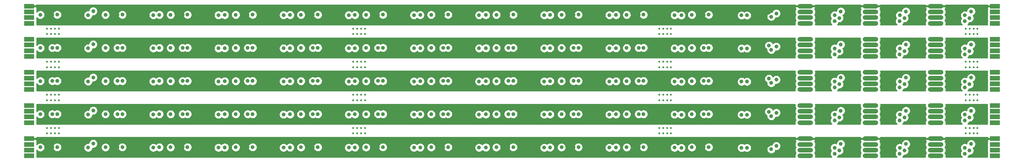
<source format=gbr>
G04 #@! TF.GenerationSoftware,KiCad,Pcbnew,(5.1.0-0)*
G04 #@! TF.CreationDate,2019-04-23T10:55:05-07:00*
G04 #@! TF.ProjectId,TestPanel2,54657374-5061-46e6-956c-322e6b696361,rev?*
G04 #@! TF.SameCoordinates,Original*
G04 #@! TF.FileFunction,Copper,L2,Inr*
G04 #@! TF.FilePolarity,Positive*
%FSLAX46Y46*%
G04 Gerber Fmt 4.6, Leading zero omitted, Abs format (unit mm)*
G04 Created by KiCad (PCBNEW (5.1.0-0)) date 2019-04-23 10:55:05*
%MOMM*%
%LPD*%
G04 APERTURE LIST*
%ADD10C,0.500000*%
%ADD11O,4.000000X1.200000*%
%ADD12R,2.500000X1.200000*%
%ADD13C,1.000000*%
%ADD14C,0.254000*%
G04 APERTURE END LIST*
D10*
X319450592Y-79565091D03*
X320450592Y-79565091D03*
X318450592Y-79565091D03*
X317450592Y-79565091D03*
X317450592Y-105065182D03*
X318450592Y-105065182D03*
X320450592Y-105065182D03*
X319450592Y-105065182D03*
X317450592Y-88065182D03*
X318450592Y-88065182D03*
X320450592Y-88065182D03*
X319450592Y-88065182D03*
X319450592Y-86665182D03*
X320450592Y-86665182D03*
X318450592Y-86665182D03*
X317450592Y-86665182D03*
X319450592Y-103665182D03*
X320450592Y-103665182D03*
X318450592Y-103665182D03*
X317450592Y-103665182D03*
X317450592Y-78165091D03*
X318450592Y-78165091D03*
X320450592Y-78165091D03*
X319450592Y-78165091D03*
X317450592Y-96565182D03*
X318450592Y-96565182D03*
X320450592Y-96565182D03*
X319450592Y-96565182D03*
X319450592Y-95165182D03*
X320450592Y-95165182D03*
X318450592Y-95165182D03*
X317450592Y-95165182D03*
X241050592Y-79565091D03*
X242050592Y-79565091D03*
X240050592Y-79565091D03*
X239050592Y-79565091D03*
X239050592Y-105065182D03*
X240050592Y-105065182D03*
X242050592Y-105065182D03*
X241050592Y-105065182D03*
X239050592Y-88065182D03*
X240050592Y-88065182D03*
X242050592Y-88065182D03*
X241050592Y-88065182D03*
X241050592Y-86665182D03*
X242050592Y-86665182D03*
X240050592Y-86665182D03*
X239050592Y-86665182D03*
X241050592Y-103665182D03*
X242050592Y-103665182D03*
X240050592Y-103665182D03*
X239050592Y-103665182D03*
X239050592Y-78165091D03*
X240050592Y-78165091D03*
X242050592Y-78165091D03*
X241050592Y-78165091D03*
X239050592Y-96565182D03*
X240050592Y-96565182D03*
X242050592Y-96565182D03*
X241050592Y-96565182D03*
X241050592Y-95165182D03*
X242050592Y-95165182D03*
X240050592Y-95165182D03*
X239050592Y-95165182D03*
X162750592Y-79565091D03*
X163750592Y-79565091D03*
X161750592Y-79565091D03*
X160750592Y-79565091D03*
X160750592Y-105065182D03*
X161750592Y-105065182D03*
X163750592Y-105065182D03*
X162750592Y-105065182D03*
X160750592Y-88065182D03*
X161750592Y-88065182D03*
X163750592Y-88065182D03*
X162750592Y-88065182D03*
X162750592Y-86665182D03*
X163750592Y-86665182D03*
X161750592Y-86665182D03*
X160750592Y-86665182D03*
X162750592Y-103665182D03*
X163750592Y-103665182D03*
X161750592Y-103665182D03*
X160750592Y-103665182D03*
X160750592Y-78165091D03*
X161750592Y-78165091D03*
X163750592Y-78165091D03*
X162750592Y-78165091D03*
X160750592Y-96565182D03*
X161750592Y-96565182D03*
X163750592Y-96565182D03*
X162750592Y-96565182D03*
X162750592Y-95165182D03*
X163750592Y-95165182D03*
X161750592Y-95165182D03*
X160750592Y-95165182D03*
X84450592Y-105065091D03*
X85450592Y-105065091D03*
X83450592Y-105065091D03*
X82450592Y-105065091D03*
X82450592Y-103665091D03*
X83450592Y-103665091D03*
X85450592Y-103665091D03*
X84450592Y-103665091D03*
X84450592Y-96565091D03*
X85450592Y-96565091D03*
X83450592Y-96565091D03*
X82450592Y-96565091D03*
X82450592Y-95165091D03*
X83450592Y-95165091D03*
X85450592Y-95165091D03*
X84450592Y-95165091D03*
X84450592Y-88065091D03*
X85450592Y-88065091D03*
X83450592Y-88065091D03*
X82450592Y-88065091D03*
X82450592Y-86665091D03*
X83450592Y-86665091D03*
X85450592Y-86665091D03*
X84450592Y-86665091D03*
X82450592Y-79565000D03*
X83450592Y-79565000D03*
X85450592Y-79565000D03*
X84450592Y-79565000D03*
X84450592Y-78165000D03*
X85450592Y-78165000D03*
X83450592Y-78165000D03*
X82450592Y-78165000D03*
D11*
X309724396Y-106415000D03*
X309724396Y-107881666D03*
X309724396Y-109348332D03*
X309724396Y-110815000D03*
X293057696Y-106415000D03*
X293057696Y-107881666D03*
X293057696Y-109348332D03*
X293057696Y-110815000D03*
D12*
X324891096Y-106415000D03*
X324891096Y-107881666D03*
X324891096Y-109348332D03*
X324891096Y-110815000D03*
X77890596Y-106415000D03*
X77890596Y-107881666D03*
X77890596Y-109348332D03*
X77890596Y-110815000D03*
D11*
X276390996Y-106415000D03*
X276390996Y-107881666D03*
X276390996Y-109348332D03*
X276390996Y-110815000D03*
X309724396Y-72415000D03*
X309724396Y-73881666D03*
X309724396Y-75348332D03*
X309724396Y-76815000D03*
X293057696Y-72415000D03*
X293057696Y-73881666D03*
X293057696Y-75348332D03*
X293057696Y-76815000D03*
D12*
X324891096Y-72415000D03*
X324891096Y-73881666D03*
X324891096Y-75348332D03*
X324891096Y-76815000D03*
X77890596Y-72415000D03*
X77890596Y-73881666D03*
X77890596Y-75348332D03*
X77890596Y-76815000D03*
D11*
X276390996Y-72415000D03*
X276390996Y-73881666D03*
X276390996Y-75348332D03*
X276390996Y-76815000D03*
X309724396Y-97915000D03*
X309724396Y-99381666D03*
X309724396Y-100848332D03*
X309724396Y-102315000D03*
X293057696Y-97915000D03*
X293057696Y-99381666D03*
X293057696Y-100848332D03*
X293057696Y-102315000D03*
D12*
X324891096Y-97915000D03*
X324891096Y-99381666D03*
X324891096Y-100848332D03*
X324891096Y-102315000D03*
X77890596Y-97915000D03*
X77890596Y-99381666D03*
X77890596Y-100848332D03*
X77890596Y-102315000D03*
D11*
X276390996Y-97915000D03*
X276390996Y-99381666D03*
X276390996Y-100848332D03*
X276390996Y-102315000D03*
X309724396Y-89415000D03*
X309724396Y-90881666D03*
X309724396Y-92348332D03*
X309724396Y-93815000D03*
X293057696Y-89415000D03*
X293057696Y-90881666D03*
X293057696Y-92348332D03*
X293057696Y-93815000D03*
D12*
X324891096Y-89415000D03*
X324891096Y-90881666D03*
X324891096Y-92348332D03*
X324891096Y-93815000D03*
X77890596Y-89415000D03*
X77890596Y-90881666D03*
X77890596Y-92348332D03*
X77890596Y-93815000D03*
D11*
X276390996Y-89415000D03*
X276390996Y-90881666D03*
X276390996Y-92348332D03*
X276390996Y-93815000D03*
X309724396Y-80915000D03*
X309724396Y-82381666D03*
X309724396Y-83848332D03*
X309724396Y-85315000D03*
X293057696Y-80915000D03*
X293057696Y-82381666D03*
X293057696Y-83848332D03*
X293057696Y-85315000D03*
D12*
X324891096Y-80915000D03*
X324891096Y-82381666D03*
X324891096Y-83848332D03*
X324891096Y-85315000D03*
X77890596Y-80915000D03*
X77890596Y-82381666D03*
X77890596Y-83848332D03*
X77890596Y-85315000D03*
D11*
X276390996Y-80915000D03*
X276390996Y-82381666D03*
X276390996Y-83848332D03*
X276390996Y-85315000D03*
D13*
X250440948Y-83115000D03*
X233774248Y-83115000D03*
X217107548Y-83115000D03*
X200440848Y-83115000D03*
X183774148Y-83115000D03*
X167107448Y-83115000D03*
X150440748Y-83115000D03*
X133774048Y-83115000D03*
X117107348Y-83115000D03*
X100440648Y-83115000D03*
X83773948Y-83115000D03*
X267100672Y-82512905D03*
X180710792Y-83135000D03*
X317237588Y-83251404D03*
X300570888Y-83251404D03*
X247377592Y-83135000D03*
X230710892Y-83135000D03*
X214044192Y-83135000D03*
X197377492Y-83135000D03*
X164044092Y-83135000D03*
X283904188Y-83251404D03*
X97377292Y-83135000D03*
X127890592Y-83165004D03*
X111140592Y-83114994D03*
X194690592Y-83165002D03*
X80710592Y-83135000D03*
X94240592Y-82190000D03*
X177890592Y-83165000D03*
X161190592Y-83165000D03*
X144590592Y-83165000D03*
X244690592Y-83265000D03*
X211090592Y-83165000D03*
X227990592Y-83165000D03*
X260090592Y-83265000D03*
X147377392Y-83135000D03*
X114043992Y-83135000D03*
X130710692Y-83135000D03*
X268990592Y-82765000D03*
X242948987Y-83214821D03*
X235029010Y-83096954D03*
X300557292Y-84765000D03*
X285090592Y-83965000D03*
X126282087Y-83214821D03*
X118362110Y-83096954D03*
X109615387Y-83214821D03*
X101695410Y-83096954D03*
X142948787Y-83214821D03*
X135028810Y-83096954D03*
X159615487Y-83214821D03*
X151695510Y-83096954D03*
X176282187Y-83214821D03*
X168362210Y-83096954D03*
X192948887Y-83214821D03*
X185028910Y-83096954D03*
X209615587Y-83214821D03*
X201695610Y-83096954D03*
X226282287Y-83214821D03*
X218362310Y-83096954D03*
X251695710Y-83096954D03*
X261490592Y-83265004D03*
X283890592Y-84765000D03*
X267690592Y-83614958D03*
X301757292Y-83965000D03*
X285490592Y-82265000D03*
X317223992Y-84765000D03*
X318423992Y-83965000D03*
X302157292Y-82265000D03*
X318823992Y-82265000D03*
X85028710Y-83096954D03*
X92948687Y-83214821D03*
X250440948Y-91615000D03*
X233774248Y-91615000D03*
X217107548Y-91615000D03*
X200440848Y-91615000D03*
X183774148Y-91615000D03*
X167107448Y-91615000D03*
X150440748Y-91615000D03*
X133774048Y-91615000D03*
X117107348Y-91615000D03*
X100440648Y-91615000D03*
X83773948Y-91615000D03*
X267100672Y-91012905D03*
X180710792Y-91635000D03*
X317237588Y-91751404D03*
X300570888Y-91751404D03*
X247377592Y-91635000D03*
X230710892Y-91635000D03*
X214044192Y-91635000D03*
X197377492Y-91635000D03*
X164044092Y-91635000D03*
X283904188Y-91751404D03*
X97377292Y-91635000D03*
X127890592Y-91665004D03*
X111140592Y-91614994D03*
X194690592Y-91665002D03*
X80710592Y-91635000D03*
X94240592Y-90690000D03*
X177890592Y-91665000D03*
X161190592Y-91665000D03*
X144590592Y-91665000D03*
X244690592Y-91765000D03*
X211090592Y-91665000D03*
X227990592Y-91665000D03*
X260090592Y-91765000D03*
X147377392Y-91635000D03*
X114043992Y-91635000D03*
X130710692Y-91635000D03*
X268990592Y-91265000D03*
X242948987Y-91714821D03*
X235029010Y-91596954D03*
X300557292Y-93265000D03*
X285090592Y-92465000D03*
X126282087Y-91714821D03*
X118362110Y-91596954D03*
X109615387Y-91714821D03*
X101695410Y-91596954D03*
X142948787Y-91714821D03*
X135028810Y-91596954D03*
X159615487Y-91714821D03*
X151695510Y-91596954D03*
X176282187Y-91714821D03*
X168362210Y-91596954D03*
X192948887Y-91714821D03*
X185028910Y-91596954D03*
X209615587Y-91714821D03*
X201695610Y-91596954D03*
X226282287Y-91714821D03*
X218362310Y-91596954D03*
X251695710Y-91596954D03*
X261490592Y-91765004D03*
X283890592Y-93265000D03*
X267690592Y-92114958D03*
X301757292Y-92465000D03*
X285490592Y-90765000D03*
X317223992Y-93265000D03*
X318423992Y-92465000D03*
X302157292Y-90765000D03*
X318823992Y-90765000D03*
X85028710Y-91596954D03*
X92948687Y-91714821D03*
X250440948Y-100115000D03*
X233774248Y-100115000D03*
X217107548Y-100115000D03*
X200440848Y-100115000D03*
X183774148Y-100115000D03*
X167107448Y-100115000D03*
X150440748Y-100115000D03*
X133774048Y-100115000D03*
X117107348Y-100115000D03*
X100440648Y-100115000D03*
X83773948Y-100115000D03*
X267100672Y-99512905D03*
X180710792Y-100135000D03*
X317237588Y-100251404D03*
X300570888Y-100251404D03*
X247377592Y-100135000D03*
X230710892Y-100135000D03*
X214044192Y-100135000D03*
X197377492Y-100135000D03*
X164044092Y-100135000D03*
X283904188Y-100251404D03*
X97377292Y-100135000D03*
X127890592Y-100165004D03*
X111140592Y-100114994D03*
X194690592Y-100165002D03*
X80710592Y-100135000D03*
X94240592Y-99190000D03*
X177890592Y-100165000D03*
X161190592Y-100165000D03*
X144590592Y-100165000D03*
X244690592Y-100265000D03*
X211090592Y-100165000D03*
X227990592Y-100165000D03*
X260090592Y-100265000D03*
X147377392Y-100135000D03*
X114043992Y-100135000D03*
X130710692Y-100135000D03*
X268990592Y-99765000D03*
X242948987Y-100214821D03*
X235029010Y-100096954D03*
X300557292Y-101765000D03*
X285090592Y-100965000D03*
X126282087Y-100214821D03*
X118362110Y-100096954D03*
X109615387Y-100214821D03*
X101695410Y-100096954D03*
X142948787Y-100214821D03*
X135028810Y-100096954D03*
X159615487Y-100214821D03*
X151695510Y-100096954D03*
X176282187Y-100214821D03*
X168362210Y-100096954D03*
X192948887Y-100214821D03*
X185028910Y-100096954D03*
X209615587Y-100214821D03*
X201695610Y-100096954D03*
X226282287Y-100214821D03*
X218362310Y-100096954D03*
X251695710Y-100096954D03*
X261490592Y-100265004D03*
X283890592Y-101765000D03*
X267690592Y-100614958D03*
X301757292Y-100965000D03*
X285490592Y-99265000D03*
X317223992Y-101765000D03*
X318423992Y-100965000D03*
X302157292Y-99265000D03*
X318823992Y-99265000D03*
X85028710Y-100096954D03*
X92948687Y-100214821D03*
X250440948Y-74615000D03*
X233774248Y-74615000D03*
X217107548Y-74615000D03*
X200440848Y-74615000D03*
X183774148Y-74615000D03*
X167107448Y-74615000D03*
X150440748Y-74615000D03*
X133774048Y-74615000D03*
X117107348Y-74615000D03*
X100440648Y-74615000D03*
X83773948Y-74615000D03*
X267100672Y-74012905D03*
X180710792Y-74635000D03*
X317237588Y-74751404D03*
X300570888Y-74751404D03*
X247377592Y-74635000D03*
X230710892Y-74635000D03*
X214044192Y-74635000D03*
X197377492Y-74635000D03*
X164044092Y-74635000D03*
X283904188Y-74751404D03*
X97377292Y-74635000D03*
X127890592Y-74665004D03*
X111140592Y-74614994D03*
X194690592Y-74665002D03*
X80710592Y-74635000D03*
X94240592Y-73690000D03*
X177890592Y-74665000D03*
X161190592Y-74665000D03*
X144590592Y-74665000D03*
X244690592Y-74765000D03*
X211090592Y-74665000D03*
X227990592Y-74665000D03*
X260090592Y-74765000D03*
X147377392Y-74635000D03*
X114043992Y-74635000D03*
X130710692Y-74635000D03*
X268990592Y-74265000D03*
X242948987Y-74714821D03*
X235029010Y-74596954D03*
X300557292Y-76265000D03*
X285090592Y-75465000D03*
X126282087Y-74714821D03*
X118362110Y-74596954D03*
X109615387Y-74714821D03*
X101695410Y-74596954D03*
X142948787Y-74714821D03*
X135028810Y-74596954D03*
X159615487Y-74714821D03*
X151695510Y-74596954D03*
X176282187Y-74714821D03*
X168362210Y-74596954D03*
X192948887Y-74714821D03*
X185028910Y-74596954D03*
X209615587Y-74714821D03*
X201695610Y-74596954D03*
X226282287Y-74714821D03*
X218362310Y-74596954D03*
X251695710Y-74596954D03*
X261490592Y-74765004D03*
X283890592Y-76265000D03*
X267690592Y-75114958D03*
X301757292Y-75465000D03*
X285490592Y-73765000D03*
X317223992Y-76265000D03*
X318423992Y-75465000D03*
X302157292Y-73765000D03*
X318823992Y-73765000D03*
X85028710Y-74596954D03*
X92948687Y-74714821D03*
X250440948Y-108615000D03*
X233774248Y-108615000D03*
X217107548Y-108615000D03*
X200440848Y-108615000D03*
X183774148Y-108615000D03*
X167107448Y-108615000D03*
X150440748Y-108615000D03*
X133774048Y-108615000D03*
X117107348Y-108615000D03*
X100440648Y-108615000D03*
X83773948Y-108615000D03*
X267100672Y-108012905D03*
X180710792Y-108635000D03*
X317237588Y-108751404D03*
X300570888Y-108751404D03*
X247377592Y-108635000D03*
X230710892Y-108635000D03*
X214044192Y-108635000D03*
X197377492Y-108635000D03*
X164044092Y-108635000D03*
X283904188Y-108751404D03*
X97377292Y-108635000D03*
X127890592Y-108665004D03*
X111140592Y-108614994D03*
X194690592Y-108665002D03*
X80710592Y-108635000D03*
X94240592Y-107690000D03*
X177890592Y-108665000D03*
X161190592Y-108665000D03*
X144590592Y-108665000D03*
X244690592Y-108765000D03*
X211090592Y-108665000D03*
X227990592Y-108665000D03*
X260090592Y-108765000D03*
X147377392Y-108635000D03*
X114043992Y-108635000D03*
X130710692Y-108635000D03*
X268990592Y-108265000D03*
X242948987Y-108714821D03*
X235029010Y-108596954D03*
X300557292Y-110265000D03*
X285090592Y-109465000D03*
X126282087Y-108714821D03*
X118362110Y-108596954D03*
X109615387Y-108714821D03*
X101695410Y-108596954D03*
X142948787Y-108714821D03*
X135028810Y-108596954D03*
X159615487Y-108714821D03*
X151695510Y-108596954D03*
X176282187Y-108714821D03*
X168362210Y-108596954D03*
X192948887Y-108714821D03*
X185028910Y-108596954D03*
X209615587Y-108714821D03*
X201695610Y-108596954D03*
X226282287Y-108714821D03*
X218362310Y-108596954D03*
X251695710Y-108596954D03*
X261490592Y-108765004D03*
X283890592Y-110265000D03*
X267690592Y-109114958D03*
X301757292Y-109465000D03*
X285490592Y-107765000D03*
X317223992Y-110265000D03*
X318423992Y-109465000D03*
X302157292Y-107765000D03*
X318823992Y-107765000D03*
X85028710Y-108596954D03*
X92948687Y-108714821D03*
D14*
G36*
X273773866Y-80672898D02*
G01*
X273750021Y-80915000D01*
X273773866Y-81157102D01*
X273844485Y-81389901D01*
X273959163Y-81604449D01*
X273995178Y-81648333D01*
X273959163Y-81692217D01*
X273844485Y-81906765D01*
X273773866Y-82139564D01*
X273750021Y-82381666D01*
X273773866Y-82623768D01*
X273844485Y-82856567D01*
X273959163Y-83071115D01*
X273995178Y-83114999D01*
X273959163Y-83158883D01*
X273844485Y-83373431D01*
X273773866Y-83606230D01*
X273750021Y-83848332D01*
X273773866Y-84090434D01*
X273844485Y-84323233D01*
X273959163Y-84537781D01*
X273995178Y-84581666D01*
X273959163Y-84625551D01*
X273844485Y-84840099D01*
X273773866Y-85072898D01*
X273750021Y-85315000D01*
X273773866Y-85557102D01*
X273803563Y-85655000D01*
X79778668Y-85655000D01*
X79778668Y-84715000D01*
X79766408Y-84590518D01*
X79763723Y-84581666D01*
X79766408Y-84572814D01*
X79778668Y-84448332D01*
X79778668Y-83783223D01*
X79828980Y-83858520D01*
X79987072Y-84016612D01*
X80172968Y-84140824D01*
X80379525Y-84226383D01*
X80598804Y-84270000D01*
X80822380Y-84270000D01*
X81041659Y-84226383D01*
X81248216Y-84140824D01*
X81434112Y-84016612D01*
X81592204Y-83858520D01*
X81716416Y-83672624D01*
X81801975Y-83466067D01*
X81845592Y-83246788D01*
X81845592Y-83023212D01*
X81841614Y-83003212D01*
X82638948Y-83003212D01*
X82638948Y-83226788D01*
X82682565Y-83446067D01*
X82768124Y-83652624D01*
X82892336Y-83838520D01*
X83050428Y-83996612D01*
X83236324Y-84120824D01*
X83442881Y-84206383D01*
X83662160Y-84250000D01*
X83885736Y-84250000D01*
X84105015Y-84206383D01*
X84311572Y-84120824D01*
X84414833Y-84051827D01*
X84491086Y-84102778D01*
X84697643Y-84188337D01*
X84916922Y-84231954D01*
X85140498Y-84231954D01*
X85359777Y-84188337D01*
X85566334Y-84102778D01*
X85752230Y-83978566D01*
X85910322Y-83820474D01*
X86034534Y-83634578D01*
X86120093Y-83428021D01*
X86163710Y-83208742D01*
X86163710Y-83103033D01*
X91813687Y-83103033D01*
X91813687Y-83326609D01*
X91857304Y-83545888D01*
X91942863Y-83752445D01*
X92067075Y-83938341D01*
X92225167Y-84096433D01*
X92411063Y-84220645D01*
X92617620Y-84306204D01*
X92836899Y-84349821D01*
X93060475Y-84349821D01*
X93279754Y-84306204D01*
X93486311Y-84220645D01*
X93672207Y-84096433D01*
X93830299Y-83938341D01*
X93954511Y-83752445D01*
X94040070Y-83545888D01*
X94083687Y-83326609D01*
X94083687Y-83316026D01*
X94128804Y-83325000D01*
X94352380Y-83325000D01*
X94571659Y-83281383D01*
X94778216Y-83195824D01*
X94964112Y-83071612D01*
X95012512Y-83023212D01*
X96242292Y-83023212D01*
X96242292Y-83246788D01*
X96285909Y-83466067D01*
X96371468Y-83672624D01*
X96495680Y-83858520D01*
X96653772Y-84016612D01*
X96839668Y-84140824D01*
X97046225Y-84226383D01*
X97265504Y-84270000D01*
X97489080Y-84270000D01*
X97708359Y-84226383D01*
X97914916Y-84140824D01*
X98100812Y-84016612D01*
X98258904Y-83858520D01*
X98383116Y-83672624D01*
X98468675Y-83466067D01*
X98512292Y-83246788D01*
X98512292Y-83023212D01*
X98508314Y-83003212D01*
X99305648Y-83003212D01*
X99305648Y-83226788D01*
X99349265Y-83446067D01*
X99434824Y-83652624D01*
X99559036Y-83838520D01*
X99717128Y-83996612D01*
X99903024Y-84120824D01*
X100109581Y-84206383D01*
X100328860Y-84250000D01*
X100552436Y-84250000D01*
X100771715Y-84206383D01*
X100978272Y-84120824D01*
X101081533Y-84051827D01*
X101157786Y-84102778D01*
X101364343Y-84188337D01*
X101583622Y-84231954D01*
X101807198Y-84231954D01*
X102026477Y-84188337D01*
X102233034Y-84102778D01*
X102418930Y-83978566D01*
X102577022Y-83820474D01*
X102701234Y-83634578D01*
X102786793Y-83428021D01*
X102830410Y-83208742D01*
X102830410Y-83103033D01*
X108480387Y-83103033D01*
X108480387Y-83326609D01*
X108524004Y-83545888D01*
X108609563Y-83752445D01*
X108733775Y-83938341D01*
X108891867Y-84096433D01*
X109077763Y-84220645D01*
X109284320Y-84306204D01*
X109503599Y-84349821D01*
X109727175Y-84349821D01*
X109946454Y-84306204D01*
X110153011Y-84220645D01*
X110338907Y-84096433D01*
X110430057Y-84005283D01*
X110602968Y-84120818D01*
X110809525Y-84206377D01*
X111028804Y-84249994D01*
X111252380Y-84249994D01*
X111471659Y-84206377D01*
X111678216Y-84120818D01*
X111864112Y-83996606D01*
X112022204Y-83838514D01*
X112146416Y-83652618D01*
X112231975Y-83446061D01*
X112275592Y-83226782D01*
X112275592Y-83023212D01*
X112908992Y-83023212D01*
X112908992Y-83246788D01*
X112952609Y-83466067D01*
X113038168Y-83672624D01*
X113162380Y-83858520D01*
X113320472Y-84016612D01*
X113506368Y-84140824D01*
X113712925Y-84226383D01*
X113932204Y-84270000D01*
X114155780Y-84270000D01*
X114375059Y-84226383D01*
X114581616Y-84140824D01*
X114767512Y-84016612D01*
X114925604Y-83858520D01*
X115049816Y-83672624D01*
X115135375Y-83466067D01*
X115178992Y-83246788D01*
X115178992Y-83023212D01*
X115175014Y-83003212D01*
X115972348Y-83003212D01*
X115972348Y-83226788D01*
X116015965Y-83446067D01*
X116101524Y-83652624D01*
X116225736Y-83838520D01*
X116383828Y-83996612D01*
X116569724Y-84120824D01*
X116776281Y-84206383D01*
X116995560Y-84250000D01*
X117219136Y-84250000D01*
X117438415Y-84206383D01*
X117644972Y-84120824D01*
X117748233Y-84051827D01*
X117824486Y-84102778D01*
X118031043Y-84188337D01*
X118250322Y-84231954D01*
X118473898Y-84231954D01*
X118693177Y-84188337D01*
X118899734Y-84102778D01*
X119085630Y-83978566D01*
X119243722Y-83820474D01*
X119367934Y-83634578D01*
X119453493Y-83428021D01*
X119497110Y-83208742D01*
X119497110Y-83103033D01*
X125147087Y-83103033D01*
X125147087Y-83326609D01*
X125190704Y-83545888D01*
X125276263Y-83752445D01*
X125400475Y-83938341D01*
X125558567Y-84096433D01*
X125744463Y-84220645D01*
X125951020Y-84306204D01*
X126170299Y-84349821D01*
X126393875Y-84349821D01*
X126613154Y-84306204D01*
X126819711Y-84220645D01*
X127005607Y-84096433D01*
X127111248Y-83990792D01*
X127167072Y-84046616D01*
X127352968Y-84170828D01*
X127559525Y-84256387D01*
X127778804Y-84300004D01*
X128002380Y-84300004D01*
X128221659Y-84256387D01*
X128428216Y-84170828D01*
X128614112Y-84046616D01*
X128772204Y-83888524D01*
X128896416Y-83702628D01*
X128981975Y-83496071D01*
X129025592Y-83276792D01*
X129025592Y-83053216D01*
X129019624Y-83023212D01*
X129575692Y-83023212D01*
X129575692Y-83246788D01*
X129619309Y-83466067D01*
X129704868Y-83672624D01*
X129829080Y-83858520D01*
X129987172Y-84016612D01*
X130173068Y-84140824D01*
X130379625Y-84226383D01*
X130598904Y-84270000D01*
X130822480Y-84270000D01*
X131041759Y-84226383D01*
X131248316Y-84140824D01*
X131434212Y-84016612D01*
X131592304Y-83858520D01*
X131716516Y-83672624D01*
X131802075Y-83466067D01*
X131845692Y-83246788D01*
X131845692Y-83023212D01*
X131841714Y-83003212D01*
X132639048Y-83003212D01*
X132639048Y-83226788D01*
X132682665Y-83446067D01*
X132768224Y-83652624D01*
X132892436Y-83838520D01*
X133050528Y-83996612D01*
X133236424Y-84120824D01*
X133442981Y-84206383D01*
X133662260Y-84250000D01*
X133885836Y-84250000D01*
X134105115Y-84206383D01*
X134311672Y-84120824D01*
X134414933Y-84051827D01*
X134491186Y-84102778D01*
X134697743Y-84188337D01*
X134917022Y-84231954D01*
X135140598Y-84231954D01*
X135359877Y-84188337D01*
X135566434Y-84102778D01*
X135752330Y-83978566D01*
X135910422Y-83820474D01*
X136034634Y-83634578D01*
X136120193Y-83428021D01*
X136163810Y-83208742D01*
X136163810Y-83103033D01*
X141813787Y-83103033D01*
X141813787Y-83326609D01*
X141857404Y-83545888D01*
X141942963Y-83752445D01*
X142067175Y-83938341D01*
X142225267Y-84096433D01*
X142411163Y-84220645D01*
X142617720Y-84306204D01*
X142836999Y-84349821D01*
X143060575Y-84349821D01*
X143279854Y-84306204D01*
X143486411Y-84220645D01*
X143672307Y-84096433D01*
X143794600Y-83974140D01*
X143867072Y-84046612D01*
X144052968Y-84170824D01*
X144259525Y-84256383D01*
X144478804Y-84300000D01*
X144702380Y-84300000D01*
X144921659Y-84256383D01*
X145128216Y-84170824D01*
X145314112Y-84046612D01*
X145472204Y-83888520D01*
X145596416Y-83702624D01*
X145681975Y-83496067D01*
X145725592Y-83276788D01*
X145725592Y-83053212D01*
X145719625Y-83023212D01*
X146242392Y-83023212D01*
X146242392Y-83246788D01*
X146286009Y-83466067D01*
X146371568Y-83672624D01*
X146495780Y-83858520D01*
X146653872Y-84016612D01*
X146839768Y-84140824D01*
X147046325Y-84226383D01*
X147265604Y-84270000D01*
X147489180Y-84270000D01*
X147708459Y-84226383D01*
X147915016Y-84140824D01*
X148100912Y-84016612D01*
X148259004Y-83858520D01*
X148383216Y-83672624D01*
X148468775Y-83466067D01*
X148512392Y-83246788D01*
X148512392Y-83023212D01*
X148508414Y-83003212D01*
X149305748Y-83003212D01*
X149305748Y-83226788D01*
X149349365Y-83446067D01*
X149434924Y-83652624D01*
X149559136Y-83838520D01*
X149717228Y-83996612D01*
X149903124Y-84120824D01*
X150109681Y-84206383D01*
X150328960Y-84250000D01*
X150552536Y-84250000D01*
X150771815Y-84206383D01*
X150978372Y-84120824D01*
X151081633Y-84051827D01*
X151157886Y-84102778D01*
X151364443Y-84188337D01*
X151583722Y-84231954D01*
X151807298Y-84231954D01*
X152026577Y-84188337D01*
X152233134Y-84102778D01*
X152419030Y-83978566D01*
X152577122Y-83820474D01*
X152701334Y-83634578D01*
X152786893Y-83428021D01*
X152830510Y-83208742D01*
X152830510Y-83103033D01*
X158480487Y-83103033D01*
X158480487Y-83326609D01*
X158524104Y-83545888D01*
X158609663Y-83752445D01*
X158733875Y-83938341D01*
X158891967Y-84096433D01*
X159077863Y-84220645D01*
X159284420Y-84306204D01*
X159503699Y-84349821D01*
X159727275Y-84349821D01*
X159946554Y-84306204D01*
X160153111Y-84220645D01*
X160339007Y-84096433D01*
X160427950Y-84007490D01*
X160467072Y-84046612D01*
X160652968Y-84170824D01*
X160859525Y-84256383D01*
X161078804Y-84300000D01*
X161302380Y-84300000D01*
X161521659Y-84256383D01*
X161728216Y-84170824D01*
X161914112Y-84046612D01*
X162072204Y-83888520D01*
X162196416Y-83702624D01*
X162281975Y-83496067D01*
X162325592Y-83276788D01*
X162325592Y-83053212D01*
X162319625Y-83023212D01*
X162909092Y-83023212D01*
X162909092Y-83246788D01*
X162952709Y-83466067D01*
X163038268Y-83672624D01*
X163162480Y-83858520D01*
X163320572Y-84016612D01*
X163506468Y-84140824D01*
X163713025Y-84226383D01*
X163932304Y-84270000D01*
X164155880Y-84270000D01*
X164375159Y-84226383D01*
X164581716Y-84140824D01*
X164767612Y-84016612D01*
X164925704Y-83858520D01*
X165049916Y-83672624D01*
X165135475Y-83466067D01*
X165179092Y-83246788D01*
X165179092Y-83023212D01*
X165175114Y-83003212D01*
X165972448Y-83003212D01*
X165972448Y-83226788D01*
X166016065Y-83446067D01*
X166101624Y-83652624D01*
X166225836Y-83838520D01*
X166383928Y-83996612D01*
X166569824Y-84120824D01*
X166776381Y-84206383D01*
X166995660Y-84250000D01*
X167219236Y-84250000D01*
X167438515Y-84206383D01*
X167645072Y-84120824D01*
X167748333Y-84051827D01*
X167824586Y-84102778D01*
X168031143Y-84188337D01*
X168250422Y-84231954D01*
X168473998Y-84231954D01*
X168693277Y-84188337D01*
X168899834Y-84102778D01*
X169085730Y-83978566D01*
X169243822Y-83820474D01*
X169368034Y-83634578D01*
X169453593Y-83428021D01*
X169497210Y-83208742D01*
X169497210Y-83103033D01*
X175147187Y-83103033D01*
X175147187Y-83326609D01*
X175190804Y-83545888D01*
X175276363Y-83752445D01*
X175400575Y-83938341D01*
X175558667Y-84096433D01*
X175744563Y-84220645D01*
X175951120Y-84306204D01*
X176170399Y-84349821D01*
X176393975Y-84349821D01*
X176613254Y-84306204D01*
X176819811Y-84220645D01*
X177005707Y-84096433D01*
X177111300Y-83990840D01*
X177167072Y-84046612D01*
X177352968Y-84170824D01*
X177559525Y-84256383D01*
X177778804Y-84300000D01*
X178002380Y-84300000D01*
X178221659Y-84256383D01*
X178428216Y-84170824D01*
X178614112Y-84046612D01*
X178772204Y-83888520D01*
X178896416Y-83702624D01*
X178981975Y-83496067D01*
X179025592Y-83276788D01*
X179025592Y-83053212D01*
X179019625Y-83023212D01*
X179575792Y-83023212D01*
X179575792Y-83246788D01*
X179619409Y-83466067D01*
X179704968Y-83672624D01*
X179829180Y-83858520D01*
X179987272Y-84016612D01*
X180173168Y-84140824D01*
X180379725Y-84226383D01*
X180599004Y-84270000D01*
X180822580Y-84270000D01*
X181041859Y-84226383D01*
X181248416Y-84140824D01*
X181434312Y-84016612D01*
X181592404Y-83858520D01*
X181716616Y-83672624D01*
X181802175Y-83466067D01*
X181845792Y-83246788D01*
X181845792Y-83023212D01*
X181841814Y-83003212D01*
X182639148Y-83003212D01*
X182639148Y-83226788D01*
X182682765Y-83446067D01*
X182768324Y-83652624D01*
X182892536Y-83838520D01*
X183050628Y-83996612D01*
X183236524Y-84120824D01*
X183443081Y-84206383D01*
X183662360Y-84250000D01*
X183885936Y-84250000D01*
X184105215Y-84206383D01*
X184311772Y-84120824D01*
X184415033Y-84051827D01*
X184491286Y-84102778D01*
X184697843Y-84188337D01*
X184917122Y-84231954D01*
X185140698Y-84231954D01*
X185359977Y-84188337D01*
X185566534Y-84102778D01*
X185752430Y-83978566D01*
X185910522Y-83820474D01*
X186034734Y-83634578D01*
X186120293Y-83428021D01*
X186163910Y-83208742D01*
X186163910Y-83103033D01*
X191813887Y-83103033D01*
X191813887Y-83326609D01*
X191857504Y-83545888D01*
X191943063Y-83752445D01*
X192067275Y-83938341D01*
X192225367Y-84096433D01*
X192411263Y-84220645D01*
X192617820Y-84306204D01*
X192837099Y-84349821D01*
X193060675Y-84349821D01*
X193279954Y-84306204D01*
X193486511Y-84220645D01*
X193672407Y-84096433D01*
X193830499Y-83938341D01*
X193841834Y-83921376D01*
X193967072Y-84046614D01*
X194152968Y-84170826D01*
X194359525Y-84256385D01*
X194578804Y-84300002D01*
X194802380Y-84300002D01*
X195021659Y-84256385D01*
X195228216Y-84170826D01*
X195414112Y-84046614D01*
X195572204Y-83888522D01*
X195696416Y-83702626D01*
X195781975Y-83496069D01*
X195825592Y-83276790D01*
X195825592Y-83053214D01*
X195819625Y-83023212D01*
X196242492Y-83023212D01*
X196242492Y-83246788D01*
X196286109Y-83466067D01*
X196371668Y-83672624D01*
X196495880Y-83858520D01*
X196653972Y-84016612D01*
X196839868Y-84140824D01*
X197046425Y-84226383D01*
X197265704Y-84270000D01*
X197489280Y-84270000D01*
X197708559Y-84226383D01*
X197915116Y-84140824D01*
X198101012Y-84016612D01*
X198259104Y-83858520D01*
X198383316Y-83672624D01*
X198468875Y-83466067D01*
X198512492Y-83246788D01*
X198512492Y-83023212D01*
X198508514Y-83003212D01*
X199305848Y-83003212D01*
X199305848Y-83226788D01*
X199349465Y-83446067D01*
X199435024Y-83652624D01*
X199559236Y-83838520D01*
X199717328Y-83996612D01*
X199903224Y-84120824D01*
X200109781Y-84206383D01*
X200329060Y-84250000D01*
X200552636Y-84250000D01*
X200771915Y-84206383D01*
X200978472Y-84120824D01*
X201081733Y-84051827D01*
X201157986Y-84102778D01*
X201364543Y-84188337D01*
X201583822Y-84231954D01*
X201807398Y-84231954D01*
X202026677Y-84188337D01*
X202233234Y-84102778D01*
X202419130Y-83978566D01*
X202577222Y-83820474D01*
X202701434Y-83634578D01*
X202786993Y-83428021D01*
X202830610Y-83208742D01*
X202830610Y-83103033D01*
X208480587Y-83103033D01*
X208480587Y-83326609D01*
X208524204Y-83545888D01*
X208609763Y-83752445D01*
X208733975Y-83938341D01*
X208892067Y-84096433D01*
X209077963Y-84220645D01*
X209284520Y-84306204D01*
X209503799Y-84349821D01*
X209727375Y-84349821D01*
X209946654Y-84306204D01*
X210153211Y-84220645D01*
X210339107Y-84096433D01*
X210380174Y-84055366D01*
X210552968Y-84170824D01*
X210759525Y-84256383D01*
X210978804Y-84300000D01*
X211202380Y-84300000D01*
X211421659Y-84256383D01*
X211628216Y-84170824D01*
X211814112Y-84046612D01*
X211972204Y-83888520D01*
X212096416Y-83702624D01*
X212181975Y-83496067D01*
X212225592Y-83276788D01*
X212225592Y-83053212D01*
X212219625Y-83023212D01*
X212909192Y-83023212D01*
X212909192Y-83246788D01*
X212952809Y-83466067D01*
X213038368Y-83672624D01*
X213162580Y-83858520D01*
X213320672Y-84016612D01*
X213506568Y-84140824D01*
X213713125Y-84226383D01*
X213932404Y-84270000D01*
X214155980Y-84270000D01*
X214375259Y-84226383D01*
X214581816Y-84140824D01*
X214767712Y-84016612D01*
X214925804Y-83858520D01*
X215050016Y-83672624D01*
X215135575Y-83466067D01*
X215179192Y-83246788D01*
X215179192Y-83023212D01*
X215175214Y-83003212D01*
X215972548Y-83003212D01*
X215972548Y-83226788D01*
X216016165Y-83446067D01*
X216101724Y-83652624D01*
X216225936Y-83838520D01*
X216384028Y-83996612D01*
X216569924Y-84120824D01*
X216776481Y-84206383D01*
X216995760Y-84250000D01*
X217219336Y-84250000D01*
X217438615Y-84206383D01*
X217645172Y-84120824D01*
X217748433Y-84051827D01*
X217824686Y-84102778D01*
X218031243Y-84188337D01*
X218250522Y-84231954D01*
X218474098Y-84231954D01*
X218693377Y-84188337D01*
X218899934Y-84102778D01*
X219085830Y-83978566D01*
X219243922Y-83820474D01*
X219368134Y-83634578D01*
X219453693Y-83428021D01*
X219497310Y-83208742D01*
X219497310Y-83103033D01*
X225147287Y-83103033D01*
X225147287Y-83326609D01*
X225190904Y-83545888D01*
X225276463Y-83752445D01*
X225400675Y-83938341D01*
X225558767Y-84096433D01*
X225744663Y-84220645D01*
X225951220Y-84306204D01*
X226170499Y-84349821D01*
X226394075Y-84349821D01*
X226613354Y-84306204D01*
X226819911Y-84220645D01*
X227005807Y-84096433D01*
X227161350Y-83940890D01*
X227267072Y-84046612D01*
X227452968Y-84170824D01*
X227659525Y-84256383D01*
X227878804Y-84300000D01*
X228102380Y-84300000D01*
X228321659Y-84256383D01*
X228528216Y-84170824D01*
X228714112Y-84046612D01*
X228872204Y-83888520D01*
X228996416Y-83702624D01*
X229081975Y-83496067D01*
X229125592Y-83276788D01*
X229125592Y-83053212D01*
X229119625Y-83023212D01*
X229575892Y-83023212D01*
X229575892Y-83246788D01*
X229619509Y-83466067D01*
X229705068Y-83672624D01*
X229829280Y-83858520D01*
X229987372Y-84016612D01*
X230173268Y-84140824D01*
X230379825Y-84226383D01*
X230599104Y-84270000D01*
X230822680Y-84270000D01*
X231041959Y-84226383D01*
X231248516Y-84140824D01*
X231434412Y-84016612D01*
X231592504Y-83858520D01*
X231716716Y-83672624D01*
X231802275Y-83466067D01*
X231845892Y-83246788D01*
X231845892Y-83023212D01*
X231841914Y-83003212D01*
X232639248Y-83003212D01*
X232639248Y-83226788D01*
X232682865Y-83446067D01*
X232768424Y-83652624D01*
X232892636Y-83838520D01*
X233050728Y-83996612D01*
X233236624Y-84120824D01*
X233443181Y-84206383D01*
X233662460Y-84250000D01*
X233886036Y-84250000D01*
X234105315Y-84206383D01*
X234311872Y-84120824D01*
X234415133Y-84051827D01*
X234491386Y-84102778D01*
X234697943Y-84188337D01*
X234917222Y-84231954D01*
X235140798Y-84231954D01*
X235360077Y-84188337D01*
X235566634Y-84102778D01*
X235752530Y-83978566D01*
X235910622Y-83820474D01*
X236034834Y-83634578D01*
X236120393Y-83428021D01*
X236164010Y-83208742D01*
X236164010Y-83103033D01*
X241813987Y-83103033D01*
X241813987Y-83326609D01*
X241857604Y-83545888D01*
X241943163Y-83752445D01*
X242067375Y-83938341D01*
X242225467Y-84096433D01*
X242411363Y-84220645D01*
X242617920Y-84306204D01*
X242837199Y-84349821D01*
X243060775Y-84349821D01*
X243280054Y-84306204D01*
X243486611Y-84220645D01*
X243672507Y-84096433D01*
X243797540Y-83971400D01*
X243808980Y-83988520D01*
X243967072Y-84146612D01*
X244152968Y-84270824D01*
X244359525Y-84356383D01*
X244578804Y-84400000D01*
X244802380Y-84400000D01*
X245021659Y-84356383D01*
X245228216Y-84270824D01*
X245414112Y-84146612D01*
X245572204Y-83988520D01*
X245696416Y-83802624D01*
X245781975Y-83596067D01*
X245825592Y-83376788D01*
X245825592Y-83153212D01*
X245799734Y-83023212D01*
X246242592Y-83023212D01*
X246242592Y-83246788D01*
X246286209Y-83466067D01*
X246371768Y-83672624D01*
X246495980Y-83858520D01*
X246654072Y-84016612D01*
X246839968Y-84140824D01*
X247046525Y-84226383D01*
X247265804Y-84270000D01*
X247489380Y-84270000D01*
X247708659Y-84226383D01*
X247915216Y-84140824D01*
X248101112Y-84016612D01*
X248259204Y-83858520D01*
X248383416Y-83672624D01*
X248468975Y-83466067D01*
X248512592Y-83246788D01*
X248512592Y-83023212D01*
X248508614Y-83003212D01*
X249305948Y-83003212D01*
X249305948Y-83226788D01*
X249349565Y-83446067D01*
X249435124Y-83652624D01*
X249559336Y-83838520D01*
X249717428Y-83996612D01*
X249903324Y-84120824D01*
X250109881Y-84206383D01*
X250329160Y-84250000D01*
X250552736Y-84250000D01*
X250772015Y-84206383D01*
X250978572Y-84120824D01*
X251081833Y-84051827D01*
X251158086Y-84102778D01*
X251364643Y-84188337D01*
X251583922Y-84231954D01*
X251807498Y-84231954D01*
X252026777Y-84188337D01*
X252233334Y-84102778D01*
X252419230Y-83978566D01*
X252577322Y-83820474D01*
X252701534Y-83634578D01*
X252787093Y-83428021D01*
X252830710Y-83208742D01*
X252830710Y-83153212D01*
X258955592Y-83153212D01*
X258955592Y-83376788D01*
X258999209Y-83596067D01*
X259084768Y-83802624D01*
X259208980Y-83988520D01*
X259367072Y-84146612D01*
X259552968Y-84270824D01*
X259759525Y-84356383D01*
X259978804Y-84400000D01*
X260202380Y-84400000D01*
X260421659Y-84356383D01*
X260628216Y-84270824D01*
X260790589Y-84162330D01*
X260952968Y-84270828D01*
X261159525Y-84356387D01*
X261378804Y-84400004D01*
X261602380Y-84400004D01*
X261821659Y-84356387D01*
X262028216Y-84270828D01*
X262214112Y-84146616D01*
X262372204Y-83988524D01*
X262496416Y-83802628D01*
X262581975Y-83596071D01*
X262625592Y-83376792D01*
X262625592Y-83153216D01*
X262581975Y-82933937D01*
X262496416Y-82727380D01*
X262372204Y-82541484D01*
X262231837Y-82401117D01*
X265965672Y-82401117D01*
X265965672Y-82624693D01*
X266009289Y-82843972D01*
X266094848Y-83050529D01*
X266219060Y-83236425D01*
X266377152Y-83394517D01*
X266555592Y-83513747D01*
X266555592Y-83726746D01*
X266599209Y-83946025D01*
X266684768Y-84152582D01*
X266808980Y-84338478D01*
X266967072Y-84496570D01*
X267152968Y-84620782D01*
X267359525Y-84706341D01*
X267578804Y-84749958D01*
X267802380Y-84749958D01*
X268021659Y-84706341D01*
X268228216Y-84620782D01*
X268414112Y-84496570D01*
X268572204Y-84338478D01*
X268696416Y-84152582D01*
X268781975Y-83946025D01*
X268794467Y-83883224D01*
X268878804Y-83900000D01*
X269102380Y-83900000D01*
X269321659Y-83856383D01*
X269528216Y-83770824D01*
X269714112Y-83646612D01*
X269872204Y-83488520D01*
X269996416Y-83302624D01*
X270081975Y-83096067D01*
X270125592Y-82876788D01*
X270125592Y-82653212D01*
X270081975Y-82433933D01*
X269996416Y-82227376D01*
X269872204Y-82041480D01*
X269714112Y-81883388D01*
X269528216Y-81759176D01*
X269321659Y-81673617D01*
X269102380Y-81630000D01*
X268878804Y-81630000D01*
X268659525Y-81673617D01*
X268452968Y-81759176D01*
X268267072Y-81883388D01*
X268126613Y-82023847D01*
X268106496Y-81975281D01*
X267982284Y-81789385D01*
X267824192Y-81631293D01*
X267638296Y-81507081D01*
X267431739Y-81421522D01*
X267212460Y-81377905D01*
X266988884Y-81377905D01*
X266769605Y-81421522D01*
X266563048Y-81507081D01*
X266377152Y-81631293D01*
X266219060Y-81789385D01*
X266094848Y-81975281D01*
X266009289Y-82181838D01*
X265965672Y-82401117D01*
X262231837Y-82401117D01*
X262214112Y-82383392D01*
X262028216Y-82259180D01*
X261821659Y-82173621D01*
X261602380Y-82130004D01*
X261378804Y-82130004D01*
X261159525Y-82173621D01*
X260952968Y-82259180D01*
X260790595Y-82367674D01*
X260628216Y-82259176D01*
X260421659Y-82173617D01*
X260202380Y-82130000D01*
X259978804Y-82130000D01*
X259759525Y-82173617D01*
X259552968Y-82259176D01*
X259367072Y-82383388D01*
X259208980Y-82541480D01*
X259084768Y-82727376D01*
X258999209Y-82933933D01*
X258955592Y-83153212D01*
X252830710Y-83153212D01*
X252830710Y-82985166D01*
X252787093Y-82765887D01*
X252701534Y-82559330D01*
X252577322Y-82373434D01*
X252419230Y-82215342D01*
X252233334Y-82091130D01*
X252026777Y-82005571D01*
X251807498Y-81961954D01*
X251583922Y-81961954D01*
X251364643Y-82005571D01*
X251158086Y-82091130D01*
X251054825Y-82160127D01*
X250978572Y-82109176D01*
X250772015Y-82023617D01*
X250552736Y-81980000D01*
X250329160Y-81980000D01*
X250109881Y-82023617D01*
X249903324Y-82109176D01*
X249717428Y-82233388D01*
X249559336Y-82391480D01*
X249435124Y-82577376D01*
X249349565Y-82783933D01*
X249305948Y-83003212D01*
X248508614Y-83003212D01*
X248468975Y-82803933D01*
X248383416Y-82597376D01*
X248259204Y-82411480D01*
X248101112Y-82253388D01*
X247915216Y-82129176D01*
X247708659Y-82043617D01*
X247489380Y-82000000D01*
X247265804Y-82000000D01*
X247046525Y-82043617D01*
X246839968Y-82129176D01*
X246654072Y-82253388D01*
X246495980Y-82411480D01*
X246371768Y-82597376D01*
X246286209Y-82803933D01*
X246242592Y-83023212D01*
X245799734Y-83023212D01*
X245781975Y-82933933D01*
X245696416Y-82727376D01*
X245572204Y-82541480D01*
X245414112Y-82383388D01*
X245228216Y-82259176D01*
X245021659Y-82173617D01*
X244802380Y-82130000D01*
X244578804Y-82130000D01*
X244359525Y-82173617D01*
X244152968Y-82259176D01*
X243967072Y-82383388D01*
X243842039Y-82508421D01*
X243830599Y-82491301D01*
X243672507Y-82333209D01*
X243486611Y-82208997D01*
X243280054Y-82123438D01*
X243060775Y-82079821D01*
X242837199Y-82079821D01*
X242617920Y-82123438D01*
X242411363Y-82208997D01*
X242225467Y-82333209D01*
X242067375Y-82491301D01*
X241943163Y-82677197D01*
X241857604Y-82883754D01*
X241813987Y-83103033D01*
X236164010Y-83103033D01*
X236164010Y-82985166D01*
X236120393Y-82765887D01*
X236034834Y-82559330D01*
X235910622Y-82373434D01*
X235752530Y-82215342D01*
X235566634Y-82091130D01*
X235360077Y-82005571D01*
X235140798Y-81961954D01*
X234917222Y-81961954D01*
X234697943Y-82005571D01*
X234491386Y-82091130D01*
X234388125Y-82160127D01*
X234311872Y-82109176D01*
X234105315Y-82023617D01*
X233886036Y-81980000D01*
X233662460Y-81980000D01*
X233443181Y-82023617D01*
X233236624Y-82109176D01*
X233050728Y-82233388D01*
X232892636Y-82391480D01*
X232768424Y-82577376D01*
X232682865Y-82783933D01*
X232639248Y-83003212D01*
X231841914Y-83003212D01*
X231802275Y-82803933D01*
X231716716Y-82597376D01*
X231592504Y-82411480D01*
X231434412Y-82253388D01*
X231248516Y-82129176D01*
X231041959Y-82043617D01*
X230822680Y-82000000D01*
X230599104Y-82000000D01*
X230379825Y-82043617D01*
X230173268Y-82129176D01*
X229987372Y-82253388D01*
X229829280Y-82411480D01*
X229705068Y-82597376D01*
X229619509Y-82803933D01*
X229575892Y-83023212D01*
X229119625Y-83023212D01*
X229081975Y-82833933D01*
X228996416Y-82627376D01*
X228872204Y-82441480D01*
X228714112Y-82283388D01*
X228528216Y-82159176D01*
X228321659Y-82073617D01*
X228102380Y-82030000D01*
X227878804Y-82030000D01*
X227659525Y-82073617D01*
X227452968Y-82159176D01*
X227267072Y-82283388D01*
X227111529Y-82438931D01*
X227005807Y-82333209D01*
X226819911Y-82208997D01*
X226613354Y-82123438D01*
X226394075Y-82079821D01*
X226170499Y-82079821D01*
X225951220Y-82123438D01*
X225744663Y-82208997D01*
X225558767Y-82333209D01*
X225400675Y-82491301D01*
X225276463Y-82677197D01*
X225190904Y-82883754D01*
X225147287Y-83103033D01*
X219497310Y-83103033D01*
X219497310Y-82985166D01*
X219453693Y-82765887D01*
X219368134Y-82559330D01*
X219243922Y-82373434D01*
X219085830Y-82215342D01*
X218899934Y-82091130D01*
X218693377Y-82005571D01*
X218474098Y-81961954D01*
X218250522Y-81961954D01*
X218031243Y-82005571D01*
X217824686Y-82091130D01*
X217721425Y-82160127D01*
X217645172Y-82109176D01*
X217438615Y-82023617D01*
X217219336Y-81980000D01*
X216995760Y-81980000D01*
X216776481Y-82023617D01*
X216569924Y-82109176D01*
X216384028Y-82233388D01*
X216225936Y-82391480D01*
X216101724Y-82577376D01*
X216016165Y-82783933D01*
X215972548Y-83003212D01*
X215175214Y-83003212D01*
X215135575Y-82803933D01*
X215050016Y-82597376D01*
X214925804Y-82411480D01*
X214767712Y-82253388D01*
X214581816Y-82129176D01*
X214375259Y-82043617D01*
X214155980Y-82000000D01*
X213932404Y-82000000D01*
X213713125Y-82043617D01*
X213506568Y-82129176D01*
X213320672Y-82253388D01*
X213162580Y-82411480D01*
X213038368Y-82597376D01*
X212952809Y-82803933D01*
X212909192Y-83023212D01*
X212219625Y-83023212D01*
X212181975Y-82833933D01*
X212096416Y-82627376D01*
X211972204Y-82441480D01*
X211814112Y-82283388D01*
X211628216Y-82159176D01*
X211421659Y-82073617D01*
X211202380Y-82030000D01*
X210978804Y-82030000D01*
X210759525Y-82073617D01*
X210552968Y-82159176D01*
X210367072Y-82283388D01*
X210326005Y-82324455D01*
X210153211Y-82208997D01*
X209946654Y-82123438D01*
X209727375Y-82079821D01*
X209503799Y-82079821D01*
X209284520Y-82123438D01*
X209077963Y-82208997D01*
X208892067Y-82333209D01*
X208733975Y-82491301D01*
X208609763Y-82677197D01*
X208524204Y-82883754D01*
X208480587Y-83103033D01*
X202830610Y-83103033D01*
X202830610Y-82985166D01*
X202786993Y-82765887D01*
X202701434Y-82559330D01*
X202577222Y-82373434D01*
X202419130Y-82215342D01*
X202233234Y-82091130D01*
X202026677Y-82005571D01*
X201807398Y-81961954D01*
X201583822Y-81961954D01*
X201364543Y-82005571D01*
X201157986Y-82091130D01*
X201054725Y-82160127D01*
X200978472Y-82109176D01*
X200771915Y-82023617D01*
X200552636Y-81980000D01*
X200329060Y-81980000D01*
X200109781Y-82023617D01*
X199903224Y-82109176D01*
X199717328Y-82233388D01*
X199559236Y-82391480D01*
X199435024Y-82577376D01*
X199349465Y-82783933D01*
X199305848Y-83003212D01*
X198508514Y-83003212D01*
X198468875Y-82803933D01*
X198383316Y-82597376D01*
X198259104Y-82411480D01*
X198101012Y-82253388D01*
X197915116Y-82129176D01*
X197708559Y-82043617D01*
X197489280Y-82000000D01*
X197265704Y-82000000D01*
X197046425Y-82043617D01*
X196839868Y-82129176D01*
X196653972Y-82253388D01*
X196495880Y-82411480D01*
X196371668Y-82597376D01*
X196286109Y-82803933D01*
X196242492Y-83023212D01*
X195819625Y-83023212D01*
X195781975Y-82833935D01*
X195696416Y-82627378D01*
X195572204Y-82441482D01*
X195414112Y-82283390D01*
X195228216Y-82159178D01*
X195021659Y-82073619D01*
X194802380Y-82030002D01*
X194578804Y-82030002D01*
X194359525Y-82073619D01*
X194152968Y-82159178D01*
X193967072Y-82283390D01*
X193808980Y-82441482D01*
X193797645Y-82458447D01*
X193672407Y-82333209D01*
X193486511Y-82208997D01*
X193279954Y-82123438D01*
X193060675Y-82079821D01*
X192837099Y-82079821D01*
X192617820Y-82123438D01*
X192411263Y-82208997D01*
X192225367Y-82333209D01*
X192067275Y-82491301D01*
X191943063Y-82677197D01*
X191857504Y-82883754D01*
X191813887Y-83103033D01*
X186163910Y-83103033D01*
X186163910Y-82985166D01*
X186120293Y-82765887D01*
X186034734Y-82559330D01*
X185910522Y-82373434D01*
X185752430Y-82215342D01*
X185566534Y-82091130D01*
X185359977Y-82005571D01*
X185140698Y-81961954D01*
X184917122Y-81961954D01*
X184697843Y-82005571D01*
X184491286Y-82091130D01*
X184388025Y-82160127D01*
X184311772Y-82109176D01*
X184105215Y-82023617D01*
X183885936Y-81980000D01*
X183662360Y-81980000D01*
X183443081Y-82023617D01*
X183236524Y-82109176D01*
X183050628Y-82233388D01*
X182892536Y-82391480D01*
X182768324Y-82577376D01*
X182682765Y-82783933D01*
X182639148Y-83003212D01*
X181841814Y-83003212D01*
X181802175Y-82803933D01*
X181716616Y-82597376D01*
X181592404Y-82411480D01*
X181434312Y-82253388D01*
X181248416Y-82129176D01*
X181041859Y-82043617D01*
X180822580Y-82000000D01*
X180599004Y-82000000D01*
X180379725Y-82043617D01*
X180173168Y-82129176D01*
X179987272Y-82253388D01*
X179829180Y-82411480D01*
X179704968Y-82597376D01*
X179619409Y-82803933D01*
X179575792Y-83023212D01*
X179019625Y-83023212D01*
X178981975Y-82833933D01*
X178896416Y-82627376D01*
X178772204Y-82441480D01*
X178614112Y-82283388D01*
X178428216Y-82159176D01*
X178221659Y-82073617D01*
X178002380Y-82030000D01*
X177778804Y-82030000D01*
X177559525Y-82073617D01*
X177352968Y-82159176D01*
X177167072Y-82283388D01*
X177061479Y-82388981D01*
X177005707Y-82333209D01*
X176819811Y-82208997D01*
X176613254Y-82123438D01*
X176393975Y-82079821D01*
X176170399Y-82079821D01*
X175951120Y-82123438D01*
X175744563Y-82208997D01*
X175558667Y-82333209D01*
X175400575Y-82491301D01*
X175276363Y-82677197D01*
X175190804Y-82883754D01*
X175147187Y-83103033D01*
X169497210Y-83103033D01*
X169497210Y-82985166D01*
X169453593Y-82765887D01*
X169368034Y-82559330D01*
X169243822Y-82373434D01*
X169085730Y-82215342D01*
X168899834Y-82091130D01*
X168693277Y-82005571D01*
X168473998Y-81961954D01*
X168250422Y-81961954D01*
X168031143Y-82005571D01*
X167824586Y-82091130D01*
X167721325Y-82160127D01*
X167645072Y-82109176D01*
X167438515Y-82023617D01*
X167219236Y-81980000D01*
X166995660Y-81980000D01*
X166776381Y-82023617D01*
X166569824Y-82109176D01*
X166383928Y-82233388D01*
X166225836Y-82391480D01*
X166101624Y-82577376D01*
X166016065Y-82783933D01*
X165972448Y-83003212D01*
X165175114Y-83003212D01*
X165135475Y-82803933D01*
X165049916Y-82597376D01*
X164925704Y-82411480D01*
X164767612Y-82253388D01*
X164581716Y-82129176D01*
X164375159Y-82043617D01*
X164155880Y-82000000D01*
X163932304Y-82000000D01*
X163713025Y-82043617D01*
X163506468Y-82129176D01*
X163320572Y-82253388D01*
X163162480Y-82411480D01*
X163038268Y-82597376D01*
X162952709Y-82803933D01*
X162909092Y-83023212D01*
X162319625Y-83023212D01*
X162281975Y-82833933D01*
X162196416Y-82627376D01*
X162072204Y-82441480D01*
X161914112Y-82283388D01*
X161728216Y-82159176D01*
X161521659Y-82073617D01*
X161302380Y-82030000D01*
X161078804Y-82030000D01*
X160859525Y-82073617D01*
X160652968Y-82159176D01*
X160467072Y-82283388D01*
X160378129Y-82372331D01*
X160339007Y-82333209D01*
X160153111Y-82208997D01*
X159946554Y-82123438D01*
X159727275Y-82079821D01*
X159503699Y-82079821D01*
X159284420Y-82123438D01*
X159077863Y-82208997D01*
X158891967Y-82333209D01*
X158733875Y-82491301D01*
X158609663Y-82677197D01*
X158524104Y-82883754D01*
X158480487Y-83103033D01*
X152830510Y-83103033D01*
X152830510Y-82985166D01*
X152786893Y-82765887D01*
X152701334Y-82559330D01*
X152577122Y-82373434D01*
X152419030Y-82215342D01*
X152233134Y-82091130D01*
X152026577Y-82005571D01*
X151807298Y-81961954D01*
X151583722Y-81961954D01*
X151364443Y-82005571D01*
X151157886Y-82091130D01*
X151054625Y-82160127D01*
X150978372Y-82109176D01*
X150771815Y-82023617D01*
X150552536Y-81980000D01*
X150328960Y-81980000D01*
X150109681Y-82023617D01*
X149903124Y-82109176D01*
X149717228Y-82233388D01*
X149559136Y-82391480D01*
X149434924Y-82577376D01*
X149349365Y-82783933D01*
X149305748Y-83003212D01*
X148508414Y-83003212D01*
X148468775Y-82803933D01*
X148383216Y-82597376D01*
X148259004Y-82411480D01*
X148100912Y-82253388D01*
X147915016Y-82129176D01*
X147708459Y-82043617D01*
X147489180Y-82000000D01*
X147265604Y-82000000D01*
X147046325Y-82043617D01*
X146839768Y-82129176D01*
X146653872Y-82253388D01*
X146495780Y-82411480D01*
X146371568Y-82597376D01*
X146286009Y-82803933D01*
X146242392Y-83023212D01*
X145719625Y-83023212D01*
X145681975Y-82833933D01*
X145596416Y-82627376D01*
X145472204Y-82441480D01*
X145314112Y-82283388D01*
X145128216Y-82159176D01*
X144921659Y-82073617D01*
X144702380Y-82030000D01*
X144478804Y-82030000D01*
X144259525Y-82073617D01*
X144052968Y-82159176D01*
X143867072Y-82283388D01*
X143744779Y-82405681D01*
X143672307Y-82333209D01*
X143486411Y-82208997D01*
X143279854Y-82123438D01*
X143060575Y-82079821D01*
X142836999Y-82079821D01*
X142617720Y-82123438D01*
X142411163Y-82208997D01*
X142225267Y-82333209D01*
X142067175Y-82491301D01*
X141942963Y-82677197D01*
X141857404Y-82883754D01*
X141813787Y-83103033D01*
X136163810Y-83103033D01*
X136163810Y-82985166D01*
X136120193Y-82765887D01*
X136034634Y-82559330D01*
X135910422Y-82373434D01*
X135752330Y-82215342D01*
X135566434Y-82091130D01*
X135359877Y-82005571D01*
X135140598Y-81961954D01*
X134917022Y-81961954D01*
X134697743Y-82005571D01*
X134491186Y-82091130D01*
X134387925Y-82160127D01*
X134311672Y-82109176D01*
X134105115Y-82023617D01*
X133885836Y-81980000D01*
X133662260Y-81980000D01*
X133442981Y-82023617D01*
X133236424Y-82109176D01*
X133050528Y-82233388D01*
X132892436Y-82391480D01*
X132768224Y-82577376D01*
X132682665Y-82783933D01*
X132639048Y-83003212D01*
X131841714Y-83003212D01*
X131802075Y-82803933D01*
X131716516Y-82597376D01*
X131592304Y-82411480D01*
X131434212Y-82253388D01*
X131248316Y-82129176D01*
X131041759Y-82043617D01*
X130822480Y-82000000D01*
X130598904Y-82000000D01*
X130379625Y-82043617D01*
X130173068Y-82129176D01*
X129987172Y-82253388D01*
X129829080Y-82411480D01*
X129704868Y-82597376D01*
X129619309Y-82803933D01*
X129575692Y-83023212D01*
X129019624Y-83023212D01*
X128981975Y-82833937D01*
X128896416Y-82627380D01*
X128772204Y-82441484D01*
X128614112Y-82283392D01*
X128428216Y-82159180D01*
X128221659Y-82073621D01*
X128002380Y-82030004D01*
X127778804Y-82030004D01*
X127559525Y-82073621D01*
X127352968Y-82159180D01*
X127167072Y-82283392D01*
X127061431Y-82389033D01*
X127005607Y-82333209D01*
X126819711Y-82208997D01*
X126613154Y-82123438D01*
X126393875Y-82079821D01*
X126170299Y-82079821D01*
X125951020Y-82123438D01*
X125744463Y-82208997D01*
X125558567Y-82333209D01*
X125400475Y-82491301D01*
X125276263Y-82677197D01*
X125190704Y-82883754D01*
X125147087Y-83103033D01*
X119497110Y-83103033D01*
X119497110Y-82985166D01*
X119453493Y-82765887D01*
X119367934Y-82559330D01*
X119243722Y-82373434D01*
X119085630Y-82215342D01*
X118899734Y-82091130D01*
X118693177Y-82005571D01*
X118473898Y-81961954D01*
X118250322Y-81961954D01*
X118031043Y-82005571D01*
X117824486Y-82091130D01*
X117721225Y-82160127D01*
X117644972Y-82109176D01*
X117438415Y-82023617D01*
X117219136Y-81980000D01*
X116995560Y-81980000D01*
X116776281Y-82023617D01*
X116569724Y-82109176D01*
X116383828Y-82233388D01*
X116225736Y-82391480D01*
X116101524Y-82577376D01*
X116015965Y-82783933D01*
X115972348Y-83003212D01*
X115175014Y-83003212D01*
X115135375Y-82803933D01*
X115049816Y-82597376D01*
X114925604Y-82411480D01*
X114767512Y-82253388D01*
X114581616Y-82129176D01*
X114375059Y-82043617D01*
X114155780Y-82000000D01*
X113932204Y-82000000D01*
X113712925Y-82043617D01*
X113506368Y-82129176D01*
X113320472Y-82253388D01*
X113162380Y-82411480D01*
X113038168Y-82597376D01*
X112952609Y-82803933D01*
X112908992Y-83023212D01*
X112275592Y-83023212D01*
X112275592Y-83003206D01*
X112231975Y-82783927D01*
X112146416Y-82577370D01*
X112022204Y-82391474D01*
X111864112Y-82233382D01*
X111678216Y-82109170D01*
X111471659Y-82023611D01*
X111252380Y-81979994D01*
X111028804Y-81979994D01*
X110809525Y-82023611D01*
X110602968Y-82109170D01*
X110417072Y-82233382D01*
X110325922Y-82324532D01*
X110153011Y-82208997D01*
X109946454Y-82123438D01*
X109727175Y-82079821D01*
X109503599Y-82079821D01*
X109284320Y-82123438D01*
X109077763Y-82208997D01*
X108891867Y-82333209D01*
X108733775Y-82491301D01*
X108609563Y-82677197D01*
X108524004Y-82883754D01*
X108480387Y-83103033D01*
X102830410Y-83103033D01*
X102830410Y-82985166D01*
X102786793Y-82765887D01*
X102701234Y-82559330D01*
X102577022Y-82373434D01*
X102418930Y-82215342D01*
X102233034Y-82091130D01*
X102026477Y-82005571D01*
X101807198Y-81961954D01*
X101583622Y-81961954D01*
X101364343Y-82005571D01*
X101157786Y-82091130D01*
X101054525Y-82160127D01*
X100978272Y-82109176D01*
X100771715Y-82023617D01*
X100552436Y-81980000D01*
X100328860Y-81980000D01*
X100109581Y-82023617D01*
X99903024Y-82109176D01*
X99717128Y-82233388D01*
X99559036Y-82391480D01*
X99434824Y-82577376D01*
X99349265Y-82783933D01*
X99305648Y-83003212D01*
X98508314Y-83003212D01*
X98468675Y-82803933D01*
X98383116Y-82597376D01*
X98258904Y-82411480D01*
X98100812Y-82253388D01*
X97914916Y-82129176D01*
X97708359Y-82043617D01*
X97489080Y-82000000D01*
X97265504Y-82000000D01*
X97046225Y-82043617D01*
X96839668Y-82129176D01*
X96653772Y-82253388D01*
X96495680Y-82411480D01*
X96371468Y-82597376D01*
X96285909Y-82803933D01*
X96242292Y-83023212D01*
X95012512Y-83023212D01*
X95122204Y-82913520D01*
X95246416Y-82727624D01*
X95331975Y-82521067D01*
X95375592Y-82301788D01*
X95375592Y-82078212D01*
X95331975Y-81858933D01*
X95246416Y-81652376D01*
X95122204Y-81466480D01*
X94964112Y-81308388D01*
X94778216Y-81184176D01*
X94571659Y-81098617D01*
X94352380Y-81055000D01*
X94128804Y-81055000D01*
X93909525Y-81098617D01*
X93702968Y-81184176D01*
X93517072Y-81308388D01*
X93358980Y-81466480D01*
X93234768Y-81652376D01*
X93149209Y-81858933D01*
X93105592Y-82078212D01*
X93105592Y-82088795D01*
X93060475Y-82079821D01*
X92836899Y-82079821D01*
X92617620Y-82123438D01*
X92411063Y-82208997D01*
X92225167Y-82333209D01*
X92067075Y-82491301D01*
X91942863Y-82677197D01*
X91857304Y-82883754D01*
X91813687Y-83103033D01*
X86163710Y-83103033D01*
X86163710Y-82985166D01*
X86120093Y-82765887D01*
X86034534Y-82559330D01*
X85910322Y-82373434D01*
X85752230Y-82215342D01*
X85566334Y-82091130D01*
X85359777Y-82005571D01*
X85140498Y-81961954D01*
X84916922Y-81961954D01*
X84697643Y-82005571D01*
X84491086Y-82091130D01*
X84387825Y-82160127D01*
X84311572Y-82109176D01*
X84105015Y-82023617D01*
X83885736Y-81980000D01*
X83662160Y-81980000D01*
X83442881Y-82023617D01*
X83236324Y-82109176D01*
X83050428Y-82233388D01*
X82892336Y-82391480D01*
X82768124Y-82577376D01*
X82682565Y-82783933D01*
X82638948Y-83003212D01*
X81841614Y-83003212D01*
X81801975Y-82803933D01*
X81716416Y-82597376D01*
X81592204Y-82411480D01*
X81434112Y-82253388D01*
X81248216Y-82129176D01*
X81041659Y-82043617D01*
X80822380Y-82000000D01*
X80598804Y-82000000D01*
X80379525Y-82043617D01*
X80172968Y-82129176D01*
X79987072Y-82253388D01*
X79828980Y-82411480D01*
X79778668Y-82486777D01*
X79778668Y-81781666D01*
X79766408Y-81657184D01*
X79763723Y-81648333D01*
X79766408Y-81639482D01*
X79778668Y-81515000D01*
X79778668Y-80575000D01*
X273803563Y-80575000D01*
X273773866Y-80672898D01*
X273773866Y-80672898D01*
G37*
X273773866Y-80672898D02*
X273750021Y-80915000D01*
X273773866Y-81157102D01*
X273844485Y-81389901D01*
X273959163Y-81604449D01*
X273995178Y-81648333D01*
X273959163Y-81692217D01*
X273844485Y-81906765D01*
X273773866Y-82139564D01*
X273750021Y-82381666D01*
X273773866Y-82623768D01*
X273844485Y-82856567D01*
X273959163Y-83071115D01*
X273995178Y-83114999D01*
X273959163Y-83158883D01*
X273844485Y-83373431D01*
X273773866Y-83606230D01*
X273750021Y-83848332D01*
X273773866Y-84090434D01*
X273844485Y-84323233D01*
X273959163Y-84537781D01*
X273995178Y-84581666D01*
X273959163Y-84625551D01*
X273844485Y-84840099D01*
X273773866Y-85072898D01*
X273750021Y-85315000D01*
X273773866Y-85557102D01*
X273803563Y-85655000D01*
X79778668Y-85655000D01*
X79778668Y-84715000D01*
X79766408Y-84590518D01*
X79763723Y-84581666D01*
X79766408Y-84572814D01*
X79778668Y-84448332D01*
X79778668Y-83783223D01*
X79828980Y-83858520D01*
X79987072Y-84016612D01*
X80172968Y-84140824D01*
X80379525Y-84226383D01*
X80598804Y-84270000D01*
X80822380Y-84270000D01*
X81041659Y-84226383D01*
X81248216Y-84140824D01*
X81434112Y-84016612D01*
X81592204Y-83858520D01*
X81716416Y-83672624D01*
X81801975Y-83466067D01*
X81845592Y-83246788D01*
X81845592Y-83023212D01*
X81841614Y-83003212D01*
X82638948Y-83003212D01*
X82638948Y-83226788D01*
X82682565Y-83446067D01*
X82768124Y-83652624D01*
X82892336Y-83838520D01*
X83050428Y-83996612D01*
X83236324Y-84120824D01*
X83442881Y-84206383D01*
X83662160Y-84250000D01*
X83885736Y-84250000D01*
X84105015Y-84206383D01*
X84311572Y-84120824D01*
X84414833Y-84051827D01*
X84491086Y-84102778D01*
X84697643Y-84188337D01*
X84916922Y-84231954D01*
X85140498Y-84231954D01*
X85359777Y-84188337D01*
X85566334Y-84102778D01*
X85752230Y-83978566D01*
X85910322Y-83820474D01*
X86034534Y-83634578D01*
X86120093Y-83428021D01*
X86163710Y-83208742D01*
X86163710Y-83103033D01*
X91813687Y-83103033D01*
X91813687Y-83326609D01*
X91857304Y-83545888D01*
X91942863Y-83752445D01*
X92067075Y-83938341D01*
X92225167Y-84096433D01*
X92411063Y-84220645D01*
X92617620Y-84306204D01*
X92836899Y-84349821D01*
X93060475Y-84349821D01*
X93279754Y-84306204D01*
X93486311Y-84220645D01*
X93672207Y-84096433D01*
X93830299Y-83938341D01*
X93954511Y-83752445D01*
X94040070Y-83545888D01*
X94083687Y-83326609D01*
X94083687Y-83316026D01*
X94128804Y-83325000D01*
X94352380Y-83325000D01*
X94571659Y-83281383D01*
X94778216Y-83195824D01*
X94964112Y-83071612D01*
X95012512Y-83023212D01*
X96242292Y-83023212D01*
X96242292Y-83246788D01*
X96285909Y-83466067D01*
X96371468Y-83672624D01*
X96495680Y-83858520D01*
X96653772Y-84016612D01*
X96839668Y-84140824D01*
X97046225Y-84226383D01*
X97265504Y-84270000D01*
X97489080Y-84270000D01*
X97708359Y-84226383D01*
X97914916Y-84140824D01*
X98100812Y-84016612D01*
X98258904Y-83858520D01*
X98383116Y-83672624D01*
X98468675Y-83466067D01*
X98512292Y-83246788D01*
X98512292Y-83023212D01*
X98508314Y-83003212D01*
X99305648Y-83003212D01*
X99305648Y-83226788D01*
X99349265Y-83446067D01*
X99434824Y-83652624D01*
X99559036Y-83838520D01*
X99717128Y-83996612D01*
X99903024Y-84120824D01*
X100109581Y-84206383D01*
X100328860Y-84250000D01*
X100552436Y-84250000D01*
X100771715Y-84206383D01*
X100978272Y-84120824D01*
X101081533Y-84051827D01*
X101157786Y-84102778D01*
X101364343Y-84188337D01*
X101583622Y-84231954D01*
X101807198Y-84231954D01*
X102026477Y-84188337D01*
X102233034Y-84102778D01*
X102418930Y-83978566D01*
X102577022Y-83820474D01*
X102701234Y-83634578D01*
X102786793Y-83428021D01*
X102830410Y-83208742D01*
X102830410Y-83103033D01*
X108480387Y-83103033D01*
X108480387Y-83326609D01*
X108524004Y-83545888D01*
X108609563Y-83752445D01*
X108733775Y-83938341D01*
X108891867Y-84096433D01*
X109077763Y-84220645D01*
X109284320Y-84306204D01*
X109503599Y-84349821D01*
X109727175Y-84349821D01*
X109946454Y-84306204D01*
X110153011Y-84220645D01*
X110338907Y-84096433D01*
X110430057Y-84005283D01*
X110602968Y-84120818D01*
X110809525Y-84206377D01*
X111028804Y-84249994D01*
X111252380Y-84249994D01*
X111471659Y-84206377D01*
X111678216Y-84120818D01*
X111864112Y-83996606D01*
X112022204Y-83838514D01*
X112146416Y-83652618D01*
X112231975Y-83446061D01*
X112275592Y-83226782D01*
X112275592Y-83023212D01*
X112908992Y-83023212D01*
X112908992Y-83246788D01*
X112952609Y-83466067D01*
X113038168Y-83672624D01*
X113162380Y-83858520D01*
X113320472Y-84016612D01*
X113506368Y-84140824D01*
X113712925Y-84226383D01*
X113932204Y-84270000D01*
X114155780Y-84270000D01*
X114375059Y-84226383D01*
X114581616Y-84140824D01*
X114767512Y-84016612D01*
X114925604Y-83858520D01*
X115049816Y-83672624D01*
X115135375Y-83466067D01*
X115178992Y-83246788D01*
X115178992Y-83023212D01*
X115175014Y-83003212D01*
X115972348Y-83003212D01*
X115972348Y-83226788D01*
X116015965Y-83446067D01*
X116101524Y-83652624D01*
X116225736Y-83838520D01*
X116383828Y-83996612D01*
X116569724Y-84120824D01*
X116776281Y-84206383D01*
X116995560Y-84250000D01*
X117219136Y-84250000D01*
X117438415Y-84206383D01*
X117644972Y-84120824D01*
X117748233Y-84051827D01*
X117824486Y-84102778D01*
X118031043Y-84188337D01*
X118250322Y-84231954D01*
X118473898Y-84231954D01*
X118693177Y-84188337D01*
X118899734Y-84102778D01*
X119085630Y-83978566D01*
X119243722Y-83820474D01*
X119367934Y-83634578D01*
X119453493Y-83428021D01*
X119497110Y-83208742D01*
X119497110Y-83103033D01*
X125147087Y-83103033D01*
X125147087Y-83326609D01*
X125190704Y-83545888D01*
X125276263Y-83752445D01*
X125400475Y-83938341D01*
X125558567Y-84096433D01*
X125744463Y-84220645D01*
X125951020Y-84306204D01*
X126170299Y-84349821D01*
X126393875Y-84349821D01*
X126613154Y-84306204D01*
X126819711Y-84220645D01*
X127005607Y-84096433D01*
X127111248Y-83990792D01*
X127167072Y-84046616D01*
X127352968Y-84170828D01*
X127559525Y-84256387D01*
X127778804Y-84300004D01*
X128002380Y-84300004D01*
X128221659Y-84256387D01*
X128428216Y-84170828D01*
X128614112Y-84046616D01*
X128772204Y-83888524D01*
X128896416Y-83702628D01*
X128981975Y-83496071D01*
X129025592Y-83276792D01*
X129025592Y-83053216D01*
X129019624Y-83023212D01*
X129575692Y-83023212D01*
X129575692Y-83246788D01*
X129619309Y-83466067D01*
X129704868Y-83672624D01*
X129829080Y-83858520D01*
X129987172Y-84016612D01*
X130173068Y-84140824D01*
X130379625Y-84226383D01*
X130598904Y-84270000D01*
X130822480Y-84270000D01*
X131041759Y-84226383D01*
X131248316Y-84140824D01*
X131434212Y-84016612D01*
X131592304Y-83858520D01*
X131716516Y-83672624D01*
X131802075Y-83466067D01*
X131845692Y-83246788D01*
X131845692Y-83023212D01*
X131841714Y-83003212D01*
X132639048Y-83003212D01*
X132639048Y-83226788D01*
X132682665Y-83446067D01*
X132768224Y-83652624D01*
X132892436Y-83838520D01*
X133050528Y-83996612D01*
X133236424Y-84120824D01*
X133442981Y-84206383D01*
X133662260Y-84250000D01*
X133885836Y-84250000D01*
X134105115Y-84206383D01*
X134311672Y-84120824D01*
X134414933Y-84051827D01*
X134491186Y-84102778D01*
X134697743Y-84188337D01*
X134917022Y-84231954D01*
X135140598Y-84231954D01*
X135359877Y-84188337D01*
X135566434Y-84102778D01*
X135752330Y-83978566D01*
X135910422Y-83820474D01*
X136034634Y-83634578D01*
X136120193Y-83428021D01*
X136163810Y-83208742D01*
X136163810Y-83103033D01*
X141813787Y-83103033D01*
X141813787Y-83326609D01*
X141857404Y-83545888D01*
X141942963Y-83752445D01*
X142067175Y-83938341D01*
X142225267Y-84096433D01*
X142411163Y-84220645D01*
X142617720Y-84306204D01*
X142836999Y-84349821D01*
X143060575Y-84349821D01*
X143279854Y-84306204D01*
X143486411Y-84220645D01*
X143672307Y-84096433D01*
X143794600Y-83974140D01*
X143867072Y-84046612D01*
X144052968Y-84170824D01*
X144259525Y-84256383D01*
X144478804Y-84300000D01*
X144702380Y-84300000D01*
X144921659Y-84256383D01*
X145128216Y-84170824D01*
X145314112Y-84046612D01*
X145472204Y-83888520D01*
X145596416Y-83702624D01*
X145681975Y-83496067D01*
X145725592Y-83276788D01*
X145725592Y-83053212D01*
X145719625Y-83023212D01*
X146242392Y-83023212D01*
X146242392Y-83246788D01*
X146286009Y-83466067D01*
X146371568Y-83672624D01*
X146495780Y-83858520D01*
X146653872Y-84016612D01*
X146839768Y-84140824D01*
X147046325Y-84226383D01*
X147265604Y-84270000D01*
X147489180Y-84270000D01*
X147708459Y-84226383D01*
X147915016Y-84140824D01*
X148100912Y-84016612D01*
X148259004Y-83858520D01*
X148383216Y-83672624D01*
X148468775Y-83466067D01*
X148512392Y-83246788D01*
X148512392Y-83023212D01*
X148508414Y-83003212D01*
X149305748Y-83003212D01*
X149305748Y-83226788D01*
X149349365Y-83446067D01*
X149434924Y-83652624D01*
X149559136Y-83838520D01*
X149717228Y-83996612D01*
X149903124Y-84120824D01*
X150109681Y-84206383D01*
X150328960Y-84250000D01*
X150552536Y-84250000D01*
X150771815Y-84206383D01*
X150978372Y-84120824D01*
X151081633Y-84051827D01*
X151157886Y-84102778D01*
X151364443Y-84188337D01*
X151583722Y-84231954D01*
X151807298Y-84231954D01*
X152026577Y-84188337D01*
X152233134Y-84102778D01*
X152419030Y-83978566D01*
X152577122Y-83820474D01*
X152701334Y-83634578D01*
X152786893Y-83428021D01*
X152830510Y-83208742D01*
X152830510Y-83103033D01*
X158480487Y-83103033D01*
X158480487Y-83326609D01*
X158524104Y-83545888D01*
X158609663Y-83752445D01*
X158733875Y-83938341D01*
X158891967Y-84096433D01*
X159077863Y-84220645D01*
X159284420Y-84306204D01*
X159503699Y-84349821D01*
X159727275Y-84349821D01*
X159946554Y-84306204D01*
X160153111Y-84220645D01*
X160339007Y-84096433D01*
X160427950Y-84007490D01*
X160467072Y-84046612D01*
X160652968Y-84170824D01*
X160859525Y-84256383D01*
X161078804Y-84300000D01*
X161302380Y-84300000D01*
X161521659Y-84256383D01*
X161728216Y-84170824D01*
X161914112Y-84046612D01*
X162072204Y-83888520D01*
X162196416Y-83702624D01*
X162281975Y-83496067D01*
X162325592Y-83276788D01*
X162325592Y-83053212D01*
X162319625Y-83023212D01*
X162909092Y-83023212D01*
X162909092Y-83246788D01*
X162952709Y-83466067D01*
X163038268Y-83672624D01*
X163162480Y-83858520D01*
X163320572Y-84016612D01*
X163506468Y-84140824D01*
X163713025Y-84226383D01*
X163932304Y-84270000D01*
X164155880Y-84270000D01*
X164375159Y-84226383D01*
X164581716Y-84140824D01*
X164767612Y-84016612D01*
X164925704Y-83858520D01*
X165049916Y-83672624D01*
X165135475Y-83466067D01*
X165179092Y-83246788D01*
X165179092Y-83023212D01*
X165175114Y-83003212D01*
X165972448Y-83003212D01*
X165972448Y-83226788D01*
X166016065Y-83446067D01*
X166101624Y-83652624D01*
X166225836Y-83838520D01*
X166383928Y-83996612D01*
X166569824Y-84120824D01*
X166776381Y-84206383D01*
X166995660Y-84250000D01*
X167219236Y-84250000D01*
X167438515Y-84206383D01*
X167645072Y-84120824D01*
X167748333Y-84051827D01*
X167824586Y-84102778D01*
X168031143Y-84188337D01*
X168250422Y-84231954D01*
X168473998Y-84231954D01*
X168693277Y-84188337D01*
X168899834Y-84102778D01*
X169085730Y-83978566D01*
X169243822Y-83820474D01*
X169368034Y-83634578D01*
X169453593Y-83428021D01*
X169497210Y-83208742D01*
X169497210Y-83103033D01*
X175147187Y-83103033D01*
X175147187Y-83326609D01*
X175190804Y-83545888D01*
X175276363Y-83752445D01*
X175400575Y-83938341D01*
X175558667Y-84096433D01*
X175744563Y-84220645D01*
X175951120Y-84306204D01*
X176170399Y-84349821D01*
X176393975Y-84349821D01*
X176613254Y-84306204D01*
X176819811Y-84220645D01*
X177005707Y-84096433D01*
X177111300Y-83990840D01*
X177167072Y-84046612D01*
X177352968Y-84170824D01*
X177559525Y-84256383D01*
X177778804Y-84300000D01*
X178002380Y-84300000D01*
X178221659Y-84256383D01*
X178428216Y-84170824D01*
X178614112Y-84046612D01*
X178772204Y-83888520D01*
X178896416Y-83702624D01*
X178981975Y-83496067D01*
X179025592Y-83276788D01*
X179025592Y-83053212D01*
X179019625Y-83023212D01*
X179575792Y-83023212D01*
X179575792Y-83246788D01*
X179619409Y-83466067D01*
X179704968Y-83672624D01*
X179829180Y-83858520D01*
X179987272Y-84016612D01*
X180173168Y-84140824D01*
X180379725Y-84226383D01*
X180599004Y-84270000D01*
X180822580Y-84270000D01*
X181041859Y-84226383D01*
X181248416Y-84140824D01*
X181434312Y-84016612D01*
X181592404Y-83858520D01*
X181716616Y-83672624D01*
X181802175Y-83466067D01*
X181845792Y-83246788D01*
X181845792Y-83023212D01*
X181841814Y-83003212D01*
X182639148Y-83003212D01*
X182639148Y-83226788D01*
X182682765Y-83446067D01*
X182768324Y-83652624D01*
X182892536Y-83838520D01*
X183050628Y-83996612D01*
X183236524Y-84120824D01*
X183443081Y-84206383D01*
X183662360Y-84250000D01*
X183885936Y-84250000D01*
X184105215Y-84206383D01*
X184311772Y-84120824D01*
X184415033Y-84051827D01*
X184491286Y-84102778D01*
X184697843Y-84188337D01*
X184917122Y-84231954D01*
X185140698Y-84231954D01*
X185359977Y-84188337D01*
X185566534Y-84102778D01*
X185752430Y-83978566D01*
X185910522Y-83820474D01*
X186034734Y-83634578D01*
X186120293Y-83428021D01*
X186163910Y-83208742D01*
X186163910Y-83103033D01*
X191813887Y-83103033D01*
X191813887Y-83326609D01*
X191857504Y-83545888D01*
X191943063Y-83752445D01*
X192067275Y-83938341D01*
X192225367Y-84096433D01*
X192411263Y-84220645D01*
X192617820Y-84306204D01*
X192837099Y-84349821D01*
X193060675Y-84349821D01*
X193279954Y-84306204D01*
X193486511Y-84220645D01*
X193672407Y-84096433D01*
X193830499Y-83938341D01*
X193841834Y-83921376D01*
X193967072Y-84046614D01*
X194152968Y-84170826D01*
X194359525Y-84256385D01*
X194578804Y-84300002D01*
X194802380Y-84300002D01*
X195021659Y-84256385D01*
X195228216Y-84170826D01*
X195414112Y-84046614D01*
X195572204Y-83888522D01*
X195696416Y-83702626D01*
X195781975Y-83496069D01*
X195825592Y-83276790D01*
X195825592Y-83053214D01*
X195819625Y-83023212D01*
X196242492Y-83023212D01*
X196242492Y-83246788D01*
X196286109Y-83466067D01*
X196371668Y-83672624D01*
X196495880Y-83858520D01*
X196653972Y-84016612D01*
X196839868Y-84140824D01*
X197046425Y-84226383D01*
X197265704Y-84270000D01*
X197489280Y-84270000D01*
X197708559Y-84226383D01*
X197915116Y-84140824D01*
X198101012Y-84016612D01*
X198259104Y-83858520D01*
X198383316Y-83672624D01*
X198468875Y-83466067D01*
X198512492Y-83246788D01*
X198512492Y-83023212D01*
X198508514Y-83003212D01*
X199305848Y-83003212D01*
X199305848Y-83226788D01*
X199349465Y-83446067D01*
X199435024Y-83652624D01*
X199559236Y-83838520D01*
X199717328Y-83996612D01*
X199903224Y-84120824D01*
X200109781Y-84206383D01*
X200329060Y-84250000D01*
X200552636Y-84250000D01*
X200771915Y-84206383D01*
X200978472Y-84120824D01*
X201081733Y-84051827D01*
X201157986Y-84102778D01*
X201364543Y-84188337D01*
X201583822Y-84231954D01*
X201807398Y-84231954D01*
X202026677Y-84188337D01*
X202233234Y-84102778D01*
X202419130Y-83978566D01*
X202577222Y-83820474D01*
X202701434Y-83634578D01*
X202786993Y-83428021D01*
X202830610Y-83208742D01*
X202830610Y-83103033D01*
X208480587Y-83103033D01*
X208480587Y-83326609D01*
X208524204Y-83545888D01*
X208609763Y-83752445D01*
X208733975Y-83938341D01*
X208892067Y-84096433D01*
X209077963Y-84220645D01*
X209284520Y-84306204D01*
X209503799Y-84349821D01*
X209727375Y-84349821D01*
X209946654Y-84306204D01*
X210153211Y-84220645D01*
X210339107Y-84096433D01*
X210380174Y-84055366D01*
X210552968Y-84170824D01*
X210759525Y-84256383D01*
X210978804Y-84300000D01*
X211202380Y-84300000D01*
X211421659Y-84256383D01*
X211628216Y-84170824D01*
X211814112Y-84046612D01*
X211972204Y-83888520D01*
X212096416Y-83702624D01*
X212181975Y-83496067D01*
X212225592Y-83276788D01*
X212225592Y-83053212D01*
X212219625Y-83023212D01*
X212909192Y-83023212D01*
X212909192Y-83246788D01*
X212952809Y-83466067D01*
X213038368Y-83672624D01*
X213162580Y-83858520D01*
X213320672Y-84016612D01*
X213506568Y-84140824D01*
X213713125Y-84226383D01*
X213932404Y-84270000D01*
X214155980Y-84270000D01*
X214375259Y-84226383D01*
X214581816Y-84140824D01*
X214767712Y-84016612D01*
X214925804Y-83858520D01*
X215050016Y-83672624D01*
X215135575Y-83466067D01*
X215179192Y-83246788D01*
X215179192Y-83023212D01*
X215175214Y-83003212D01*
X215972548Y-83003212D01*
X215972548Y-83226788D01*
X216016165Y-83446067D01*
X216101724Y-83652624D01*
X216225936Y-83838520D01*
X216384028Y-83996612D01*
X216569924Y-84120824D01*
X216776481Y-84206383D01*
X216995760Y-84250000D01*
X217219336Y-84250000D01*
X217438615Y-84206383D01*
X217645172Y-84120824D01*
X217748433Y-84051827D01*
X217824686Y-84102778D01*
X218031243Y-84188337D01*
X218250522Y-84231954D01*
X218474098Y-84231954D01*
X218693377Y-84188337D01*
X218899934Y-84102778D01*
X219085830Y-83978566D01*
X219243922Y-83820474D01*
X219368134Y-83634578D01*
X219453693Y-83428021D01*
X219497310Y-83208742D01*
X219497310Y-83103033D01*
X225147287Y-83103033D01*
X225147287Y-83326609D01*
X225190904Y-83545888D01*
X225276463Y-83752445D01*
X225400675Y-83938341D01*
X225558767Y-84096433D01*
X225744663Y-84220645D01*
X225951220Y-84306204D01*
X226170499Y-84349821D01*
X226394075Y-84349821D01*
X226613354Y-84306204D01*
X226819911Y-84220645D01*
X227005807Y-84096433D01*
X227161350Y-83940890D01*
X227267072Y-84046612D01*
X227452968Y-84170824D01*
X227659525Y-84256383D01*
X227878804Y-84300000D01*
X228102380Y-84300000D01*
X228321659Y-84256383D01*
X228528216Y-84170824D01*
X228714112Y-84046612D01*
X228872204Y-83888520D01*
X228996416Y-83702624D01*
X229081975Y-83496067D01*
X229125592Y-83276788D01*
X229125592Y-83053212D01*
X229119625Y-83023212D01*
X229575892Y-83023212D01*
X229575892Y-83246788D01*
X229619509Y-83466067D01*
X229705068Y-83672624D01*
X229829280Y-83858520D01*
X229987372Y-84016612D01*
X230173268Y-84140824D01*
X230379825Y-84226383D01*
X230599104Y-84270000D01*
X230822680Y-84270000D01*
X231041959Y-84226383D01*
X231248516Y-84140824D01*
X231434412Y-84016612D01*
X231592504Y-83858520D01*
X231716716Y-83672624D01*
X231802275Y-83466067D01*
X231845892Y-83246788D01*
X231845892Y-83023212D01*
X231841914Y-83003212D01*
X232639248Y-83003212D01*
X232639248Y-83226788D01*
X232682865Y-83446067D01*
X232768424Y-83652624D01*
X232892636Y-83838520D01*
X233050728Y-83996612D01*
X233236624Y-84120824D01*
X233443181Y-84206383D01*
X233662460Y-84250000D01*
X233886036Y-84250000D01*
X234105315Y-84206383D01*
X234311872Y-84120824D01*
X234415133Y-84051827D01*
X234491386Y-84102778D01*
X234697943Y-84188337D01*
X234917222Y-84231954D01*
X235140798Y-84231954D01*
X235360077Y-84188337D01*
X235566634Y-84102778D01*
X235752530Y-83978566D01*
X235910622Y-83820474D01*
X236034834Y-83634578D01*
X236120393Y-83428021D01*
X236164010Y-83208742D01*
X236164010Y-83103033D01*
X241813987Y-83103033D01*
X241813987Y-83326609D01*
X241857604Y-83545888D01*
X241943163Y-83752445D01*
X242067375Y-83938341D01*
X242225467Y-84096433D01*
X242411363Y-84220645D01*
X242617920Y-84306204D01*
X242837199Y-84349821D01*
X243060775Y-84349821D01*
X243280054Y-84306204D01*
X243486611Y-84220645D01*
X243672507Y-84096433D01*
X243797540Y-83971400D01*
X243808980Y-83988520D01*
X243967072Y-84146612D01*
X244152968Y-84270824D01*
X244359525Y-84356383D01*
X244578804Y-84400000D01*
X244802380Y-84400000D01*
X245021659Y-84356383D01*
X245228216Y-84270824D01*
X245414112Y-84146612D01*
X245572204Y-83988520D01*
X245696416Y-83802624D01*
X245781975Y-83596067D01*
X245825592Y-83376788D01*
X245825592Y-83153212D01*
X245799734Y-83023212D01*
X246242592Y-83023212D01*
X246242592Y-83246788D01*
X246286209Y-83466067D01*
X246371768Y-83672624D01*
X246495980Y-83858520D01*
X246654072Y-84016612D01*
X246839968Y-84140824D01*
X247046525Y-84226383D01*
X247265804Y-84270000D01*
X247489380Y-84270000D01*
X247708659Y-84226383D01*
X247915216Y-84140824D01*
X248101112Y-84016612D01*
X248259204Y-83858520D01*
X248383416Y-83672624D01*
X248468975Y-83466067D01*
X248512592Y-83246788D01*
X248512592Y-83023212D01*
X248508614Y-83003212D01*
X249305948Y-83003212D01*
X249305948Y-83226788D01*
X249349565Y-83446067D01*
X249435124Y-83652624D01*
X249559336Y-83838520D01*
X249717428Y-83996612D01*
X249903324Y-84120824D01*
X250109881Y-84206383D01*
X250329160Y-84250000D01*
X250552736Y-84250000D01*
X250772015Y-84206383D01*
X250978572Y-84120824D01*
X251081833Y-84051827D01*
X251158086Y-84102778D01*
X251364643Y-84188337D01*
X251583922Y-84231954D01*
X251807498Y-84231954D01*
X252026777Y-84188337D01*
X252233334Y-84102778D01*
X252419230Y-83978566D01*
X252577322Y-83820474D01*
X252701534Y-83634578D01*
X252787093Y-83428021D01*
X252830710Y-83208742D01*
X252830710Y-83153212D01*
X258955592Y-83153212D01*
X258955592Y-83376788D01*
X258999209Y-83596067D01*
X259084768Y-83802624D01*
X259208980Y-83988520D01*
X259367072Y-84146612D01*
X259552968Y-84270824D01*
X259759525Y-84356383D01*
X259978804Y-84400000D01*
X260202380Y-84400000D01*
X260421659Y-84356383D01*
X260628216Y-84270824D01*
X260790589Y-84162330D01*
X260952968Y-84270828D01*
X261159525Y-84356387D01*
X261378804Y-84400004D01*
X261602380Y-84400004D01*
X261821659Y-84356387D01*
X262028216Y-84270828D01*
X262214112Y-84146616D01*
X262372204Y-83988524D01*
X262496416Y-83802628D01*
X262581975Y-83596071D01*
X262625592Y-83376792D01*
X262625592Y-83153216D01*
X262581975Y-82933937D01*
X262496416Y-82727380D01*
X262372204Y-82541484D01*
X262231837Y-82401117D01*
X265965672Y-82401117D01*
X265965672Y-82624693D01*
X266009289Y-82843972D01*
X266094848Y-83050529D01*
X266219060Y-83236425D01*
X266377152Y-83394517D01*
X266555592Y-83513747D01*
X266555592Y-83726746D01*
X266599209Y-83946025D01*
X266684768Y-84152582D01*
X266808980Y-84338478D01*
X266967072Y-84496570D01*
X267152968Y-84620782D01*
X267359525Y-84706341D01*
X267578804Y-84749958D01*
X267802380Y-84749958D01*
X268021659Y-84706341D01*
X268228216Y-84620782D01*
X268414112Y-84496570D01*
X268572204Y-84338478D01*
X268696416Y-84152582D01*
X268781975Y-83946025D01*
X268794467Y-83883224D01*
X268878804Y-83900000D01*
X269102380Y-83900000D01*
X269321659Y-83856383D01*
X269528216Y-83770824D01*
X269714112Y-83646612D01*
X269872204Y-83488520D01*
X269996416Y-83302624D01*
X270081975Y-83096067D01*
X270125592Y-82876788D01*
X270125592Y-82653212D01*
X270081975Y-82433933D01*
X269996416Y-82227376D01*
X269872204Y-82041480D01*
X269714112Y-81883388D01*
X269528216Y-81759176D01*
X269321659Y-81673617D01*
X269102380Y-81630000D01*
X268878804Y-81630000D01*
X268659525Y-81673617D01*
X268452968Y-81759176D01*
X268267072Y-81883388D01*
X268126613Y-82023847D01*
X268106496Y-81975281D01*
X267982284Y-81789385D01*
X267824192Y-81631293D01*
X267638296Y-81507081D01*
X267431739Y-81421522D01*
X267212460Y-81377905D01*
X266988884Y-81377905D01*
X266769605Y-81421522D01*
X266563048Y-81507081D01*
X266377152Y-81631293D01*
X266219060Y-81789385D01*
X266094848Y-81975281D01*
X266009289Y-82181838D01*
X265965672Y-82401117D01*
X262231837Y-82401117D01*
X262214112Y-82383392D01*
X262028216Y-82259180D01*
X261821659Y-82173621D01*
X261602380Y-82130004D01*
X261378804Y-82130004D01*
X261159525Y-82173621D01*
X260952968Y-82259180D01*
X260790595Y-82367674D01*
X260628216Y-82259176D01*
X260421659Y-82173617D01*
X260202380Y-82130000D01*
X259978804Y-82130000D01*
X259759525Y-82173617D01*
X259552968Y-82259176D01*
X259367072Y-82383388D01*
X259208980Y-82541480D01*
X259084768Y-82727376D01*
X258999209Y-82933933D01*
X258955592Y-83153212D01*
X252830710Y-83153212D01*
X252830710Y-82985166D01*
X252787093Y-82765887D01*
X252701534Y-82559330D01*
X252577322Y-82373434D01*
X252419230Y-82215342D01*
X252233334Y-82091130D01*
X252026777Y-82005571D01*
X251807498Y-81961954D01*
X251583922Y-81961954D01*
X251364643Y-82005571D01*
X251158086Y-82091130D01*
X251054825Y-82160127D01*
X250978572Y-82109176D01*
X250772015Y-82023617D01*
X250552736Y-81980000D01*
X250329160Y-81980000D01*
X250109881Y-82023617D01*
X249903324Y-82109176D01*
X249717428Y-82233388D01*
X249559336Y-82391480D01*
X249435124Y-82577376D01*
X249349565Y-82783933D01*
X249305948Y-83003212D01*
X248508614Y-83003212D01*
X248468975Y-82803933D01*
X248383416Y-82597376D01*
X248259204Y-82411480D01*
X248101112Y-82253388D01*
X247915216Y-82129176D01*
X247708659Y-82043617D01*
X247489380Y-82000000D01*
X247265804Y-82000000D01*
X247046525Y-82043617D01*
X246839968Y-82129176D01*
X246654072Y-82253388D01*
X246495980Y-82411480D01*
X246371768Y-82597376D01*
X246286209Y-82803933D01*
X246242592Y-83023212D01*
X245799734Y-83023212D01*
X245781975Y-82933933D01*
X245696416Y-82727376D01*
X245572204Y-82541480D01*
X245414112Y-82383388D01*
X245228216Y-82259176D01*
X245021659Y-82173617D01*
X244802380Y-82130000D01*
X244578804Y-82130000D01*
X244359525Y-82173617D01*
X244152968Y-82259176D01*
X243967072Y-82383388D01*
X243842039Y-82508421D01*
X243830599Y-82491301D01*
X243672507Y-82333209D01*
X243486611Y-82208997D01*
X243280054Y-82123438D01*
X243060775Y-82079821D01*
X242837199Y-82079821D01*
X242617920Y-82123438D01*
X242411363Y-82208997D01*
X242225467Y-82333209D01*
X242067375Y-82491301D01*
X241943163Y-82677197D01*
X241857604Y-82883754D01*
X241813987Y-83103033D01*
X236164010Y-83103033D01*
X236164010Y-82985166D01*
X236120393Y-82765887D01*
X236034834Y-82559330D01*
X235910622Y-82373434D01*
X235752530Y-82215342D01*
X235566634Y-82091130D01*
X235360077Y-82005571D01*
X235140798Y-81961954D01*
X234917222Y-81961954D01*
X234697943Y-82005571D01*
X234491386Y-82091130D01*
X234388125Y-82160127D01*
X234311872Y-82109176D01*
X234105315Y-82023617D01*
X233886036Y-81980000D01*
X233662460Y-81980000D01*
X233443181Y-82023617D01*
X233236624Y-82109176D01*
X233050728Y-82233388D01*
X232892636Y-82391480D01*
X232768424Y-82577376D01*
X232682865Y-82783933D01*
X232639248Y-83003212D01*
X231841914Y-83003212D01*
X231802275Y-82803933D01*
X231716716Y-82597376D01*
X231592504Y-82411480D01*
X231434412Y-82253388D01*
X231248516Y-82129176D01*
X231041959Y-82043617D01*
X230822680Y-82000000D01*
X230599104Y-82000000D01*
X230379825Y-82043617D01*
X230173268Y-82129176D01*
X229987372Y-82253388D01*
X229829280Y-82411480D01*
X229705068Y-82597376D01*
X229619509Y-82803933D01*
X229575892Y-83023212D01*
X229119625Y-83023212D01*
X229081975Y-82833933D01*
X228996416Y-82627376D01*
X228872204Y-82441480D01*
X228714112Y-82283388D01*
X228528216Y-82159176D01*
X228321659Y-82073617D01*
X228102380Y-82030000D01*
X227878804Y-82030000D01*
X227659525Y-82073617D01*
X227452968Y-82159176D01*
X227267072Y-82283388D01*
X227111529Y-82438931D01*
X227005807Y-82333209D01*
X226819911Y-82208997D01*
X226613354Y-82123438D01*
X226394075Y-82079821D01*
X226170499Y-82079821D01*
X225951220Y-82123438D01*
X225744663Y-82208997D01*
X225558767Y-82333209D01*
X225400675Y-82491301D01*
X225276463Y-82677197D01*
X225190904Y-82883754D01*
X225147287Y-83103033D01*
X219497310Y-83103033D01*
X219497310Y-82985166D01*
X219453693Y-82765887D01*
X219368134Y-82559330D01*
X219243922Y-82373434D01*
X219085830Y-82215342D01*
X218899934Y-82091130D01*
X218693377Y-82005571D01*
X218474098Y-81961954D01*
X218250522Y-81961954D01*
X218031243Y-82005571D01*
X217824686Y-82091130D01*
X217721425Y-82160127D01*
X217645172Y-82109176D01*
X217438615Y-82023617D01*
X217219336Y-81980000D01*
X216995760Y-81980000D01*
X216776481Y-82023617D01*
X216569924Y-82109176D01*
X216384028Y-82233388D01*
X216225936Y-82391480D01*
X216101724Y-82577376D01*
X216016165Y-82783933D01*
X215972548Y-83003212D01*
X215175214Y-83003212D01*
X215135575Y-82803933D01*
X215050016Y-82597376D01*
X214925804Y-82411480D01*
X214767712Y-82253388D01*
X214581816Y-82129176D01*
X214375259Y-82043617D01*
X214155980Y-82000000D01*
X213932404Y-82000000D01*
X213713125Y-82043617D01*
X213506568Y-82129176D01*
X213320672Y-82253388D01*
X213162580Y-82411480D01*
X213038368Y-82597376D01*
X212952809Y-82803933D01*
X212909192Y-83023212D01*
X212219625Y-83023212D01*
X212181975Y-82833933D01*
X212096416Y-82627376D01*
X211972204Y-82441480D01*
X211814112Y-82283388D01*
X211628216Y-82159176D01*
X211421659Y-82073617D01*
X211202380Y-82030000D01*
X210978804Y-82030000D01*
X210759525Y-82073617D01*
X210552968Y-82159176D01*
X210367072Y-82283388D01*
X210326005Y-82324455D01*
X210153211Y-82208997D01*
X209946654Y-82123438D01*
X209727375Y-82079821D01*
X209503799Y-82079821D01*
X209284520Y-82123438D01*
X209077963Y-82208997D01*
X208892067Y-82333209D01*
X208733975Y-82491301D01*
X208609763Y-82677197D01*
X208524204Y-82883754D01*
X208480587Y-83103033D01*
X202830610Y-83103033D01*
X202830610Y-82985166D01*
X202786993Y-82765887D01*
X202701434Y-82559330D01*
X202577222Y-82373434D01*
X202419130Y-82215342D01*
X202233234Y-82091130D01*
X202026677Y-82005571D01*
X201807398Y-81961954D01*
X201583822Y-81961954D01*
X201364543Y-82005571D01*
X201157986Y-82091130D01*
X201054725Y-82160127D01*
X200978472Y-82109176D01*
X200771915Y-82023617D01*
X200552636Y-81980000D01*
X200329060Y-81980000D01*
X200109781Y-82023617D01*
X199903224Y-82109176D01*
X199717328Y-82233388D01*
X199559236Y-82391480D01*
X199435024Y-82577376D01*
X199349465Y-82783933D01*
X199305848Y-83003212D01*
X198508514Y-83003212D01*
X198468875Y-82803933D01*
X198383316Y-82597376D01*
X198259104Y-82411480D01*
X198101012Y-82253388D01*
X197915116Y-82129176D01*
X197708559Y-82043617D01*
X197489280Y-82000000D01*
X197265704Y-82000000D01*
X197046425Y-82043617D01*
X196839868Y-82129176D01*
X196653972Y-82253388D01*
X196495880Y-82411480D01*
X196371668Y-82597376D01*
X196286109Y-82803933D01*
X196242492Y-83023212D01*
X195819625Y-83023212D01*
X195781975Y-82833935D01*
X195696416Y-82627378D01*
X195572204Y-82441482D01*
X195414112Y-82283390D01*
X195228216Y-82159178D01*
X195021659Y-82073619D01*
X194802380Y-82030002D01*
X194578804Y-82030002D01*
X194359525Y-82073619D01*
X194152968Y-82159178D01*
X193967072Y-82283390D01*
X193808980Y-82441482D01*
X193797645Y-82458447D01*
X193672407Y-82333209D01*
X193486511Y-82208997D01*
X193279954Y-82123438D01*
X193060675Y-82079821D01*
X192837099Y-82079821D01*
X192617820Y-82123438D01*
X192411263Y-82208997D01*
X192225367Y-82333209D01*
X192067275Y-82491301D01*
X191943063Y-82677197D01*
X191857504Y-82883754D01*
X191813887Y-83103033D01*
X186163910Y-83103033D01*
X186163910Y-82985166D01*
X186120293Y-82765887D01*
X186034734Y-82559330D01*
X185910522Y-82373434D01*
X185752430Y-82215342D01*
X185566534Y-82091130D01*
X185359977Y-82005571D01*
X185140698Y-81961954D01*
X184917122Y-81961954D01*
X184697843Y-82005571D01*
X184491286Y-82091130D01*
X184388025Y-82160127D01*
X184311772Y-82109176D01*
X184105215Y-82023617D01*
X183885936Y-81980000D01*
X183662360Y-81980000D01*
X183443081Y-82023617D01*
X183236524Y-82109176D01*
X183050628Y-82233388D01*
X182892536Y-82391480D01*
X182768324Y-82577376D01*
X182682765Y-82783933D01*
X182639148Y-83003212D01*
X181841814Y-83003212D01*
X181802175Y-82803933D01*
X181716616Y-82597376D01*
X181592404Y-82411480D01*
X181434312Y-82253388D01*
X181248416Y-82129176D01*
X181041859Y-82043617D01*
X180822580Y-82000000D01*
X180599004Y-82000000D01*
X180379725Y-82043617D01*
X180173168Y-82129176D01*
X179987272Y-82253388D01*
X179829180Y-82411480D01*
X179704968Y-82597376D01*
X179619409Y-82803933D01*
X179575792Y-83023212D01*
X179019625Y-83023212D01*
X178981975Y-82833933D01*
X178896416Y-82627376D01*
X178772204Y-82441480D01*
X178614112Y-82283388D01*
X178428216Y-82159176D01*
X178221659Y-82073617D01*
X178002380Y-82030000D01*
X177778804Y-82030000D01*
X177559525Y-82073617D01*
X177352968Y-82159176D01*
X177167072Y-82283388D01*
X177061479Y-82388981D01*
X177005707Y-82333209D01*
X176819811Y-82208997D01*
X176613254Y-82123438D01*
X176393975Y-82079821D01*
X176170399Y-82079821D01*
X175951120Y-82123438D01*
X175744563Y-82208997D01*
X175558667Y-82333209D01*
X175400575Y-82491301D01*
X175276363Y-82677197D01*
X175190804Y-82883754D01*
X175147187Y-83103033D01*
X169497210Y-83103033D01*
X169497210Y-82985166D01*
X169453593Y-82765887D01*
X169368034Y-82559330D01*
X169243822Y-82373434D01*
X169085730Y-82215342D01*
X168899834Y-82091130D01*
X168693277Y-82005571D01*
X168473998Y-81961954D01*
X168250422Y-81961954D01*
X168031143Y-82005571D01*
X167824586Y-82091130D01*
X167721325Y-82160127D01*
X167645072Y-82109176D01*
X167438515Y-82023617D01*
X167219236Y-81980000D01*
X166995660Y-81980000D01*
X166776381Y-82023617D01*
X166569824Y-82109176D01*
X166383928Y-82233388D01*
X166225836Y-82391480D01*
X166101624Y-82577376D01*
X166016065Y-82783933D01*
X165972448Y-83003212D01*
X165175114Y-83003212D01*
X165135475Y-82803933D01*
X165049916Y-82597376D01*
X164925704Y-82411480D01*
X164767612Y-82253388D01*
X164581716Y-82129176D01*
X164375159Y-82043617D01*
X164155880Y-82000000D01*
X163932304Y-82000000D01*
X163713025Y-82043617D01*
X163506468Y-82129176D01*
X163320572Y-82253388D01*
X163162480Y-82411480D01*
X163038268Y-82597376D01*
X162952709Y-82803933D01*
X162909092Y-83023212D01*
X162319625Y-83023212D01*
X162281975Y-82833933D01*
X162196416Y-82627376D01*
X162072204Y-82441480D01*
X161914112Y-82283388D01*
X161728216Y-82159176D01*
X161521659Y-82073617D01*
X161302380Y-82030000D01*
X161078804Y-82030000D01*
X160859525Y-82073617D01*
X160652968Y-82159176D01*
X160467072Y-82283388D01*
X160378129Y-82372331D01*
X160339007Y-82333209D01*
X160153111Y-82208997D01*
X159946554Y-82123438D01*
X159727275Y-82079821D01*
X159503699Y-82079821D01*
X159284420Y-82123438D01*
X159077863Y-82208997D01*
X158891967Y-82333209D01*
X158733875Y-82491301D01*
X158609663Y-82677197D01*
X158524104Y-82883754D01*
X158480487Y-83103033D01*
X152830510Y-83103033D01*
X152830510Y-82985166D01*
X152786893Y-82765887D01*
X152701334Y-82559330D01*
X152577122Y-82373434D01*
X152419030Y-82215342D01*
X152233134Y-82091130D01*
X152026577Y-82005571D01*
X151807298Y-81961954D01*
X151583722Y-81961954D01*
X151364443Y-82005571D01*
X151157886Y-82091130D01*
X151054625Y-82160127D01*
X150978372Y-82109176D01*
X150771815Y-82023617D01*
X150552536Y-81980000D01*
X150328960Y-81980000D01*
X150109681Y-82023617D01*
X149903124Y-82109176D01*
X149717228Y-82233388D01*
X149559136Y-82391480D01*
X149434924Y-82577376D01*
X149349365Y-82783933D01*
X149305748Y-83003212D01*
X148508414Y-83003212D01*
X148468775Y-82803933D01*
X148383216Y-82597376D01*
X148259004Y-82411480D01*
X148100912Y-82253388D01*
X147915016Y-82129176D01*
X147708459Y-82043617D01*
X147489180Y-82000000D01*
X147265604Y-82000000D01*
X147046325Y-82043617D01*
X146839768Y-82129176D01*
X146653872Y-82253388D01*
X146495780Y-82411480D01*
X146371568Y-82597376D01*
X146286009Y-82803933D01*
X146242392Y-83023212D01*
X145719625Y-83023212D01*
X145681975Y-82833933D01*
X145596416Y-82627376D01*
X145472204Y-82441480D01*
X145314112Y-82283388D01*
X145128216Y-82159176D01*
X144921659Y-82073617D01*
X144702380Y-82030000D01*
X144478804Y-82030000D01*
X144259525Y-82073617D01*
X144052968Y-82159176D01*
X143867072Y-82283388D01*
X143744779Y-82405681D01*
X143672307Y-82333209D01*
X143486411Y-82208997D01*
X143279854Y-82123438D01*
X143060575Y-82079821D01*
X142836999Y-82079821D01*
X142617720Y-82123438D01*
X142411163Y-82208997D01*
X142225267Y-82333209D01*
X142067175Y-82491301D01*
X141942963Y-82677197D01*
X141857404Y-82883754D01*
X141813787Y-83103033D01*
X136163810Y-83103033D01*
X136163810Y-82985166D01*
X136120193Y-82765887D01*
X136034634Y-82559330D01*
X135910422Y-82373434D01*
X135752330Y-82215342D01*
X135566434Y-82091130D01*
X135359877Y-82005571D01*
X135140598Y-81961954D01*
X134917022Y-81961954D01*
X134697743Y-82005571D01*
X134491186Y-82091130D01*
X134387925Y-82160127D01*
X134311672Y-82109176D01*
X134105115Y-82023617D01*
X133885836Y-81980000D01*
X133662260Y-81980000D01*
X133442981Y-82023617D01*
X133236424Y-82109176D01*
X133050528Y-82233388D01*
X132892436Y-82391480D01*
X132768224Y-82577376D01*
X132682665Y-82783933D01*
X132639048Y-83003212D01*
X131841714Y-83003212D01*
X131802075Y-82803933D01*
X131716516Y-82597376D01*
X131592304Y-82411480D01*
X131434212Y-82253388D01*
X131248316Y-82129176D01*
X131041759Y-82043617D01*
X130822480Y-82000000D01*
X130598904Y-82000000D01*
X130379625Y-82043617D01*
X130173068Y-82129176D01*
X129987172Y-82253388D01*
X129829080Y-82411480D01*
X129704868Y-82597376D01*
X129619309Y-82803933D01*
X129575692Y-83023212D01*
X129019624Y-83023212D01*
X128981975Y-82833937D01*
X128896416Y-82627380D01*
X128772204Y-82441484D01*
X128614112Y-82283392D01*
X128428216Y-82159180D01*
X128221659Y-82073621D01*
X128002380Y-82030004D01*
X127778804Y-82030004D01*
X127559525Y-82073621D01*
X127352968Y-82159180D01*
X127167072Y-82283392D01*
X127061431Y-82389033D01*
X127005607Y-82333209D01*
X126819711Y-82208997D01*
X126613154Y-82123438D01*
X126393875Y-82079821D01*
X126170299Y-82079821D01*
X125951020Y-82123438D01*
X125744463Y-82208997D01*
X125558567Y-82333209D01*
X125400475Y-82491301D01*
X125276263Y-82677197D01*
X125190704Y-82883754D01*
X125147087Y-83103033D01*
X119497110Y-83103033D01*
X119497110Y-82985166D01*
X119453493Y-82765887D01*
X119367934Y-82559330D01*
X119243722Y-82373434D01*
X119085630Y-82215342D01*
X118899734Y-82091130D01*
X118693177Y-82005571D01*
X118473898Y-81961954D01*
X118250322Y-81961954D01*
X118031043Y-82005571D01*
X117824486Y-82091130D01*
X117721225Y-82160127D01*
X117644972Y-82109176D01*
X117438415Y-82023617D01*
X117219136Y-81980000D01*
X116995560Y-81980000D01*
X116776281Y-82023617D01*
X116569724Y-82109176D01*
X116383828Y-82233388D01*
X116225736Y-82391480D01*
X116101524Y-82577376D01*
X116015965Y-82783933D01*
X115972348Y-83003212D01*
X115175014Y-83003212D01*
X115135375Y-82803933D01*
X115049816Y-82597376D01*
X114925604Y-82411480D01*
X114767512Y-82253388D01*
X114581616Y-82129176D01*
X114375059Y-82043617D01*
X114155780Y-82000000D01*
X113932204Y-82000000D01*
X113712925Y-82043617D01*
X113506368Y-82129176D01*
X113320472Y-82253388D01*
X113162380Y-82411480D01*
X113038168Y-82597376D01*
X112952609Y-82803933D01*
X112908992Y-83023212D01*
X112275592Y-83023212D01*
X112275592Y-83003206D01*
X112231975Y-82783927D01*
X112146416Y-82577370D01*
X112022204Y-82391474D01*
X111864112Y-82233382D01*
X111678216Y-82109170D01*
X111471659Y-82023611D01*
X111252380Y-81979994D01*
X111028804Y-81979994D01*
X110809525Y-82023611D01*
X110602968Y-82109170D01*
X110417072Y-82233382D01*
X110325922Y-82324532D01*
X110153011Y-82208997D01*
X109946454Y-82123438D01*
X109727175Y-82079821D01*
X109503599Y-82079821D01*
X109284320Y-82123438D01*
X109077763Y-82208997D01*
X108891867Y-82333209D01*
X108733775Y-82491301D01*
X108609563Y-82677197D01*
X108524004Y-82883754D01*
X108480387Y-83103033D01*
X102830410Y-83103033D01*
X102830410Y-82985166D01*
X102786793Y-82765887D01*
X102701234Y-82559330D01*
X102577022Y-82373434D01*
X102418930Y-82215342D01*
X102233034Y-82091130D01*
X102026477Y-82005571D01*
X101807198Y-81961954D01*
X101583622Y-81961954D01*
X101364343Y-82005571D01*
X101157786Y-82091130D01*
X101054525Y-82160127D01*
X100978272Y-82109176D01*
X100771715Y-82023617D01*
X100552436Y-81980000D01*
X100328860Y-81980000D01*
X100109581Y-82023617D01*
X99903024Y-82109176D01*
X99717128Y-82233388D01*
X99559036Y-82391480D01*
X99434824Y-82577376D01*
X99349265Y-82783933D01*
X99305648Y-83003212D01*
X98508314Y-83003212D01*
X98468675Y-82803933D01*
X98383116Y-82597376D01*
X98258904Y-82411480D01*
X98100812Y-82253388D01*
X97914916Y-82129176D01*
X97708359Y-82043617D01*
X97489080Y-82000000D01*
X97265504Y-82000000D01*
X97046225Y-82043617D01*
X96839668Y-82129176D01*
X96653772Y-82253388D01*
X96495680Y-82411480D01*
X96371468Y-82597376D01*
X96285909Y-82803933D01*
X96242292Y-83023212D01*
X95012512Y-83023212D01*
X95122204Y-82913520D01*
X95246416Y-82727624D01*
X95331975Y-82521067D01*
X95375592Y-82301788D01*
X95375592Y-82078212D01*
X95331975Y-81858933D01*
X95246416Y-81652376D01*
X95122204Y-81466480D01*
X94964112Y-81308388D01*
X94778216Y-81184176D01*
X94571659Y-81098617D01*
X94352380Y-81055000D01*
X94128804Y-81055000D01*
X93909525Y-81098617D01*
X93702968Y-81184176D01*
X93517072Y-81308388D01*
X93358980Y-81466480D01*
X93234768Y-81652376D01*
X93149209Y-81858933D01*
X93105592Y-82078212D01*
X93105592Y-82088795D01*
X93060475Y-82079821D01*
X92836899Y-82079821D01*
X92617620Y-82123438D01*
X92411063Y-82208997D01*
X92225167Y-82333209D01*
X92067075Y-82491301D01*
X91942863Y-82677197D01*
X91857304Y-82883754D01*
X91813687Y-83103033D01*
X86163710Y-83103033D01*
X86163710Y-82985166D01*
X86120093Y-82765887D01*
X86034534Y-82559330D01*
X85910322Y-82373434D01*
X85752230Y-82215342D01*
X85566334Y-82091130D01*
X85359777Y-82005571D01*
X85140498Y-81961954D01*
X84916922Y-81961954D01*
X84697643Y-82005571D01*
X84491086Y-82091130D01*
X84387825Y-82160127D01*
X84311572Y-82109176D01*
X84105015Y-82023617D01*
X83885736Y-81980000D01*
X83662160Y-81980000D01*
X83442881Y-82023617D01*
X83236324Y-82109176D01*
X83050428Y-82233388D01*
X82892336Y-82391480D01*
X82768124Y-82577376D01*
X82682565Y-82783933D01*
X82638948Y-83003212D01*
X81841614Y-83003212D01*
X81801975Y-82803933D01*
X81716416Y-82597376D01*
X81592204Y-82411480D01*
X81434112Y-82253388D01*
X81248216Y-82129176D01*
X81041659Y-82043617D01*
X80822380Y-82000000D01*
X80598804Y-82000000D01*
X80379525Y-82043617D01*
X80172968Y-82129176D01*
X79987072Y-82253388D01*
X79828980Y-82411480D01*
X79778668Y-82486777D01*
X79778668Y-81781666D01*
X79766408Y-81657184D01*
X79763723Y-81648333D01*
X79766408Y-81639482D01*
X79778668Y-81515000D01*
X79778668Y-80575000D01*
X273803563Y-80575000D01*
X273773866Y-80672898D01*
G36*
X323003024Y-81515000D02*
G01*
X323015284Y-81639482D01*
X323017969Y-81648333D01*
X323015284Y-81657184D01*
X323003024Y-81781666D01*
X323003024Y-82981666D01*
X323015284Y-83106148D01*
X323017969Y-83114999D01*
X323015284Y-83123850D01*
X323003024Y-83248332D01*
X323003024Y-84448332D01*
X323015284Y-84572814D01*
X323017969Y-84581666D01*
X323015284Y-84590518D01*
X323003024Y-84715000D01*
X323003024Y-85655000D01*
X317934958Y-85655000D01*
X317947512Y-85646612D01*
X318105604Y-85488520D01*
X318229816Y-85302624D01*
X318313746Y-85100000D01*
X318535780Y-85100000D01*
X318755059Y-85056383D01*
X318961616Y-84970824D01*
X319147512Y-84846612D01*
X319305604Y-84688520D01*
X319429816Y-84502624D01*
X319515375Y-84296067D01*
X319558992Y-84076788D01*
X319558992Y-83853212D01*
X319515375Y-83633933D01*
X319429816Y-83427376D01*
X319333103Y-83282635D01*
X319361616Y-83270824D01*
X319547512Y-83146612D01*
X319705604Y-82988520D01*
X319829816Y-82802624D01*
X319915375Y-82596067D01*
X319958992Y-82376788D01*
X319958992Y-82153212D01*
X319915375Y-81933933D01*
X319829816Y-81727376D01*
X319705604Y-81541480D01*
X319547512Y-81383388D01*
X319361616Y-81259176D01*
X319155059Y-81173617D01*
X318935780Y-81130000D01*
X318712204Y-81130000D01*
X318492925Y-81173617D01*
X318286368Y-81259176D01*
X318100472Y-81383388D01*
X317942380Y-81541480D01*
X317818168Y-81727376D01*
X317732609Y-81933933D01*
X317688992Y-82153212D01*
X317688992Y-82209866D01*
X317568655Y-82160021D01*
X317349376Y-82116404D01*
X317125800Y-82116404D01*
X316906521Y-82160021D01*
X316699964Y-82245580D01*
X316514068Y-82369792D01*
X316355976Y-82527884D01*
X316231764Y-82713780D01*
X316146205Y-82920337D01*
X316102588Y-83139616D01*
X316102588Y-83363192D01*
X316146205Y-83582471D01*
X316231764Y-83789028D01*
X316355976Y-83974924D01*
X316382456Y-84001404D01*
X316342380Y-84041480D01*
X316218168Y-84227376D01*
X316132609Y-84433933D01*
X316088992Y-84653212D01*
X316088992Y-84876788D01*
X316132609Y-85096067D01*
X316218168Y-85302624D01*
X316342380Y-85488520D01*
X316500472Y-85646612D01*
X316513026Y-85655000D01*
X312311829Y-85655000D01*
X312341526Y-85557102D01*
X312365371Y-85315000D01*
X312341526Y-85072898D01*
X312270907Y-84840099D01*
X312156229Y-84625551D01*
X312120214Y-84581666D01*
X312156229Y-84537781D01*
X312270907Y-84323233D01*
X312341526Y-84090434D01*
X312365371Y-83848332D01*
X312341526Y-83606230D01*
X312270907Y-83373431D01*
X312156229Y-83158883D01*
X312120214Y-83114999D01*
X312156229Y-83071115D01*
X312270907Y-82856567D01*
X312341526Y-82623768D01*
X312365371Y-82381666D01*
X312341526Y-82139564D01*
X312270907Y-81906765D01*
X312156229Y-81692217D01*
X312120214Y-81648333D01*
X312156229Y-81604449D01*
X312270907Y-81389901D01*
X312341526Y-81157102D01*
X312365371Y-80915000D01*
X312341526Y-80672898D01*
X312311829Y-80575000D01*
X323003024Y-80575000D01*
X323003024Y-81515000D01*
X323003024Y-81515000D01*
G37*
X323003024Y-81515000D02*
X323015284Y-81639482D01*
X323017969Y-81648333D01*
X323015284Y-81657184D01*
X323003024Y-81781666D01*
X323003024Y-82981666D01*
X323015284Y-83106148D01*
X323017969Y-83114999D01*
X323015284Y-83123850D01*
X323003024Y-83248332D01*
X323003024Y-84448332D01*
X323015284Y-84572814D01*
X323017969Y-84581666D01*
X323015284Y-84590518D01*
X323003024Y-84715000D01*
X323003024Y-85655000D01*
X317934958Y-85655000D01*
X317947512Y-85646612D01*
X318105604Y-85488520D01*
X318229816Y-85302624D01*
X318313746Y-85100000D01*
X318535780Y-85100000D01*
X318755059Y-85056383D01*
X318961616Y-84970824D01*
X319147512Y-84846612D01*
X319305604Y-84688520D01*
X319429816Y-84502624D01*
X319515375Y-84296067D01*
X319558992Y-84076788D01*
X319558992Y-83853212D01*
X319515375Y-83633933D01*
X319429816Y-83427376D01*
X319333103Y-83282635D01*
X319361616Y-83270824D01*
X319547512Y-83146612D01*
X319705604Y-82988520D01*
X319829816Y-82802624D01*
X319915375Y-82596067D01*
X319958992Y-82376788D01*
X319958992Y-82153212D01*
X319915375Y-81933933D01*
X319829816Y-81727376D01*
X319705604Y-81541480D01*
X319547512Y-81383388D01*
X319361616Y-81259176D01*
X319155059Y-81173617D01*
X318935780Y-81130000D01*
X318712204Y-81130000D01*
X318492925Y-81173617D01*
X318286368Y-81259176D01*
X318100472Y-81383388D01*
X317942380Y-81541480D01*
X317818168Y-81727376D01*
X317732609Y-81933933D01*
X317688992Y-82153212D01*
X317688992Y-82209866D01*
X317568655Y-82160021D01*
X317349376Y-82116404D01*
X317125800Y-82116404D01*
X316906521Y-82160021D01*
X316699964Y-82245580D01*
X316514068Y-82369792D01*
X316355976Y-82527884D01*
X316231764Y-82713780D01*
X316146205Y-82920337D01*
X316102588Y-83139616D01*
X316102588Y-83363192D01*
X316146205Y-83582471D01*
X316231764Y-83789028D01*
X316355976Y-83974924D01*
X316382456Y-84001404D01*
X316342380Y-84041480D01*
X316218168Y-84227376D01*
X316132609Y-84433933D01*
X316088992Y-84653212D01*
X316088992Y-84876788D01*
X316132609Y-85096067D01*
X316218168Y-85302624D01*
X316342380Y-85488520D01*
X316500472Y-85646612D01*
X316513026Y-85655000D01*
X312311829Y-85655000D01*
X312341526Y-85557102D01*
X312365371Y-85315000D01*
X312341526Y-85072898D01*
X312270907Y-84840099D01*
X312156229Y-84625551D01*
X312120214Y-84581666D01*
X312156229Y-84537781D01*
X312270907Y-84323233D01*
X312341526Y-84090434D01*
X312365371Y-83848332D01*
X312341526Y-83606230D01*
X312270907Y-83373431D01*
X312156229Y-83158883D01*
X312120214Y-83114999D01*
X312156229Y-83071115D01*
X312270907Y-82856567D01*
X312341526Y-82623768D01*
X312365371Y-82381666D01*
X312341526Y-82139564D01*
X312270907Y-81906765D01*
X312156229Y-81692217D01*
X312120214Y-81648333D01*
X312156229Y-81604449D01*
X312270907Y-81389901D01*
X312341526Y-81157102D01*
X312365371Y-80915000D01*
X312341526Y-80672898D01*
X312311829Y-80575000D01*
X323003024Y-80575000D01*
X323003024Y-81515000D01*
G36*
X307107266Y-80672898D02*
G01*
X307083421Y-80915000D01*
X307107266Y-81157102D01*
X307177885Y-81389901D01*
X307292563Y-81604449D01*
X307328578Y-81648333D01*
X307292563Y-81692217D01*
X307177885Y-81906765D01*
X307107266Y-82139564D01*
X307083421Y-82381666D01*
X307107266Y-82623768D01*
X307177885Y-82856567D01*
X307292563Y-83071115D01*
X307328578Y-83114999D01*
X307292563Y-83158883D01*
X307177885Y-83373431D01*
X307107266Y-83606230D01*
X307083421Y-83848332D01*
X307107266Y-84090434D01*
X307177885Y-84323233D01*
X307292563Y-84537781D01*
X307328578Y-84581666D01*
X307292563Y-84625551D01*
X307177885Y-84840099D01*
X307107266Y-85072898D01*
X307083421Y-85315000D01*
X307107266Y-85557102D01*
X307136963Y-85655000D01*
X301268258Y-85655000D01*
X301280812Y-85646612D01*
X301438904Y-85488520D01*
X301563116Y-85302624D01*
X301647046Y-85100000D01*
X301869080Y-85100000D01*
X302088359Y-85056383D01*
X302294916Y-84970824D01*
X302480812Y-84846612D01*
X302638904Y-84688520D01*
X302763116Y-84502624D01*
X302848675Y-84296067D01*
X302892292Y-84076788D01*
X302892292Y-83853212D01*
X302848675Y-83633933D01*
X302763116Y-83427376D01*
X302666403Y-83282635D01*
X302694916Y-83270824D01*
X302880812Y-83146612D01*
X303038904Y-82988520D01*
X303163116Y-82802624D01*
X303248675Y-82596067D01*
X303292292Y-82376788D01*
X303292292Y-82153212D01*
X303248675Y-81933933D01*
X303163116Y-81727376D01*
X303038904Y-81541480D01*
X302880812Y-81383388D01*
X302694916Y-81259176D01*
X302488359Y-81173617D01*
X302269080Y-81130000D01*
X302045504Y-81130000D01*
X301826225Y-81173617D01*
X301619668Y-81259176D01*
X301433772Y-81383388D01*
X301275680Y-81541480D01*
X301151468Y-81727376D01*
X301065909Y-81933933D01*
X301022292Y-82153212D01*
X301022292Y-82209866D01*
X300901955Y-82160021D01*
X300682676Y-82116404D01*
X300459100Y-82116404D01*
X300239821Y-82160021D01*
X300033264Y-82245580D01*
X299847368Y-82369792D01*
X299689276Y-82527884D01*
X299565064Y-82713780D01*
X299479505Y-82920337D01*
X299435888Y-83139616D01*
X299435888Y-83363192D01*
X299479505Y-83582471D01*
X299565064Y-83789028D01*
X299689276Y-83974924D01*
X299715756Y-84001404D01*
X299675680Y-84041480D01*
X299551468Y-84227376D01*
X299465909Y-84433933D01*
X299422292Y-84653212D01*
X299422292Y-84876788D01*
X299465909Y-85096067D01*
X299551468Y-85302624D01*
X299675680Y-85488520D01*
X299833772Y-85646612D01*
X299846326Y-85655000D01*
X295645129Y-85655000D01*
X295674826Y-85557102D01*
X295698671Y-85315000D01*
X295674826Y-85072898D01*
X295604207Y-84840099D01*
X295489529Y-84625551D01*
X295453514Y-84581666D01*
X295489529Y-84537781D01*
X295604207Y-84323233D01*
X295674826Y-84090434D01*
X295698671Y-83848332D01*
X295674826Y-83606230D01*
X295604207Y-83373431D01*
X295489529Y-83158883D01*
X295453514Y-83114999D01*
X295489529Y-83071115D01*
X295604207Y-82856567D01*
X295674826Y-82623768D01*
X295698671Y-82381666D01*
X295674826Y-82139564D01*
X295604207Y-81906765D01*
X295489529Y-81692217D01*
X295453514Y-81648333D01*
X295489529Y-81604449D01*
X295604207Y-81389901D01*
X295674826Y-81157102D01*
X295698671Y-80915000D01*
X295674826Y-80672898D01*
X295645129Y-80575000D01*
X307136963Y-80575000D01*
X307107266Y-80672898D01*
X307107266Y-80672898D01*
G37*
X307107266Y-80672898D02*
X307083421Y-80915000D01*
X307107266Y-81157102D01*
X307177885Y-81389901D01*
X307292563Y-81604449D01*
X307328578Y-81648333D01*
X307292563Y-81692217D01*
X307177885Y-81906765D01*
X307107266Y-82139564D01*
X307083421Y-82381666D01*
X307107266Y-82623768D01*
X307177885Y-82856567D01*
X307292563Y-83071115D01*
X307328578Y-83114999D01*
X307292563Y-83158883D01*
X307177885Y-83373431D01*
X307107266Y-83606230D01*
X307083421Y-83848332D01*
X307107266Y-84090434D01*
X307177885Y-84323233D01*
X307292563Y-84537781D01*
X307328578Y-84581666D01*
X307292563Y-84625551D01*
X307177885Y-84840099D01*
X307107266Y-85072898D01*
X307083421Y-85315000D01*
X307107266Y-85557102D01*
X307136963Y-85655000D01*
X301268258Y-85655000D01*
X301280812Y-85646612D01*
X301438904Y-85488520D01*
X301563116Y-85302624D01*
X301647046Y-85100000D01*
X301869080Y-85100000D01*
X302088359Y-85056383D01*
X302294916Y-84970824D01*
X302480812Y-84846612D01*
X302638904Y-84688520D01*
X302763116Y-84502624D01*
X302848675Y-84296067D01*
X302892292Y-84076788D01*
X302892292Y-83853212D01*
X302848675Y-83633933D01*
X302763116Y-83427376D01*
X302666403Y-83282635D01*
X302694916Y-83270824D01*
X302880812Y-83146612D01*
X303038904Y-82988520D01*
X303163116Y-82802624D01*
X303248675Y-82596067D01*
X303292292Y-82376788D01*
X303292292Y-82153212D01*
X303248675Y-81933933D01*
X303163116Y-81727376D01*
X303038904Y-81541480D01*
X302880812Y-81383388D01*
X302694916Y-81259176D01*
X302488359Y-81173617D01*
X302269080Y-81130000D01*
X302045504Y-81130000D01*
X301826225Y-81173617D01*
X301619668Y-81259176D01*
X301433772Y-81383388D01*
X301275680Y-81541480D01*
X301151468Y-81727376D01*
X301065909Y-81933933D01*
X301022292Y-82153212D01*
X301022292Y-82209866D01*
X300901955Y-82160021D01*
X300682676Y-82116404D01*
X300459100Y-82116404D01*
X300239821Y-82160021D01*
X300033264Y-82245580D01*
X299847368Y-82369792D01*
X299689276Y-82527884D01*
X299565064Y-82713780D01*
X299479505Y-82920337D01*
X299435888Y-83139616D01*
X299435888Y-83363192D01*
X299479505Y-83582471D01*
X299565064Y-83789028D01*
X299689276Y-83974924D01*
X299715756Y-84001404D01*
X299675680Y-84041480D01*
X299551468Y-84227376D01*
X299465909Y-84433933D01*
X299422292Y-84653212D01*
X299422292Y-84876788D01*
X299465909Y-85096067D01*
X299551468Y-85302624D01*
X299675680Y-85488520D01*
X299833772Y-85646612D01*
X299846326Y-85655000D01*
X295645129Y-85655000D01*
X295674826Y-85557102D01*
X295698671Y-85315000D01*
X295674826Y-85072898D01*
X295604207Y-84840099D01*
X295489529Y-84625551D01*
X295453514Y-84581666D01*
X295489529Y-84537781D01*
X295604207Y-84323233D01*
X295674826Y-84090434D01*
X295698671Y-83848332D01*
X295674826Y-83606230D01*
X295604207Y-83373431D01*
X295489529Y-83158883D01*
X295453514Y-83114999D01*
X295489529Y-83071115D01*
X295604207Y-82856567D01*
X295674826Y-82623768D01*
X295698671Y-82381666D01*
X295674826Y-82139564D01*
X295604207Y-81906765D01*
X295489529Y-81692217D01*
X295453514Y-81648333D01*
X295489529Y-81604449D01*
X295604207Y-81389901D01*
X295674826Y-81157102D01*
X295698671Y-80915000D01*
X295674826Y-80672898D01*
X295645129Y-80575000D01*
X307136963Y-80575000D01*
X307107266Y-80672898D01*
G36*
X290440566Y-80672898D02*
G01*
X290416721Y-80915000D01*
X290440566Y-81157102D01*
X290511185Y-81389901D01*
X290625863Y-81604449D01*
X290661878Y-81648333D01*
X290625863Y-81692217D01*
X290511185Y-81906765D01*
X290440566Y-82139564D01*
X290416721Y-82381666D01*
X290440566Y-82623768D01*
X290511185Y-82856567D01*
X290625863Y-83071115D01*
X290661878Y-83114999D01*
X290625863Y-83158883D01*
X290511185Y-83373431D01*
X290440566Y-83606230D01*
X290416721Y-83848332D01*
X290440566Y-84090434D01*
X290511185Y-84323233D01*
X290625863Y-84537781D01*
X290661878Y-84581666D01*
X290625863Y-84625551D01*
X290511185Y-84840099D01*
X290440566Y-85072898D01*
X290416721Y-85315000D01*
X290440566Y-85557102D01*
X290470263Y-85655000D01*
X284601558Y-85655000D01*
X284614112Y-85646612D01*
X284772204Y-85488520D01*
X284896416Y-85302624D01*
X284980346Y-85100000D01*
X285202380Y-85100000D01*
X285421659Y-85056383D01*
X285628216Y-84970824D01*
X285814112Y-84846612D01*
X285972204Y-84688520D01*
X286096416Y-84502624D01*
X286181975Y-84296067D01*
X286225592Y-84076788D01*
X286225592Y-83853212D01*
X286181975Y-83633933D01*
X286096416Y-83427376D01*
X285999703Y-83282635D01*
X286028216Y-83270824D01*
X286214112Y-83146612D01*
X286372204Y-82988520D01*
X286496416Y-82802624D01*
X286581975Y-82596067D01*
X286625592Y-82376788D01*
X286625592Y-82153212D01*
X286581975Y-81933933D01*
X286496416Y-81727376D01*
X286372204Y-81541480D01*
X286214112Y-81383388D01*
X286028216Y-81259176D01*
X285821659Y-81173617D01*
X285602380Y-81130000D01*
X285378804Y-81130000D01*
X285159525Y-81173617D01*
X284952968Y-81259176D01*
X284767072Y-81383388D01*
X284608980Y-81541480D01*
X284484768Y-81727376D01*
X284399209Y-81933933D01*
X284355592Y-82153212D01*
X284355592Y-82209866D01*
X284235255Y-82160021D01*
X284015976Y-82116404D01*
X283792400Y-82116404D01*
X283573121Y-82160021D01*
X283366564Y-82245580D01*
X283180668Y-82369792D01*
X283022576Y-82527884D01*
X282898364Y-82713780D01*
X282812805Y-82920337D01*
X282769188Y-83139616D01*
X282769188Y-83363192D01*
X282812805Y-83582471D01*
X282898364Y-83789028D01*
X283022576Y-83974924D01*
X283049056Y-84001404D01*
X283008980Y-84041480D01*
X282884768Y-84227376D01*
X282799209Y-84433933D01*
X282755592Y-84653212D01*
X282755592Y-84876788D01*
X282799209Y-85096067D01*
X282884768Y-85302624D01*
X283008980Y-85488520D01*
X283167072Y-85646612D01*
X283179626Y-85655000D01*
X278978429Y-85655000D01*
X279008126Y-85557102D01*
X279031971Y-85315000D01*
X279008126Y-85072898D01*
X278937507Y-84840099D01*
X278822829Y-84625551D01*
X278786814Y-84581666D01*
X278822829Y-84537781D01*
X278937507Y-84323233D01*
X279008126Y-84090434D01*
X279031971Y-83848332D01*
X279008126Y-83606230D01*
X278937507Y-83373431D01*
X278822829Y-83158883D01*
X278786814Y-83114999D01*
X278822829Y-83071115D01*
X278937507Y-82856567D01*
X279008126Y-82623768D01*
X279031971Y-82381666D01*
X279008126Y-82139564D01*
X278937507Y-81906765D01*
X278822829Y-81692217D01*
X278786814Y-81648333D01*
X278822829Y-81604449D01*
X278937507Y-81389901D01*
X279008126Y-81157102D01*
X279031971Y-80915000D01*
X279008126Y-80672898D01*
X278978429Y-80575000D01*
X290470263Y-80575000D01*
X290440566Y-80672898D01*
X290440566Y-80672898D01*
G37*
X290440566Y-80672898D02*
X290416721Y-80915000D01*
X290440566Y-81157102D01*
X290511185Y-81389901D01*
X290625863Y-81604449D01*
X290661878Y-81648333D01*
X290625863Y-81692217D01*
X290511185Y-81906765D01*
X290440566Y-82139564D01*
X290416721Y-82381666D01*
X290440566Y-82623768D01*
X290511185Y-82856567D01*
X290625863Y-83071115D01*
X290661878Y-83114999D01*
X290625863Y-83158883D01*
X290511185Y-83373431D01*
X290440566Y-83606230D01*
X290416721Y-83848332D01*
X290440566Y-84090434D01*
X290511185Y-84323233D01*
X290625863Y-84537781D01*
X290661878Y-84581666D01*
X290625863Y-84625551D01*
X290511185Y-84840099D01*
X290440566Y-85072898D01*
X290416721Y-85315000D01*
X290440566Y-85557102D01*
X290470263Y-85655000D01*
X284601558Y-85655000D01*
X284614112Y-85646612D01*
X284772204Y-85488520D01*
X284896416Y-85302624D01*
X284980346Y-85100000D01*
X285202380Y-85100000D01*
X285421659Y-85056383D01*
X285628216Y-84970824D01*
X285814112Y-84846612D01*
X285972204Y-84688520D01*
X286096416Y-84502624D01*
X286181975Y-84296067D01*
X286225592Y-84076788D01*
X286225592Y-83853212D01*
X286181975Y-83633933D01*
X286096416Y-83427376D01*
X285999703Y-83282635D01*
X286028216Y-83270824D01*
X286214112Y-83146612D01*
X286372204Y-82988520D01*
X286496416Y-82802624D01*
X286581975Y-82596067D01*
X286625592Y-82376788D01*
X286625592Y-82153212D01*
X286581975Y-81933933D01*
X286496416Y-81727376D01*
X286372204Y-81541480D01*
X286214112Y-81383388D01*
X286028216Y-81259176D01*
X285821659Y-81173617D01*
X285602380Y-81130000D01*
X285378804Y-81130000D01*
X285159525Y-81173617D01*
X284952968Y-81259176D01*
X284767072Y-81383388D01*
X284608980Y-81541480D01*
X284484768Y-81727376D01*
X284399209Y-81933933D01*
X284355592Y-82153212D01*
X284355592Y-82209866D01*
X284235255Y-82160021D01*
X284015976Y-82116404D01*
X283792400Y-82116404D01*
X283573121Y-82160021D01*
X283366564Y-82245580D01*
X283180668Y-82369792D01*
X283022576Y-82527884D01*
X282898364Y-82713780D01*
X282812805Y-82920337D01*
X282769188Y-83139616D01*
X282769188Y-83363192D01*
X282812805Y-83582471D01*
X282898364Y-83789028D01*
X283022576Y-83974924D01*
X283049056Y-84001404D01*
X283008980Y-84041480D01*
X282884768Y-84227376D01*
X282799209Y-84433933D01*
X282755592Y-84653212D01*
X282755592Y-84876788D01*
X282799209Y-85096067D01*
X282884768Y-85302624D01*
X283008980Y-85488520D01*
X283167072Y-85646612D01*
X283179626Y-85655000D01*
X278978429Y-85655000D01*
X279008126Y-85557102D01*
X279031971Y-85315000D01*
X279008126Y-85072898D01*
X278937507Y-84840099D01*
X278822829Y-84625551D01*
X278786814Y-84581666D01*
X278822829Y-84537781D01*
X278937507Y-84323233D01*
X279008126Y-84090434D01*
X279031971Y-83848332D01*
X279008126Y-83606230D01*
X278937507Y-83373431D01*
X278822829Y-83158883D01*
X278786814Y-83114999D01*
X278822829Y-83071115D01*
X278937507Y-82856567D01*
X279008126Y-82623768D01*
X279031971Y-82381666D01*
X279008126Y-82139564D01*
X278937507Y-81906765D01*
X278822829Y-81692217D01*
X278786814Y-81648333D01*
X278822829Y-81604449D01*
X278937507Y-81389901D01*
X279008126Y-81157102D01*
X279031971Y-80915000D01*
X279008126Y-80672898D01*
X278978429Y-80575000D01*
X290470263Y-80575000D01*
X290440566Y-80672898D01*
G36*
X273773866Y-89172898D02*
G01*
X273750021Y-89415000D01*
X273773866Y-89657102D01*
X273844485Y-89889901D01*
X273959163Y-90104449D01*
X273995178Y-90148333D01*
X273959163Y-90192217D01*
X273844485Y-90406765D01*
X273773866Y-90639564D01*
X273750021Y-90881666D01*
X273773866Y-91123768D01*
X273844485Y-91356567D01*
X273959163Y-91571115D01*
X273995178Y-91614999D01*
X273959163Y-91658883D01*
X273844485Y-91873431D01*
X273773866Y-92106230D01*
X273750021Y-92348332D01*
X273773866Y-92590434D01*
X273844485Y-92823233D01*
X273959163Y-93037781D01*
X273995178Y-93081666D01*
X273959163Y-93125551D01*
X273844485Y-93340099D01*
X273773866Y-93572898D01*
X273750021Y-93815000D01*
X273773866Y-94057102D01*
X273803563Y-94155000D01*
X79778668Y-94155000D01*
X79778668Y-93215000D01*
X79766408Y-93090518D01*
X79763723Y-93081666D01*
X79766408Y-93072814D01*
X79778668Y-92948332D01*
X79778668Y-92283223D01*
X79828980Y-92358520D01*
X79987072Y-92516612D01*
X80172968Y-92640824D01*
X80379525Y-92726383D01*
X80598804Y-92770000D01*
X80822380Y-92770000D01*
X81041659Y-92726383D01*
X81248216Y-92640824D01*
X81434112Y-92516612D01*
X81592204Y-92358520D01*
X81716416Y-92172624D01*
X81801975Y-91966067D01*
X81845592Y-91746788D01*
X81845592Y-91523212D01*
X81841614Y-91503212D01*
X82638948Y-91503212D01*
X82638948Y-91726788D01*
X82682565Y-91946067D01*
X82768124Y-92152624D01*
X82892336Y-92338520D01*
X83050428Y-92496612D01*
X83236324Y-92620824D01*
X83442881Y-92706383D01*
X83662160Y-92750000D01*
X83885736Y-92750000D01*
X84105015Y-92706383D01*
X84311572Y-92620824D01*
X84414833Y-92551827D01*
X84491086Y-92602778D01*
X84697643Y-92688337D01*
X84916922Y-92731954D01*
X85140498Y-92731954D01*
X85359777Y-92688337D01*
X85566334Y-92602778D01*
X85752230Y-92478566D01*
X85910322Y-92320474D01*
X86034534Y-92134578D01*
X86120093Y-91928021D01*
X86163710Y-91708742D01*
X86163710Y-91603033D01*
X91813687Y-91603033D01*
X91813687Y-91826609D01*
X91857304Y-92045888D01*
X91942863Y-92252445D01*
X92067075Y-92438341D01*
X92225167Y-92596433D01*
X92411063Y-92720645D01*
X92617620Y-92806204D01*
X92836899Y-92849821D01*
X93060475Y-92849821D01*
X93279754Y-92806204D01*
X93486311Y-92720645D01*
X93672207Y-92596433D01*
X93830299Y-92438341D01*
X93954511Y-92252445D01*
X94040070Y-92045888D01*
X94083687Y-91826609D01*
X94083687Y-91816026D01*
X94128804Y-91825000D01*
X94352380Y-91825000D01*
X94571659Y-91781383D01*
X94778216Y-91695824D01*
X94964112Y-91571612D01*
X95012512Y-91523212D01*
X96242292Y-91523212D01*
X96242292Y-91746788D01*
X96285909Y-91966067D01*
X96371468Y-92172624D01*
X96495680Y-92358520D01*
X96653772Y-92516612D01*
X96839668Y-92640824D01*
X97046225Y-92726383D01*
X97265504Y-92770000D01*
X97489080Y-92770000D01*
X97708359Y-92726383D01*
X97914916Y-92640824D01*
X98100812Y-92516612D01*
X98258904Y-92358520D01*
X98383116Y-92172624D01*
X98468675Y-91966067D01*
X98512292Y-91746788D01*
X98512292Y-91523212D01*
X98508314Y-91503212D01*
X99305648Y-91503212D01*
X99305648Y-91726788D01*
X99349265Y-91946067D01*
X99434824Y-92152624D01*
X99559036Y-92338520D01*
X99717128Y-92496612D01*
X99903024Y-92620824D01*
X100109581Y-92706383D01*
X100328860Y-92750000D01*
X100552436Y-92750000D01*
X100771715Y-92706383D01*
X100978272Y-92620824D01*
X101081533Y-92551827D01*
X101157786Y-92602778D01*
X101364343Y-92688337D01*
X101583622Y-92731954D01*
X101807198Y-92731954D01*
X102026477Y-92688337D01*
X102233034Y-92602778D01*
X102418930Y-92478566D01*
X102577022Y-92320474D01*
X102701234Y-92134578D01*
X102786793Y-91928021D01*
X102830410Y-91708742D01*
X102830410Y-91603033D01*
X108480387Y-91603033D01*
X108480387Y-91826609D01*
X108524004Y-92045888D01*
X108609563Y-92252445D01*
X108733775Y-92438341D01*
X108891867Y-92596433D01*
X109077763Y-92720645D01*
X109284320Y-92806204D01*
X109503599Y-92849821D01*
X109727175Y-92849821D01*
X109946454Y-92806204D01*
X110153011Y-92720645D01*
X110338907Y-92596433D01*
X110430057Y-92505283D01*
X110602968Y-92620818D01*
X110809525Y-92706377D01*
X111028804Y-92749994D01*
X111252380Y-92749994D01*
X111471659Y-92706377D01*
X111678216Y-92620818D01*
X111864112Y-92496606D01*
X112022204Y-92338514D01*
X112146416Y-92152618D01*
X112231975Y-91946061D01*
X112275592Y-91726782D01*
X112275592Y-91523212D01*
X112908992Y-91523212D01*
X112908992Y-91746788D01*
X112952609Y-91966067D01*
X113038168Y-92172624D01*
X113162380Y-92358520D01*
X113320472Y-92516612D01*
X113506368Y-92640824D01*
X113712925Y-92726383D01*
X113932204Y-92770000D01*
X114155780Y-92770000D01*
X114375059Y-92726383D01*
X114581616Y-92640824D01*
X114767512Y-92516612D01*
X114925604Y-92358520D01*
X115049816Y-92172624D01*
X115135375Y-91966067D01*
X115178992Y-91746788D01*
X115178992Y-91523212D01*
X115175014Y-91503212D01*
X115972348Y-91503212D01*
X115972348Y-91726788D01*
X116015965Y-91946067D01*
X116101524Y-92152624D01*
X116225736Y-92338520D01*
X116383828Y-92496612D01*
X116569724Y-92620824D01*
X116776281Y-92706383D01*
X116995560Y-92750000D01*
X117219136Y-92750000D01*
X117438415Y-92706383D01*
X117644972Y-92620824D01*
X117748233Y-92551827D01*
X117824486Y-92602778D01*
X118031043Y-92688337D01*
X118250322Y-92731954D01*
X118473898Y-92731954D01*
X118693177Y-92688337D01*
X118899734Y-92602778D01*
X119085630Y-92478566D01*
X119243722Y-92320474D01*
X119367934Y-92134578D01*
X119453493Y-91928021D01*
X119497110Y-91708742D01*
X119497110Y-91603033D01*
X125147087Y-91603033D01*
X125147087Y-91826609D01*
X125190704Y-92045888D01*
X125276263Y-92252445D01*
X125400475Y-92438341D01*
X125558567Y-92596433D01*
X125744463Y-92720645D01*
X125951020Y-92806204D01*
X126170299Y-92849821D01*
X126393875Y-92849821D01*
X126613154Y-92806204D01*
X126819711Y-92720645D01*
X127005607Y-92596433D01*
X127111248Y-92490792D01*
X127167072Y-92546616D01*
X127352968Y-92670828D01*
X127559525Y-92756387D01*
X127778804Y-92800004D01*
X128002380Y-92800004D01*
X128221659Y-92756387D01*
X128428216Y-92670828D01*
X128614112Y-92546616D01*
X128772204Y-92388524D01*
X128896416Y-92202628D01*
X128981975Y-91996071D01*
X129025592Y-91776792D01*
X129025592Y-91553216D01*
X129019624Y-91523212D01*
X129575692Y-91523212D01*
X129575692Y-91746788D01*
X129619309Y-91966067D01*
X129704868Y-92172624D01*
X129829080Y-92358520D01*
X129987172Y-92516612D01*
X130173068Y-92640824D01*
X130379625Y-92726383D01*
X130598904Y-92770000D01*
X130822480Y-92770000D01*
X131041759Y-92726383D01*
X131248316Y-92640824D01*
X131434212Y-92516612D01*
X131592304Y-92358520D01*
X131716516Y-92172624D01*
X131802075Y-91966067D01*
X131845692Y-91746788D01*
X131845692Y-91523212D01*
X131841714Y-91503212D01*
X132639048Y-91503212D01*
X132639048Y-91726788D01*
X132682665Y-91946067D01*
X132768224Y-92152624D01*
X132892436Y-92338520D01*
X133050528Y-92496612D01*
X133236424Y-92620824D01*
X133442981Y-92706383D01*
X133662260Y-92750000D01*
X133885836Y-92750000D01*
X134105115Y-92706383D01*
X134311672Y-92620824D01*
X134414933Y-92551827D01*
X134491186Y-92602778D01*
X134697743Y-92688337D01*
X134917022Y-92731954D01*
X135140598Y-92731954D01*
X135359877Y-92688337D01*
X135566434Y-92602778D01*
X135752330Y-92478566D01*
X135910422Y-92320474D01*
X136034634Y-92134578D01*
X136120193Y-91928021D01*
X136163810Y-91708742D01*
X136163810Y-91603033D01*
X141813787Y-91603033D01*
X141813787Y-91826609D01*
X141857404Y-92045888D01*
X141942963Y-92252445D01*
X142067175Y-92438341D01*
X142225267Y-92596433D01*
X142411163Y-92720645D01*
X142617720Y-92806204D01*
X142836999Y-92849821D01*
X143060575Y-92849821D01*
X143279854Y-92806204D01*
X143486411Y-92720645D01*
X143672307Y-92596433D01*
X143794600Y-92474140D01*
X143867072Y-92546612D01*
X144052968Y-92670824D01*
X144259525Y-92756383D01*
X144478804Y-92800000D01*
X144702380Y-92800000D01*
X144921659Y-92756383D01*
X145128216Y-92670824D01*
X145314112Y-92546612D01*
X145472204Y-92388520D01*
X145596416Y-92202624D01*
X145681975Y-91996067D01*
X145725592Y-91776788D01*
X145725592Y-91553212D01*
X145719625Y-91523212D01*
X146242392Y-91523212D01*
X146242392Y-91746788D01*
X146286009Y-91966067D01*
X146371568Y-92172624D01*
X146495780Y-92358520D01*
X146653872Y-92516612D01*
X146839768Y-92640824D01*
X147046325Y-92726383D01*
X147265604Y-92770000D01*
X147489180Y-92770000D01*
X147708459Y-92726383D01*
X147915016Y-92640824D01*
X148100912Y-92516612D01*
X148259004Y-92358520D01*
X148383216Y-92172624D01*
X148468775Y-91966067D01*
X148512392Y-91746788D01*
X148512392Y-91523212D01*
X148508414Y-91503212D01*
X149305748Y-91503212D01*
X149305748Y-91726788D01*
X149349365Y-91946067D01*
X149434924Y-92152624D01*
X149559136Y-92338520D01*
X149717228Y-92496612D01*
X149903124Y-92620824D01*
X150109681Y-92706383D01*
X150328960Y-92750000D01*
X150552536Y-92750000D01*
X150771815Y-92706383D01*
X150978372Y-92620824D01*
X151081633Y-92551827D01*
X151157886Y-92602778D01*
X151364443Y-92688337D01*
X151583722Y-92731954D01*
X151807298Y-92731954D01*
X152026577Y-92688337D01*
X152233134Y-92602778D01*
X152419030Y-92478566D01*
X152577122Y-92320474D01*
X152701334Y-92134578D01*
X152786893Y-91928021D01*
X152830510Y-91708742D01*
X152830510Y-91603033D01*
X158480487Y-91603033D01*
X158480487Y-91826609D01*
X158524104Y-92045888D01*
X158609663Y-92252445D01*
X158733875Y-92438341D01*
X158891967Y-92596433D01*
X159077863Y-92720645D01*
X159284420Y-92806204D01*
X159503699Y-92849821D01*
X159727275Y-92849821D01*
X159946554Y-92806204D01*
X160153111Y-92720645D01*
X160339007Y-92596433D01*
X160427950Y-92507490D01*
X160467072Y-92546612D01*
X160652968Y-92670824D01*
X160859525Y-92756383D01*
X161078804Y-92800000D01*
X161302380Y-92800000D01*
X161521659Y-92756383D01*
X161728216Y-92670824D01*
X161914112Y-92546612D01*
X162072204Y-92388520D01*
X162196416Y-92202624D01*
X162281975Y-91996067D01*
X162325592Y-91776788D01*
X162325592Y-91553212D01*
X162319625Y-91523212D01*
X162909092Y-91523212D01*
X162909092Y-91746788D01*
X162952709Y-91966067D01*
X163038268Y-92172624D01*
X163162480Y-92358520D01*
X163320572Y-92516612D01*
X163506468Y-92640824D01*
X163713025Y-92726383D01*
X163932304Y-92770000D01*
X164155880Y-92770000D01*
X164375159Y-92726383D01*
X164581716Y-92640824D01*
X164767612Y-92516612D01*
X164925704Y-92358520D01*
X165049916Y-92172624D01*
X165135475Y-91966067D01*
X165179092Y-91746788D01*
X165179092Y-91523212D01*
X165175114Y-91503212D01*
X165972448Y-91503212D01*
X165972448Y-91726788D01*
X166016065Y-91946067D01*
X166101624Y-92152624D01*
X166225836Y-92338520D01*
X166383928Y-92496612D01*
X166569824Y-92620824D01*
X166776381Y-92706383D01*
X166995660Y-92750000D01*
X167219236Y-92750000D01*
X167438515Y-92706383D01*
X167645072Y-92620824D01*
X167748333Y-92551827D01*
X167824586Y-92602778D01*
X168031143Y-92688337D01*
X168250422Y-92731954D01*
X168473998Y-92731954D01*
X168693277Y-92688337D01*
X168899834Y-92602778D01*
X169085730Y-92478566D01*
X169243822Y-92320474D01*
X169368034Y-92134578D01*
X169453593Y-91928021D01*
X169497210Y-91708742D01*
X169497210Y-91603033D01*
X175147187Y-91603033D01*
X175147187Y-91826609D01*
X175190804Y-92045888D01*
X175276363Y-92252445D01*
X175400575Y-92438341D01*
X175558667Y-92596433D01*
X175744563Y-92720645D01*
X175951120Y-92806204D01*
X176170399Y-92849821D01*
X176393975Y-92849821D01*
X176613254Y-92806204D01*
X176819811Y-92720645D01*
X177005707Y-92596433D01*
X177111300Y-92490840D01*
X177167072Y-92546612D01*
X177352968Y-92670824D01*
X177559525Y-92756383D01*
X177778804Y-92800000D01*
X178002380Y-92800000D01*
X178221659Y-92756383D01*
X178428216Y-92670824D01*
X178614112Y-92546612D01*
X178772204Y-92388520D01*
X178896416Y-92202624D01*
X178981975Y-91996067D01*
X179025592Y-91776788D01*
X179025592Y-91553212D01*
X179019625Y-91523212D01*
X179575792Y-91523212D01*
X179575792Y-91746788D01*
X179619409Y-91966067D01*
X179704968Y-92172624D01*
X179829180Y-92358520D01*
X179987272Y-92516612D01*
X180173168Y-92640824D01*
X180379725Y-92726383D01*
X180599004Y-92770000D01*
X180822580Y-92770000D01*
X181041859Y-92726383D01*
X181248416Y-92640824D01*
X181434312Y-92516612D01*
X181592404Y-92358520D01*
X181716616Y-92172624D01*
X181802175Y-91966067D01*
X181845792Y-91746788D01*
X181845792Y-91523212D01*
X181841814Y-91503212D01*
X182639148Y-91503212D01*
X182639148Y-91726788D01*
X182682765Y-91946067D01*
X182768324Y-92152624D01*
X182892536Y-92338520D01*
X183050628Y-92496612D01*
X183236524Y-92620824D01*
X183443081Y-92706383D01*
X183662360Y-92750000D01*
X183885936Y-92750000D01*
X184105215Y-92706383D01*
X184311772Y-92620824D01*
X184415033Y-92551827D01*
X184491286Y-92602778D01*
X184697843Y-92688337D01*
X184917122Y-92731954D01*
X185140698Y-92731954D01*
X185359977Y-92688337D01*
X185566534Y-92602778D01*
X185752430Y-92478566D01*
X185910522Y-92320474D01*
X186034734Y-92134578D01*
X186120293Y-91928021D01*
X186163910Y-91708742D01*
X186163910Y-91603033D01*
X191813887Y-91603033D01*
X191813887Y-91826609D01*
X191857504Y-92045888D01*
X191943063Y-92252445D01*
X192067275Y-92438341D01*
X192225367Y-92596433D01*
X192411263Y-92720645D01*
X192617820Y-92806204D01*
X192837099Y-92849821D01*
X193060675Y-92849821D01*
X193279954Y-92806204D01*
X193486511Y-92720645D01*
X193672407Y-92596433D01*
X193830499Y-92438341D01*
X193841834Y-92421376D01*
X193967072Y-92546614D01*
X194152968Y-92670826D01*
X194359525Y-92756385D01*
X194578804Y-92800002D01*
X194802380Y-92800002D01*
X195021659Y-92756385D01*
X195228216Y-92670826D01*
X195414112Y-92546614D01*
X195572204Y-92388522D01*
X195696416Y-92202626D01*
X195781975Y-91996069D01*
X195825592Y-91776790D01*
X195825592Y-91553214D01*
X195819625Y-91523212D01*
X196242492Y-91523212D01*
X196242492Y-91746788D01*
X196286109Y-91966067D01*
X196371668Y-92172624D01*
X196495880Y-92358520D01*
X196653972Y-92516612D01*
X196839868Y-92640824D01*
X197046425Y-92726383D01*
X197265704Y-92770000D01*
X197489280Y-92770000D01*
X197708559Y-92726383D01*
X197915116Y-92640824D01*
X198101012Y-92516612D01*
X198259104Y-92358520D01*
X198383316Y-92172624D01*
X198468875Y-91966067D01*
X198512492Y-91746788D01*
X198512492Y-91523212D01*
X198508514Y-91503212D01*
X199305848Y-91503212D01*
X199305848Y-91726788D01*
X199349465Y-91946067D01*
X199435024Y-92152624D01*
X199559236Y-92338520D01*
X199717328Y-92496612D01*
X199903224Y-92620824D01*
X200109781Y-92706383D01*
X200329060Y-92750000D01*
X200552636Y-92750000D01*
X200771915Y-92706383D01*
X200978472Y-92620824D01*
X201081733Y-92551827D01*
X201157986Y-92602778D01*
X201364543Y-92688337D01*
X201583822Y-92731954D01*
X201807398Y-92731954D01*
X202026677Y-92688337D01*
X202233234Y-92602778D01*
X202419130Y-92478566D01*
X202577222Y-92320474D01*
X202701434Y-92134578D01*
X202786993Y-91928021D01*
X202830610Y-91708742D01*
X202830610Y-91603033D01*
X208480587Y-91603033D01*
X208480587Y-91826609D01*
X208524204Y-92045888D01*
X208609763Y-92252445D01*
X208733975Y-92438341D01*
X208892067Y-92596433D01*
X209077963Y-92720645D01*
X209284520Y-92806204D01*
X209503799Y-92849821D01*
X209727375Y-92849821D01*
X209946654Y-92806204D01*
X210153211Y-92720645D01*
X210339107Y-92596433D01*
X210380174Y-92555366D01*
X210552968Y-92670824D01*
X210759525Y-92756383D01*
X210978804Y-92800000D01*
X211202380Y-92800000D01*
X211421659Y-92756383D01*
X211628216Y-92670824D01*
X211814112Y-92546612D01*
X211972204Y-92388520D01*
X212096416Y-92202624D01*
X212181975Y-91996067D01*
X212225592Y-91776788D01*
X212225592Y-91553212D01*
X212219625Y-91523212D01*
X212909192Y-91523212D01*
X212909192Y-91746788D01*
X212952809Y-91966067D01*
X213038368Y-92172624D01*
X213162580Y-92358520D01*
X213320672Y-92516612D01*
X213506568Y-92640824D01*
X213713125Y-92726383D01*
X213932404Y-92770000D01*
X214155980Y-92770000D01*
X214375259Y-92726383D01*
X214581816Y-92640824D01*
X214767712Y-92516612D01*
X214925804Y-92358520D01*
X215050016Y-92172624D01*
X215135575Y-91966067D01*
X215179192Y-91746788D01*
X215179192Y-91523212D01*
X215175214Y-91503212D01*
X215972548Y-91503212D01*
X215972548Y-91726788D01*
X216016165Y-91946067D01*
X216101724Y-92152624D01*
X216225936Y-92338520D01*
X216384028Y-92496612D01*
X216569924Y-92620824D01*
X216776481Y-92706383D01*
X216995760Y-92750000D01*
X217219336Y-92750000D01*
X217438615Y-92706383D01*
X217645172Y-92620824D01*
X217748433Y-92551827D01*
X217824686Y-92602778D01*
X218031243Y-92688337D01*
X218250522Y-92731954D01*
X218474098Y-92731954D01*
X218693377Y-92688337D01*
X218899934Y-92602778D01*
X219085830Y-92478566D01*
X219243922Y-92320474D01*
X219368134Y-92134578D01*
X219453693Y-91928021D01*
X219497310Y-91708742D01*
X219497310Y-91603033D01*
X225147287Y-91603033D01*
X225147287Y-91826609D01*
X225190904Y-92045888D01*
X225276463Y-92252445D01*
X225400675Y-92438341D01*
X225558767Y-92596433D01*
X225744663Y-92720645D01*
X225951220Y-92806204D01*
X226170499Y-92849821D01*
X226394075Y-92849821D01*
X226613354Y-92806204D01*
X226819911Y-92720645D01*
X227005807Y-92596433D01*
X227161350Y-92440890D01*
X227267072Y-92546612D01*
X227452968Y-92670824D01*
X227659525Y-92756383D01*
X227878804Y-92800000D01*
X228102380Y-92800000D01*
X228321659Y-92756383D01*
X228528216Y-92670824D01*
X228714112Y-92546612D01*
X228872204Y-92388520D01*
X228996416Y-92202624D01*
X229081975Y-91996067D01*
X229125592Y-91776788D01*
X229125592Y-91553212D01*
X229119625Y-91523212D01*
X229575892Y-91523212D01*
X229575892Y-91746788D01*
X229619509Y-91966067D01*
X229705068Y-92172624D01*
X229829280Y-92358520D01*
X229987372Y-92516612D01*
X230173268Y-92640824D01*
X230379825Y-92726383D01*
X230599104Y-92770000D01*
X230822680Y-92770000D01*
X231041959Y-92726383D01*
X231248516Y-92640824D01*
X231434412Y-92516612D01*
X231592504Y-92358520D01*
X231716716Y-92172624D01*
X231802275Y-91966067D01*
X231845892Y-91746788D01*
X231845892Y-91523212D01*
X231841914Y-91503212D01*
X232639248Y-91503212D01*
X232639248Y-91726788D01*
X232682865Y-91946067D01*
X232768424Y-92152624D01*
X232892636Y-92338520D01*
X233050728Y-92496612D01*
X233236624Y-92620824D01*
X233443181Y-92706383D01*
X233662460Y-92750000D01*
X233886036Y-92750000D01*
X234105315Y-92706383D01*
X234311872Y-92620824D01*
X234415133Y-92551827D01*
X234491386Y-92602778D01*
X234697943Y-92688337D01*
X234917222Y-92731954D01*
X235140798Y-92731954D01*
X235360077Y-92688337D01*
X235566634Y-92602778D01*
X235752530Y-92478566D01*
X235910622Y-92320474D01*
X236034834Y-92134578D01*
X236120393Y-91928021D01*
X236164010Y-91708742D01*
X236164010Y-91603033D01*
X241813987Y-91603033D01*
X241813987Y-91826609D01*
X241857604Y-92045888D01*
X241943163Y-92252445D01*
X242067375Y-92438341D01*
X242225467Y-92596433D01*
X242411363Y-92720645D01*
X242617920Y-92806204D01*
X242837199Y-92849821D01*
X243060775Y-92849821D01*
X243280054Y-92806204D01*
X243486611Y-92720645D01*
X243672507Y-92596433D01*
X243797540Y-92471400D01*
X243808980Y-92488520D01*
X243967072Y-92646612D01*
X244152968Y-92770824D01*
X244359525Y-92856383D01*
X244578804Y-92900000D01*
X244802380Y-92900000D01*
X245021659Y-92856383D01*
X245228216Y-92770824D01*
X245414112Y-92646612D01*
X245572204Y-92488520D01*
X245696416Y-92302624D01*
X245781975Y-92096067D01*
X245825592Y-91876788D01*
X245825592Y-91653212D01*
X245799734Y-91523212D01*
X246242592Y-91523212D01*
X246242592Y-91746788D01*
X246286209Y-91966067D01*
X246371768Y-92172624D01*
X246495980Y-92358520D01*
X246654072Y-92516612D01*
X246839968Y-92640824D01*
X247046525Y-92726383D01*
X247265804Y-92770000D01*
X247489380Y-92770000D01*
X247708659Y-92726383D01*
X247915216Y-92640824D01*
X248101112Y-92516612D01*
X248259204Y-92358520D01*
X248383416Y-92172624D01*
X248468975Y-91966067D01*
X248512592Y-91746788D01*
X248512592Y-91523212D01*
X248508614Y-91503212D01*
X249305948Y-91503212D01*
X249305948Y-91726788D01*
X249349565Y-91946067D01*
X249435124Y-92152624D01*
X249559336Y-92338520D01*
X249717428Y-92496612D01*
X249903324Y-92620824D01*
X250109881Y-92706383D01*
X250329160Y-92750000D01*
X250552736Y-92750000D01*
X250772015Y-92706383D01*
X250978572Y-92620824D01*
X251081833Y-92551827D01*
X251158086Y-92602778D01*
X251364643Y-92688337D01*
X251583922Y-92731954D01*
X251807498Y-92731954D01*
X252026777Y-92688337D01*
X252233334Y-92602778D01*
X252419230Y-92478566D01*
X252577322Y-92320474D01*
X252701534Y-92134578D01*
X252787093Y-91928021D01*
X252830710Y-91708742D01*
X252830710Y-91653212D01*
X258955592Y-91653212D01*
X258955592Y-91876788D01*
X258999209Y-92096067D01*
X259084768Y-92302624D01*
X259208980Y-92488520D01*
X259367072Y-92646612D01*
X259552968Y-92770824D01*
X259759525Y-92856383D01*
X259978804Y-92900000D01*
X260202380Y-92900000D01*
X260421659Y-92856383D01*
X260628216Y-92770824D01*
X260790589Y-92662330D01*
X260952968Y-92770828D01*
X261159525Y-92856387D01*
X261378804Y-92900004D01*
X261602380Y-92900004D01*
X261821659Y-92856387D01*
X262028216Y-92770828D01*
X262214112Y-92646616D01*
X262372204Y-92488524D01*
X262496416Y-92302628D01*
X262581975Y-92096071D01*
X262625592Y-91876792D01*
X262625592Y-91653216D01*
X262581975Y-91433937D01*
X262496416Y-91227380D01*
X262372204Y-91041484D01*
X262231837Y-90901117D01*
X265965672Y-90901117D01*
X265965672Y-91124693D01*
X266009289Y-91343972D01*
X266094848Y-91550529D01*
X266219060Y-91736425D01*
X266377152Y-91894517D01*
X266555592Y-92013747D01*
X266555592Y-92226746D01*
X266599209Y-92446025D01*
X266684768Y-92652582D01*
X266808980Y-92838478D01*
X266967072Y-92996570D01*
X267152968Y-93120782D01*
X267359525Y-93206341D01*
X267578804Y-93249958D01*
X267802380Y-93249958D01*
X268021659Y-93206341D01*
X268228216Y-93120782D01*
X268414112Y-92996570D01*
X268572204Y-92838478D01*
X268696416Y-92652582D01*
X268781975Y-92446025D01*
X268794467Y-92383224D01*
X268878804Y-92400000D01*
X269102380Y-92400000D01*
X269321659Y-92356383D01*
X269528216Y-92270824D01*
X269714112Y-92146612D01*
X269872204Y-91988520D01*
X269996416Y-91802624D01*
X270081975Y-91596067D01*
X270125592Y-91376788D01*
X270125592Y-91153212D01*
X270081975Y-90933933D01*
X269996416Y-90727376D01*
X269872204Y-90541480D01*
X269714112Y-90383388D01*
X269528216Y-90259176D01*
X269321659Y-90173617D01*
X269102380Y-90130000D01*
X268878804Y-90130000D01*
X268659525Y-90173617D01*
X268452968Y-90259176D01*
X268267072Y-90383388D01*
X268126613Y-90523847D01*
X268106496Y-90475281D01*
X267982284Y-90289385D01*
X267824192Y-90131293D01*
X267638296Y-90007081D01*
X267431739Y-89921522D01*
X267212460Y-89877905D01*
X266988884Y-89877905D01*
X266769605Y-89921522D01*
X266563048Y-90007081D01*
X266377152Y-90131293D01*
X266219060Y-90289385D01*
X266094848Y-90475281D01*
X266009289Y-90681838D01*
X265965672Y-90901117D01*
X262231837Y-90901117D01*
X262214112Y-90883392D01*
X262028216Y-90759180D01*
X261821659Y-90673621D01*
X261602380Y-90630004D01*
X261378804Y-90630004D01*
X261159525Y-90673621D01*
X260952968Y-90759180D01*
X260790595Y-90867674D01*
X260628216Y-90759176D01*
X260421659Y-90673617D01*
X260202380Y-90630000D01*
X259978804Y-90630000D01*
X259759525Y-90673617D01*
X259552968Y-90759176D01*
X259367072Y-90883388D01*
X259208980Y-91041480D01*
X259084768Y-91227376D01*
X258999209Y-91433933D01*
X258955592Y-91653212D01*
X252830710Y-91653212D01*
X252830710Y-91485166D01*
X252787093Y-91265887D01*
X252701534Y-91059330D01*
X252577322Y-90873434D01*
X252419230Y-90715342D01*
X252233334Y-90591130D01*
X252026777Y-90505571D01*
X251807498Y-90461954D01*
X251583922Y-90461954D01*
X251364643Y-90505571D01*
X251158086Y-90591130D01*
X251054825Y-90660127D01*
X250978572Y-90609176D01*
X250772015Y-90523617D01*
X250552736Y-90480000D01*
X250329160Y-90480000D01*
X250109881Y-90523617D01*
X249903324Y-90609176D01*
X249717428Y-90733388D01*
X249559336Y-90891480D01*
X249435124Y-91077376D01*
X249349565Y-91283933D01*
X249305948Y-91503212D01*
X248508614Y-91503212D01*
X248468975Y-91303933D01*
X248383416Y-91097376D01*
X248259204Y-90911480D01*
X248101112Y-90753388D01*
X247915216Y-90629176D01*
X247708659Y-90543617D01*
X247489380Y-90500000D01*
X247265804Y-90500000D01*
X247046525Y-90543617D01*
X246839968Y-90629176D01*
X246654072Y-90753388D01*
X246495980Y-90911480D01*
X246371768Y-91097376D01*
X246286209Y-91303933D01*
X246242592Y-91523212D01*
X245799734Y-91523212D01*
X245781975Y-91433933D01*
X245696416Y-91227376D01*
X245572204Y-91041480D01*
X245414112Y-90883388D01*
X245228216Y-90759176D01*
X245021659Y-90673617D01*
X244802380Y-90630000D01*
X244578804Y-90630000D01*
X244359525Y-90673617D01*
X244152968Y-90759176D01*
X243967072Y-90883388D01*
X243842039Y-91008421D01*
X243830599Y-90991301D01*
X243672507Y-90833209D01*
X243486611Y-90708997D01*
X243280054Y-90623438D01*
X243060775Y-90579821D01*
X242837199Y-90579821D01*
X242617920Y-90623438D01*
X242411363Y-90708997D01*
X242225467Y-90833209D01*
X242067375Y-90991301D01*
X241943163Y-91177197D01*
X241857604Y-91383754D01*
X241813987Y-91603033D01*
X236164010Y-91603033D01*
X236164010Y-91485166D01*
X236120393Y-91265887D01*
X236034834Y-91059330D01*
X235910622Y-90873434D01*
X235752530Y-90715342D01*
X235566634Y-90591130D01*
X235360077Y-90505571D01*
X235140798Y-90461954D01*
X234917222Y-90461954D01*
X234697943Y-90505571D01*
X234491386Y-90591130D01*
X234388125Y-90660127D01*
X234311872Y-90609176D01*
X234105315Y-90523617D01*
X233886036Y-90480000D01*
X233662460Y-90480000D01*
X233443181Y-90523617D01*
X233236624Y-90609176D01*
X233050728Y-90733388D01*
X232892636Y-90891480D01*
X232768424Y-91077376D01*
X232682865Y-91283933D01*
X232639248Y-91503212D01*
X231841914Y-91503212D01*
X231802275Y-91303933D01*
X231716716Y-91097376D01*
X231592504Y-90911480D01*
X231434412Y-90753388D01*
X231248516Y-90629176D01*
X231041959Y-90543617D01*
X230822680Y-90500000D01*
X230599104Y-90500000D01*
X230379825Y-90543617D01*
X230173268Y-90629176D01*
X229987372Y-90753388D01*
X229829280Y-90911480D01*
X229705068Y-91097376D01*
X229619509Y-91303933D01*
X229575892Y-91523212D01*
X229119625Y-91523212D01*
X229081975Y-91333933D01*
X228996416Y-91127376D01*
X228872204Y-90941480D01*
X228714112Y-90783388D01*
X228528216Y-90659176D01*
X228321659Y-90573617D01*
X228102380Y-90530000D01*
X227878804Y-90530000D01*
X227659525Y-90573617D01*
X227452968Y-90659176D01*
X227267072Y-90783388D01*
X227111529Y-90938931D01*
X227005807Y-90833209D01*
X226819911Y-90708997D01*
X226613354Y-90623438D01*
X226394075Y-90579821D01*
X226170499Y-90579821D01*
X225951220Y-90623438D01*
X225744663Y-90708997D01*
X225558767Y-90833209D01*
X225400675Y-90991301D01*
X225276463Y-91177197D01*
X225190904Y-91383754D01*
X225147287Y-91603033D01*
X219497310Y-91603033D01*
X219497310Y-91485166D01*
X219453693Y-91265887D01*
X219368134Y-91059330D01*
X219243922Y-90873434D01*
X219085830Y-90715342D01*
X218899934Y-90591130D01*
X218693377Y-90505571D01*
X218474098Y-90461954D01*
X218250522Y-90461954D01*
X218031243Y-90505571D01*
X217824686Y-90591130D01*
X217721425Y-90660127D01*
X217645172Y-90609176D01*
X217438615Y-90523617D01*
X217219336Y-90480000D01*
X216995760Y-90480000D01*
X216776481Y-90523617D01*
X216569924Y-90609176D01*
X216384028Y-90733388D01*
X216225936Y-90891480D01*
X216101724Y-91077376D01*
X216016165Y-91283933D01*
X215972548Y-91503212D01*
X215175214Y-91503212D01*
X215135575Y-91303933D01*
X215050016Y-91097376D01*
X214925804Y-90911480D01*
X214767712Y-90753388D01*
X214581816Y-90629176D01*
X214375259Y-90543617D01*
X214155980Y-90500000D01*
X213932404Y-90500000D01*
X213713125Y-90543617D01*
X213506568Y-90629176D01*
X213320672Y-90753388D01*
X213162580Y-90911480D01*
X213038368Y-91097376D01*
X212952809Y-91303933D01*
X212909192Y-91523212D01*
X212219625Y-91523212D01*
X212181975Y-91333933D01*
X212096416Y-91127376D01*
X211972204Y-90941480D01*
X211814112Y-90783388D01*
X211628216Y-90659176D01*
X211421659Y-90573617D01*
X211202380Y-90530000D01*
X210978804Y-90530000D01*
X210759525Y-90573617D01*
X210552968Y-90659176D01*
X210367072Y-90783388D01*
X210326005Y-90824455D01*
X210153211Y-90708997D01*
X209946654Y-90623438D01*
X209727375Y-90579821D01*
X209503799Y-90579821D01*
X209284520Y-90623438D01*
X209077963Y-90708997D01*
X208892067Y-90833209D01*
X208733975Y-90991301D01*
X208609763Y-91177197D01*
X208524204Y-91383754D01*
X208480587Y-91603033D01*
X202830610Y-91603033D01*
X202830610Y-91485166D01*
X202786993Y-91265887D01*
X202701434Y-91059330D01*
X202577222Y-90873434D01*
X202419130Y-90715342D01*
X202233234Y-90591130D01*
X202026677Y-90505571D01*
X201807398Y-90461954D01*
X201583822Y-90461954D01*
X201364543Y-90505571D01*
X201157986Y-90591130D01*
X201054725Y-90660127D01*
X200978472Y-90609176D01*
X200771915Y-90523617D01*
X200552636Y-90480000D01*
X200329060Y-90480000D01*
X200109781Y-90523617D01*
X199903224Y-90609176D01*
X199717328Y-90733388D01*
X199559236Y-90891480D01*
X199435024Y-91077376D01*
X199349465Y-91283933D01*
X199305848Y-91503212D01*
X198508514Y-91503212D01*
X198468875Y-91303933D01*
X198383316Y-91097376D01*
X198259104Y-90911480D01*
X198101012Y-90753388D01*
X197915116Y-90629176D01*
X197708559Y-90543617D01*
X197489280Y-90500000D01*
X197265704Y-90500000D01*
X197046425Y-90543617D01*
X196839868Y-90629176D01*
X196653972Y-90753388D01*
X196495880Y-90911480D01*
X196371668Y-91097376D01*
X196286109Y-91303933D01*
X196242492Y-91523212D01*
X195819625Y-91523212D01*
X195781975Y-91333935D01*
X195696416Y-91127378D01*
X195572204Y-90941482D01*
X195414112Y-90783390D01*
X195228216Y-90659178D01*
X195021659Y-90573619D01*
X194802380Y-90530002D01*
X194578804Y-90530002D01*
X194359525Y-90573619D01*
X194152968Y-90659178D01*
X193967072Y-90783390D01*
X193808980Y-90941482D01*
X193797645Y-90958447D01*
X193672407Y-90833209D01*
X193486511Y-90708997D01*
X193279954Y-90623438D01*
X193060675Y-90579821D01*
X192837099Y-90579821D01*
X192617820Y-90623438D01*
X192411263Y-90708997D01*
X192225367Y-90833209D01*
X192067275Y-90991301D01*
X191943063Y-91177197D01*
X191857504Y-91383754D01*
X191813887Y-91603033D01*
X186163910Y-91603033D01*
X186163910Y-91485166D01*
X186120293Y-91265887D01*
X186034734Y-91059330D01*
X185910522Y-90873434D01*
X185752430Y-90715342D01*
X185566534Y-90591130D01*
X185359977Y-90505571D01*
X185140698Y-90461954D01*
X184917122Y-90461954D01*
X184697843Y-90505571D01*
X184491286Y-90591130D01*
X184388025Y-90660127D01*
X184311772Y-90609176D01*
X184105215Y-90523617D01*
X183885936Y-90480000D01*
X183662360Y-90480000D01*
X183443081Y-90523617D01*
X183236524Y-90609176D01*
X183050628Y-90733388D01*
X182892536Y-90891480D01*
X182768324Y-91077376D01*
X182682765Y-91283933D01*
X182639148Y-91503212D01*
X181841814Y-91503212D01*
X181802175Y-91303933D01*
X181716616Y-91097376D01*
X181592404Y-90911480D01*
X181434312Y-90753388D01*
X181248416Y-90629176D01*
X181041859Y-90543617D01*
X180822580Y-90500000D01*
X180599004Y-90500000D01*
X180379725Y-90543617D01*
X180173168Y-90629176D01*
X179987272Y-90753388D01*
X179829180Y-90911480D01*
X179704968Y-91097376D01*
X179619409Y-91303933D01*
X179575792Y-91523212D01*
X179019625Y-91523212D01*
X178981975Y-91333933D01*
X178896416Y-91127376D01*
X178772204Y-90941480D01*
X178614112Y-90783388D01*
X178428216Y-90659176D01*
X178221659Y-90573617D01*
X178002380Y-90530000D01*
X177778804Y-90530000D01*
X177559525Y-90573617D01*
X177352968Y-90659176D01*
X177167072Y-90783388D01*
X177061479Y-90888981D01*
X177005707Y-90833209D01*
X176819811Y-90708997D01*
X176613254Y-90623438D01*
X176393975Y-90579821D01*
X176170399Y-90579821D01*
X175951120Y-90623438D01*
X175744563Y-90708997D01*
X175558667Y-90833209D01*
X175400575Y-90991301D01*
X175276363Y-91177197D01*
X175190804Y-91383754D01*
X175147187Y-91603033D01*
X169497210Y-91603033D01*
X169497210Y-91485166D01*
X169453593Y-91265887D01*
X169368034Y-91059330D01*
X169243822Y-90873434D01*
X169085730Y-90715342D01*
X168899834Y-90591130D01*
X168693277Y-90505571D01*
X168473998Y-90461954D01*
X168250422Y-90461954D01*
X168031143Y-90505571D01*
X167824586Y-90591130D01*
X167721325Y-90660127D01*
X167645072Y-90609176D01*
X167438515Y-90523617D01*
X167219236Y-90480000D01*
X166995660Y-90480000D01*
X166776381Y-90523617D01*
X166569824Y-90609176D01*
X166383928Y-90733388D01*
X166225836Y-90891480D01*
X166101624Y-91077376D01*
X166016065Y-91283933D01*
X165972448Y-91503212D01*
X165175114Y-91503212D01*
X165135475Y-91303933D01*
X165049916Y-91097376D01*
X164925704Y-90911480D01*
X164767612Y-90753388D01*
X164581716Y-90629176D01*
X164375159Y-90543617D01*
X164155880Y-90500000D01*
X163932304Y-90500000D01*
X163713025Y-90543617D01*
X163506468Y-90629176D01*
X163320572Y-90753388D01*
X163162480Y-90911480D01*
X163038268Y-91097376D01*
X162952709Y-91303933D01*
X162909092Y-91523212D01*
X162319625Y-91523212D01*
X162281975Y-91333933D01*
X162196416Y-91127376D01*
X162072204Y-90941480D01*
X161914112Y-90783388D01*
X161728216Y-90659176D01*
X161521659Y-90573617D01*
X161302380Y-90530000D01*
X161078804Y-90530000D01*
X160859525Y-90573617D01*
X160652968Y-90659176D01*
X160467072Y-90783388D01*
X160378129Y-90872331D01*
X160339007Y-90833209D01*
X160153111Y-90708997D01*
X159946554Y-90623438D01*
X159727275Y-90579821D01*
X159503699Y-90579821D01*
X159284420Y-90623438D01*
X159077863Y-90708997D01*
X158891967Y-90833209D01*
X158733875Y-90991301D01*
X158609663Y-91177197D01*
X158524104Y-91383754D01*
X158480487Y-91603033D01*
X152830510Y-91603033D01*
X152830510Y-91485166D01*
X152786893Y-91265887D01*
X152701334Y-91059330D01*
X152577122Y-90873434D01*
X152419030Y-90715342D01*
X152233134Y-90591130D01*
X152026577Y-90505571D01*
X151807298Y-90461954D01*
X151583722Y-90461954D01*
X151364443Y-90505571D01*
X151157886Y-90591130D01*
X151054625Y-90660127D01*
X150978372Y-90609176D01*
X150771815Y-90523617D01*
X150552536Y-90480000D01*
X150328960Y-90480000D01*
X150109681Y-90523617D01*
X149903124Y-90609176D01*
X149717228Y-90733388D01*
X149559136Y-90891480D01*
X149434924Y-91077376D01*
X149349365Y-91283933D01*
X149305748Y-91503212D01*
X148508414Y-91503212D01*
X148468775Y-91303933D01*
X148383216Y-91097376D01*
X148259004Y-90911480D01*
X148100912Y-90753388D01*
X147915016Y-90629176D01*
X147708459Y-90543617D01*
X147489180Y-90500000D01*
X147265604Y-90500000D01*
X147046325Y-90543617D01*
X146839768Y-90629176D01*
X146653872Y-90753388D01*
X146495780Y-90911480D01*
X146371568Y-91097376D01*
X146286009Y-91303933D01*
X146242392Y-91523212D01*
X145719625Y-91523212D01*
X145681975Y-91333933D01*
X145596416Y-91127376D01*
X145472204Y-90941480D01*
X145314112Y-90783388D01*
X145128216Y-90659176D01*
X144921659Y-90573617D01*
X144702380Y-90530000D01*
X144478804Y-90530000D01*
X144259525Y-90573617D01*
X144052968Y-90659176D01*
X143867072Y-90783388D01*
X143744779Y-90905681D01*
X143672307Y-90833209D01*
X143486411Y-90708997D01*
X143279854Y-90623438D01*
X143060575Y-90579821D01*
X142836999Y-90579821D01*
X142617720Y-90623438D01*
X142411163Y-90708997D01*
X142225267Y-90833209D01*
X142067175Y-90991301D01*
X141942963Y-91177197D01*
X141857404Y-91383754D01*
X141813787Y-91603033D01*
X136163810Y-91603033D01*
X136163810Y-91485166D01*
X136120193Y-91265887D01*
X136034634Y-91059330D01*
X135910422Y-90873434D01*
X135752330Y-90715342D01*
X135566434Y-90591130D01*
X135359877Y-90505571D01*
X135140598Y-90461954D01*
X134917022Y-90461954D01*
X134697743Y-90505571D01*
X134491186Y-90591130D01*
X134387925Y-90660127D01*
X134311672Y-90609176D01*
X134105115Y-90523617D01*
X133885836Y-90480000D01*
X133662260Y-90480000D01*
X133442981Y-90523617D01*
X133236424Y-90609176D01*
X133050528Y-90733388D01*
X132892436Y-90891480D01*
X132768224Y-91077376D01*
X132682665Y-91283933D01*
X132639048Y-91503212D01*
X131841714Y-91503212D01*
X131802075Y-91303933D01*
X131716516Y-91097376D01*
X131592304Y-90911480D01*
X131434212Y-90753388D01*
X131248316Y-90629176D01*
X131041759Y-90543617D01*
X130822480Y-90500000D01*
X130598904Y-90500000D01*
X130379625Y-90543617D01*
X130173068Y-90629176D01*
X129987172Y-90753388D01*
X129829080Y-90911480D01*
X129704868Y-91097376D01*
X129619309Y-91303933D01*
X129575692Y-91523212D01*
X129019624Y-91523212D01*
X128981975Y-91333937D01*
X128896416Y-91127380D01*
X128772204Y-90941484D01*
X128614112Y-90783392D01*
X128428216Y-90659180D01*
X128221659Y-90573621D01*
X128002380Y-90530004D01*
X127778804Y-90530004D01*
X127559525Y-90573621D01*
X127352968Y-90659180D01*
X127167072Y-90783392D01*
X127061431Y-90889033D01*
X127005607Y-90833209D01*
X126819711Y-90708997D01*
X126613154Y-90623438D01*
X126393875Y-90579821D01*
X126170299Y-90579821D01*
X125951020Y-90623438D01*
X125744463Y-90708997D01*
X125558567Y-90833209D01*
X125400475Y-90991301D01*
X125276263Y-91177197D01*
X125190704Y-91383754D01*
X125147087Y-91603033D01*
X119497110Y-91603033D01*
X119497110Y-91485166D01*
X119453493Y-91265887D01*
X119367934Y-91059330D01*
X119243722Y-90873434D01*
X119085630Y-90715342D01*
X118899734Y-90591130D01*
X118693177Y-90505571D01*
X118473898Y-90461954D01*
X118250322Y-90461954D01*
X118031043Y-90505571D01*
X117824486Y-90591130D01*
X117721225Y-90660127D01*
X117644972Y-90609176D01*
X117438415Y-90523617D01*
X117219136Y-90480000D01*
X116995560Y-90480000D01*
X116776281Y-90523617D01*
X116569724Y-90609176D01*
X116383828Y-90733388D01*
X116225736Y-90891480D01*
X116101524Y-91077376D01*
X116015965Y-91283933D01*
X115972348Y-91503212D01*
X115175014Y-91503212D01*
X115135375Y-91303933D01*
X115049816Y-91097376D01*
X114925604Y-90911480D01*
X114767512Y-90753388D01*
X114581616Y-90629176D01*
X114375059Y-90543617D01*
X114155780Y-90500000D01*
X113932204Y-90500000D01*
X113712925Y-90543617D01*
X113506368Y-90629176D01*
X113320472Y-90753388D01*
X113162380Y-90911480D01*
X113038168Y-91097376D01*
X112952609Y-91303933D01*
X112908992Y-91523212D01*
X112275592Y-91523212D01*
X112275592Y-91503206D01*
X112231975Y-91283927D01*
X112146416Y-91077370D01*
X112022204Y-90891474D01*
X111864112Y-90733382D01*
X111678216Y-90609170D01*
X111471659Y-90523611D01*
X111252380Y-90479994D01*
X111028804Y-90479994D01*
X110809525Y-90523611D01*
X110602968Y-90609170D01*
X110417072Y-90733382D01*
X110325922Y-90824532D01*
X110153011Y-90708997D01*
X109946454Y-90623438D01*
X109727175Y-90579821D01*
X109503599Y-90579821D01*
X109284320Y-90623438D01*
X109077763Y-90708997D01*
X108891867Y-90833209D01*
X108733775Y-90991301D01*
X108609563Y-91177197D01*
X108524004Y-91383754D01*
X108480387Y-91603033D01*
X102830410Y-91603033D01*
X102830410Y-91485166D01*
X102786793Y-91265887D01*
X102701234Y-91059330D01*
X102577022Y-90873434D01*
X102418930Y-90715342D01*
X102233034Y-90591130D01*
X102026477Y-90505571D01*
X101807198Y-90461954D01*
X101583622Y-90461954D01*
X101364343Y-90505571D01*
X101157786Y-90591130D01*
X101054525Y-90660127D01*
X100978272Y-90609176D01*
X100771715Y-90523617D01*
X100552436Y-90480000D01*
X100328860Y-90480000D01*
X100109581Y-90523617D01*
X99903024Y-90609176D01*
X99717128Y-90733388D01*
X99559036Y-90891480D01*
X99434824Y-91077376D01*
X99349265Y-91283933D01*
X99305648Y-91503212D01*
X98508314Y-91503212D01*
X98468675Y-91303933D01*
X98383116Y-91097376D01*
X98258904Y-90911480D01*
X98100812Y-90753388D01*
X97914916Y-90629176D01*
X97708359Y-90543617D01*
X97489080Y-90500000D01*
X97265504Y-90500000D01*
X97046225Y-90543617D01*
X96839668Y-90629176D01*
X96653772Y-90753388D01*
X96495680Y-90911480D01*
X96371468Y-91097376D01*
X96285909Y-91303933D01*
X96242292Y-91523212D01*
X95012512Y-91523212D01*
X95122204Y-91413520D01*
X95246416Y-91227624D01*
X95331975Y-91021067D01*
X95375592Y-90801788D01*
X95375592Y-90578212D01*
X95331975Y-90358933D01*
X95246416Y-90152376D01*
X95122204Y-89966480D01*
X94964112Y-89808388D01*
X94778216Y-89684176D01*
X94571659Y-89598617D01*
X94352380Y-89555000D01*
X94128804Y-89555000D01*
X93909525Y-89598617D01*
X93702968Y-89684176D01*
X93517072Y-89808388D01*
X93358980Y-89966480D01*
X93234768Y-90152376D01*
X93149209Y-90358933D01*
X93105592Y-90578212D01*
X93105592Y-90588795D01*
X93060475Y-90579821D01*
X92836899Y-90579821D01*
X92617620Y-90623438D01*
X92411063Y-90708997D01*
X92225167Y-90833209D01*
X92067075Y-90991301D01*
X91942863Y-91177197D01*
X91857304Y-91383754D01*
X91813687Y-91603033D01*
X86163710Y-91603033D01*
X86163710Y-91485166D01*
X86120093Y-91265887D01*
X86034534Y-91059330D01*
X85910322Y-90873434D01*
X85752230Y-90715342D01*
X85566334Y-90591130D01*
X85359777Y-90505571D01*
X85140498Y-90461954D01*
X84916922Y-90461954D01*
X84697643Y-90505571D01*
X84491086Y-90591130D01*
X84387825Y-90660127D01*
X84311572Y-90609176D01*
X84105015Y-90523617D01*
X83885736Y-90480000D01*
X83662160Y-90480000D01*
X83442881Y-90523617D01*
X83236324Y-90609176D01*
X83050428Y-90733388D01*
X82892336Y-90891480D01*
X82768124Y-91077376D01*
X82682565Y-91283933D01*
X82638948Y-91503212D01*
X81841614Y-91503212D01*
X81801975Y-91303933D01*
X81716416Y-91097376D01*
X81592204Y-90911480D01*
X81434112Y-90753388D01*
X81248216Y-90629176D01*
X81041659Y-90543617D01*
X80822380Y-90500000D01*
X80598804Y-90500000D01*
X80379525Y-90543617D01*
X80172968Y-90629176D01*
X79987072Y-90753388D01*
X79828980Y-90911480D01*
X79778668Y-90986777D01*
X79778668Y-90281666D01*
X79766408Y-90157184D01*
X79763723Y-90148333D01*
X79766408Y-90139482D01*
X79778668Y-90015000D01*
X79778668Y-89075000D01*
X273803563Y-89075000D01*
X273773866Y-89172898D01*
X273773866Y-89172898D01*
G37*
X273773866Y-89172898D02*
X273750021Y-89415000D01*
X273773866Y-89657102D01*
X273844485Y-89889901D01*
X273959163Y-90104449D01*
X273995178Y-90148333D01*
X273959163Y-90192217D01*
X273844485Y-90406765D01*
X273773866Y-90639564D01*
X273750021Y-90881666D01*
X273773866Y-91123768D01*
X273844485Y-91356567D01*
X273959163Y-91571115D01*
X273995178Y-91614999D01*
X273959163Y-91658883D01*
X273844485Y-91873431D01*
X273773866Y-92106230D01*
X273750021Y-92348332D01*
X273773866Y-92590434D01*
X273844485Y-92823233D01*
X273959163Y-93037781D01*
X273995178Y-93081666D01*
X273959163Y-93125551D01*
X273844485Y-93340099D01*
X273773866Y-93572898D01*
X273750021Y-93815000D01*
X273773866Y-94057102D01*
X273803563Y-94155000D01*
X79778668Y-94155000D01*
X79778668Y-93215000D01*
X79766408Y-93090518D01*
X79763723Y-93081666D01*
X79766408Y-93072814D01*
X79778668Y-92948332D01*
X79778668Y-92283223D01*
X79828980Y-92358520D01*
X79987072Y-92516612D01*
X80172968Y-92640824D01*
X80379525Y-92726383D01*
X80598804Y-92770000D01*
X80822380Y-92770000D01*
X81041659Y-92726383D01*
X81248216Y-92640824D01*
X81434112Y-92516612D01*
X81592204Y-92358520D01*
X81716416Y-92172624D01*
X81801975Y-91966067D01*
X81845592Y-91746788D01*
X81845592Y-91523212D01*
X81841614Y-91503212D01*
X82638948Y-91503212D01*
X82638948Y-91726788D01*
X82682565Y-91946067D01*
X82768124Y-92152624D01*
X82892336Y-92338520D01*
X83050428Y-92496612D01*
X83236324Y-92620824D01*
X83442881Y-92706383D01*
X83662160Y-92750000D01*
X83885736Y-92750000D01*
X84105015Y-92706383D01*
X84311572Y-92620824D01*
X84414833Y-92551827D01*
X84491086Y-92602778D01*
X84697643Y-92688337D01*
X84916922Y-92731954D01*
X85140498Y-92731954D01*
X85359777Y-92688337D01*
X85566334Y-92602778D01*
X85752230Y-92478566D01*
X85910322Y-92320474D01*
X86034534Y-92134578D01*
X86120093Y-91928021D01*
X86163710Y-91708742D01*
X86163710Y-91603033D01*
X91813687Y-91603033D01*
X91813687Y-91826609D01*
X91857304Y-92045888D01*
X91942863Y-92252445D01*
X92067075Y-92438341D01*
X92225167Y-92596433D01*
X92411063Y-92720645D01*
X92617620Y-92806204D01*
X92836899Y-92849821D01*
X93060475Y-92849821D01*
X93279754Y-92806204D01*
X93486311Y-92720645D01*
X93672207Y-92596433D01*
X93830299Y-92438341D01*
X93954511Y-92252445D01*
X94040070Y-92045888D01*
X94083687Y-91826609D01*
X94083687Y-91816026D01*
X94128804Y-91825000D01*
X94352380Y-91825000D01*
X94571659Y-91781383D01*
X94778216Y-91695824D01*
X94964112Y-91571612D01*
X95012512Y-91523212D01*
X96242292Y-91523212D01*
X96242292Y-91746788D01*
X96285909Y-91966067D01*
X96371468Y-92172624D01*
X96495680Y-92358520D01*
X96653772Y-92516612D01*
X96839668Y-92640824D01*
X97046225Y-92726383D01*
X97265504Y-92770000D01*
X97489080Y-92770000D01*
X97708359Y-92726383D01*
X97914916Y-92640824D01*
X98100812Y-92516612D01*
X98258904Y-92358520D01*
X98383116Y-92172624D01*
X98468675Y-91966067D01*
X98512292Y-91746788D01*
X98512292Y-91523212D01*
X98508314Y-91503212D01*
X99305648Y-91503212D01*
X99305648Y-91726788D01*
X99349265Y-91946067D01*
X99434824Y-92152624D01*
X99559036Y-92338520D01*
X99717128Y-92496612D01*
X99903024Y-92620824D01*
X100109581Y-92706383D01*
X100328860Y-92750000D01*
X100552436Y-92750000D01*
X100771715Y-92706383D01*
X100978272Y-92620824D01*
X101081533Y-92551827D01*
X101157786Y-92602778D01*
X101364343Y-92688337D01*
X101583622Y-92731954D01*
X101807198Y-92731954D01*
X102026477Y-92688337D01*
X102233034Y-92602778D01*
X102418930Y-92478566D01*
X102577022Y-92320474D01*
X102701234Y-92134578D01*
X102786793Y-91928021D01*
X102830410Y-91708742D01*
X102830410Y-91603033D01*
X108480387Y-91603033D01*
X108480387Y-91826609D01*
X108524004Y-92045888D01*
X108609563Y-92252445D01*
X108733775Y-92438341D01*
X108891867Y-92596433D01*
X109077763Y-92720645D01*
X109284320Y-92806204D01*
X109503599Y-92849821D01*
X109727175Y-92849821D01*
X109946454Y-92806204D01*
X110153011Y-92720645D01*
X110338907Y-92596433D01*
X110430057Y-92505283D01*
X110602968Y-92620818D01*
X110809525Y-92706377D01*
X111028804Y-92749994D01*
X111252380Y-92749994D01*
X111471659Y-92706377D01*
X111678216Y-92620818D01*
X111864112Y-92496606D01*
X112022204Y-92338514D01*
X112146416Y-92152618D01*
X112231975Y-91946061D01*
X112275592Y-91726782D01*
X112275592Y-91523212D01*
X112908992Y-91523212D01*
X112908992Y-91746788D01*
X112952609Y-91966067D01*
X113038168Y-92172624D01*
X113162380Y-92358520D01*
X113320472Y-92516612D01*
X113506368Y-92640824D01*
X113712925Y-92726383D01*
X113932204Y-92770000D01*
X114155780Y-92770000D01*
X114375059Y-92726383D01*
X114581616Y-92640824D01*
X114767512Y-92516612D01*
X114925604Y-92358520D01*
X115049816Y-92172624D01*
X115135375Y-91966067D01*
X115178992Y-91746788D01*
X115178992Y-91523212D01*
X115175014Y-91503212D01*
X115972348Y-91503212D01*
X115972348Y-91726788D01*
X116015965Y-91946067D01*
X116101524Y-92152624D01*
X116225736Y-92338520D01*
X116383828Y-92496612D01*
X116569724Y-92620824D01*
X116776281Y-92706383D01*
X116995560Y-92750000D01*
X117219136Y-92750000D01*
X117438415Y-92706383D01*
X117644972Y-92620824D01*
X117748233Y-92551827D01*
X117824486Y-92602778D01*
X118031043Y-92688337D01*
X118250322Y-92731954D01*
X118473898Y-92731954D01*
X118693177Y-92688337D01*
X118899734Y-92602778D01*
X119085630Y-92478566D01*
X119243722Y-92320474D01*
X119367934Y-92134578D01*
X119453493Y-91928021D01*
X119497110Y-91708742D01*
X119497110Y-91603033D01*
X125147087Y-91603033D01*
X125147087Y-91826609D01*
X125190704Y-92045888D01*
X125276263Y-92252445D01*
X125400475Y-92438341D01*
X125558567Y-92596433D01*
X125744463Y-92720645D01*
X125951020Y-92806204D01*
X126170299Y-92849821D01*
X126393875Y-92849821D01*
X126613154Y-92806204D01*
X126819711Y-92720645D01*
X127005607Y-92596433D01*
X127111248Y-92490792D01*
X127167072Y-92546616D01*
X127352968Y-92670828D01*
X127559525Y-92756387D01*
X127778804Y-92800004D01*
X128002380Y-92800004D01*
X128221659Y-92756387D01*
X128428216Y-92670828D01*
X128614112Y-92546616D01*
X128772204Y-92388524D01*
X128896416Y-92202628D01*
X128981975Y-91996071D01*
X129025592Y-91776792D01*
X129025592Y-91553216D01*
X129019624Y-91523212D01*
X129575692Y-91523212D01*
X129575692Y-91746788D01*
X129619309Y-91966067D01*
X129704868Y-92172624D01*
X129829080Y-92358520D01*
X129987172Y-92516612D01*
X130173068Y-92640824D01*
X130379625Y-92726383D01*
X130598904Y-92770000D01*
X130822480Y-92770000D01*
X131041759Y-92726383D01*
X131248316Y-92640824D01*
X131434212Y-92516612D01*
X131592304Y-92358520D01*
X131716516Y-92172624D01*
X131802075Y-91966067D01*
X131845692Y-91746788D01*
X131845692Y-91523212D01*
X131841714Y-91503212D01*
X132639048Y-91503212D01*
X132639048Y-91726788D01*
X132682665Y-91946067D01*
X132768224Y-92152624D01*
X132892436Y-92338520D01*
X133050528Y-92496612D01*
X133236424Y-92620824D01*
X133442981Y-92706383D01*
X133662260Y-92750000D01*
X133885836Y-92750000D01*
X134105115Y-92706383D01*
X134311672Y-92620824D01*
X134414933Y-92551827D01*
X134491186Y-92602778D01*
X134697743Y-92688337D01*
X134917022Y-92731954D01*
X135140598Y-92731954D01*
X135359877Y-92688337D01*
X135566434Y-92602778D01*
X135752330Y-92478566D01*
X135910422Y-92320474D01*
X136034634Y-92134578D01*
X136120193Y-91928021D01*
X136163810Y-91708742D01*
X136163810Y-91603033D01*
X141813787Y-91603033D01*
X141813787Y-91826609D01*
X141857404Y-92045888D01*
X141942963Y-92252445D01*
X142067175Y-92438341D01*
X142225267Y-92596433D01*
X142411163Y-92720645D01*
X142617720Y-92806204D01*
X142836999Y-92849821D01*
X143060575Y-92849821D01*
X143279854Y-92806204D01*
X143486411Y-92720645D01*
X143672307Y-92596433D01*
X143794600Y-92474140D01*
X143867072Y-92546612D01*
X144052968Y-92670824D01*
X144259525Y-92756383D01*
X144478804Y-92800000D01*
X144702380Y-92800000D01*
X144921659Y-92756383D01*
X145128216Y-92670824D01*
X145314112Y-92546612D01*
X145472204Y-92388520D01*
X145596416Y-92202624D01*
X145681975Y-91996067D01*
X145725592Y-91776788D01*
X145725592Y-91553212D01*
X145719625Y-91523212D01*
X146242392Y-91523212D01*
X146242392Y-91746788D01*
X146286009Y-91966067D01*
X146371568Y-92172624D01*
X146495780Y-92358520D01*
X146653872Y-92516612D01*
X146839768Y-92640824D01*
X147046325Y-92726383D01*
X147265604Y-92770000D01*
X147489180Y-92770000D01*
X147708459Y-92726383D01*
X147915016Y-92640824D01*
X148100912Y-92516612D01*
X148259004Y-92358520D01*
X148383216Y-92172624D01*
X148468775Y-91966067D01*
X148512392Y-91746788D01*
X148512392Y-91523212D01*
X148508414Y-91503212D01*
X149305748Y-91503212D01*
X149305748Y-91726788D01*
X149349365Y-91946067D01*
X149434924Y-92152624D01*
X149559136Y-92338520D01*
X149717228Y-92496612D01*
X149903124Y-92620824D01*
X150109681Y-92706383D01*
X150328960Y-92750000D01*
X150552536Y-92750000D01*
X150771815Y-92706383D01*
X150978372Y-92620824D01*
X151081633Y-92551827D01*
X151157886Y-92602778D01*
X151364443Y-92688337D01*
X151583722Y-92731954D01*
X151807298Y-92731954D01*
X152026577Y-92688337D01*
X152233134Y-92602778D01*
X152419030Y-92478566D01*
X152577122Y-92320474D01*
X152701334Y-92134578D01*
X152786893Y-91928021D01*
X152830510Y-91708742D01*
X152830510Y-91603033D01*
X158480487Y-91603033D01*
X158480487Y-91826609D01*
X158524104Y-92045888D01*
X158609663Y-92252445D01*
X158733875Y-92438341D01*
X158891967Y-92596433D01*
X159077863Y-92720645D01*
X159284420Y-92806204D01*
X159503699Y-92849821D01*
X159727275Y-92849821D01*
X159946554Y-92806204D01*
X160153111Y-92720645D01*
X160339007Y-92596433D01*
X160427950Y-92507490D01*
X160467072Y-92546612D01*
X160652968Y-92670824D01*
X160859525Y-92756383D01*
X161078804Y-92800000D01*
X161302380Y-92800000D01*
X161521659Y-92756383D01*
X161728216Y-92670824D01*
X161914112Y-92546612D01*
X162072204Y-92388520D01*
X162196416Y-92202624D01*
X162281975Y-91996067D01*
X162325592Y-91776788D01*
X162325592Y-91553212D01*
X162319625Y-91523212D01*
X162909092Y-91523212D01*
X162909092Y-91746788D01*
X162952709Y-91966067D01*
X163038268Y-92172624D01*
X163162480Y-92358520D01*
X163320572Y-92516612D01*
X163506468Y-92640824D01*
X163713025Y-92726383D01*
X163932304Y-92770000D01*
X164155880Y-92770000D01*
X164375159Y-92726383D01*
X164581716Y-92640824D01*
X164767612Y-92516612D01*
X164925704Y-92358520D01*
X165049916Y-92172624D01*
X165135475Y-91966067D01*
X165179092Y-91746788D01*
X165179092Y-91523212D01*
X165175114Y-91503212D01*
X165972448Y-91503212D01*
X165972448Y-91726788D01*
X166016065Y-91946067D01*
X166101624Y-92152624D01*
X166225836Y-92338520D01*
X166383928Y-92496612D01*
X166569824Y-92620824D01*
X166776381Y-92706383D01*
X166995660Y-92750000D01*
X167219236Y-92750000D01*
X167438515Y-92706383D01*
X167645072Y-92620824D01*
X167748333Y-92551827D01*
X167824586Y-92602778D01*
X168031143Y-92688337D01*
X168250422Y-92731954D01*
X168473998Y-92731954D01*
X168693277Y-92688337D01*
X168899834Y-92602778D01*
X169085730Y-92478566D01*
X169243822Y-92320474D01*
X169368034Y-92134578D01*
X169453593Y-91928021D01*
X169497210Y-91708742D01*
X169497210Y-91603033D01*
X175147187Y-91603033D01*
X175147187Y-91826609D01*
X175190804Y-92045888D01*
X175276363Y-92252445D01*
X175400575Y-92438341D01*
X175558667Y-92596433D01*
X175744563Y-92720645D01*
X175951120Y-92806204D01*
X176170399Y-92849821D01*
X176393975Y-92849821D01*
X176613254Y-92806204D01*
X176819811Y-92720645D01*
X177005707Y-92596433D01*
X177111300Y-92490840D01*
X177167072Y-92546612D01*
X177352968Y-92670824D01*
X177559525Y-92756383D01*
X177778804Y-92800000D01*
X178002380Y-92800000D01*
X178221659Y-92756383D01*
X178428216Y-92670824D01*
X178614112Y-92546612D01*
X178772204Y-92388520D01*
X178896416Y-92202624D01*
X178981975Y-91996067D01*
X179025592Y-91776788D01*
X179025592Y-91553212D01*
X179019625Y-91523212D01*
X179575792Y-91523212D01*
X179575792Y-91746788D01*
X179619409Y-91966067D01*
X179704968Y-92172624D01*
X179829180Y-92358520D01*
X179987272Y-92516612D01*
X180173168Y-92640824D01*
X180379725Y-92726383D01*
X180599004Y-92770000D01*
X180822580Y-92770000D01*
X181041859Y-92726383D01*
X181248416Y-92640824D01*
X181434312Y-92516612D01*
X181592404Y-92358520D01*
X181716616Y-92172624D01*
X181802175Y-91966067D01*
X181845792Y-91746788D01*
X181845792Y-91523212D01*
X181841814Y-91503212D01*
X182639148Y-91503212D01*
X182639148Y-91726788D01*
X182682765Y-91946067D01*
X182768324Y-92152624D01*
X182892536Y-92338520D01*
X183050628Y-92496612D01*
X183236524Y-92620824D01*
X183443081Y-92706383D01*
X183662360Y-92750000D01*
X183885936Y-92750000D01*
X184105215Y-92706383D01*
X184311772Y-92620824D01*
X184415033Y-92551827D01*
X184491286Y-92602778D01*
X184697843Y-92688337D01*
X184917122Y-92731954D01*
X185140698Y-92731954D01*
X185359977Y-92688337D01*
X185566534Y-92602778D01*
X185752430Y-92478566D01*
X185910522Y-92320474D01*
X186034734Y-92134578D01*
X186120293Y-91928021D01*
X186163910Y-91708742D01*
X186163910Y-91603033D01*
X191813887Y-91603033D01*
X191813887Y-91826609D01*
X191857504Y-92045888D01*
X191943063Y-92252445D01*
X192067275Y-92438341D01*
X192225367Y-92596433D01*
X192411263Y-92720645D01*
X192617820Y-92806204D01*
X192837099Y-92849821D01*
X193060675Y-92849821D01*
X193279954Y-92806204D01*
X193486511Y-92720645D01*
X193672407Y-92596433D01*
X193830499Y-92438341D01*
X193841834Y-92421376D01*
X193967072Y-92546614D01*
X194152968Y-92670826D01*
X194359525Y-92756385D01*
X194578804Y-92800002D01*
X194802380Y-92800002D01*
X195021659Y-92756385D01*
X195228216Y-92670826D01*
X195414112Y-92546614D01*
X195572204Y-92388522D01*
X195696416Y-92202626D01*
X195781975Y-91996069D01*
X195825592Y-91776790D01*
X195825592Y-91553214D01*
X195819625Y-91523212D01*
X196242492Y-91523212D01*
X196242492Y-91746788D01*
X196286109Y-91966067D01*
X196371668Y-92172624D01*
X196495880Y-92358520D01*
X196653972Y-92516612D01*
X196839868Y-92640824D01*
X197046425Y-92726383D01*
X197265704Y-92770000D01*
X197489280Y-92770000D01*
X197708559Y-92726383D01*
X197915116Y-92640824D01*
X198101012Y-92516612D01*
X198259104Y-92358520D01*
X198383316Y-92172624D01*
X198468875Y-91966067D01*
X198512492Y-91746788D01*
X198512492Y-91523212D01*
X198508514Y-91503212D01*
X199305848Y-91503212D01*
X199305848Y-91726788D01*
X199349465Y-91946067D01*
X199435024Y-92152624D01*
X199559236Y-92338520D01*
X199717328Y-92496612D01*
X199903224Y-92620824D01*
X200109781Y-92706383D01*
X200329060Y-92750000D01*
X200552636Y-92750000D01*
X200771915Y-92706383D01*
X200978472Y-92620824D01*
X201081733Y-92551827D01*
X201157986Y-92602778D01*
X201364543Y-92688337D01*
X201583822Y-92731954D01*
X201807398Y-92731954D01*
X202026677Y-92688337D01*
X202233234Y-92602778D01*
X202419130Y-92478566D01*
X202577222Y-92320474D01*
X202701434Y-92134578D01*
X202786993Y-91928021D01*
X202830610Y-91708742D01*
X202830610Y-91603033D01*
X208480587Y-91603033D01*
X208480587Y-91826609D01*
X208524204Y-92045888D01*
X208609763Y-92252445D01*
X208733975Y-92438341D01*
X208892067Y-92596433D01*
X209077963Y-92720645D01*
X209284520Y-92806204D01*
X209503799Y-92849821D01*
X209727375Y-92849821D01*
X209946654Y-92806204D01*
X210153211Y-92720645D01*
X210339107Y-92596433D01*
X210380174Y-92555366D01*
X210552968Y-92670824D01*
X210759525Y-92756383D01*
X210978804Y-92800000D01*
X211202380Y-92800000D01*
X211421659Y-92756383D01*
X211628216Y-92670824D01*
X211814112Y-92546612D01*
X211972204Y-92388520D01*
X212096416Y-92202624D01*
X212181975Y-91996067D01*
X212225592Y-91776788D01*
X212225592Y-91553212D01*
X212219625Y-91523212D01*
X212909192Y-91523212D01*
X212909192Y-91746788D01*
X212952809Y-91966067D01*
X213038368Y-92172624D01*
X213162580Y-92358520D01*
X213320672Y-92516612D01*
X213506568Y-92640824D01*
X213713125Y-92726383D01*
X213932404Y-92770000D01*
X214155980Y-92770000D01*
X214375259Y-92726383D01*
X214581816Y-92640824D01*
X214767712Y-92516612D01*
X214925804Y-92358520D01*
X215050016Y-92172624D01*
X215135575Y-91966067D01*
X215179192Y-91746788D01*
X215179192Y-91523212D01*
X215175214Y-91503212D01*
X215972548Y-91503212D01*
X215972548Y-91726788D01*
X216016165Y-91946067D01*
X216101724Y-92152624D01*
X216225936Y-92338520D01*
X216384028Y-92496612D01*
X216569924Y-92620824D01*
X216776481Y-92706383D01*
X216995760Y-92750000D01*
X217219336Y-92750000D01*
X217438615Y-92706383D01*
X217645172Y-92620824D01*
X217748433Y-92551827D01*
X217824686Y-92602778D01*
X218031243Y-92688337D01*
X218250522Y-92731954D01*
X218474098Y-92731954D01*
X218693377Y-92688337D01*
X218899934Y-92602778D01*
X219085830Y-92478566D01*
X219243922Y-92320474D01*
X219368134Y-92134578D01*
X219453693Y-91928021D01*
X219497310Y-91708742D01*
X219497310Y-91603033D01*
X225147287Y-91603033D01*
X225147287Y-91826609D01*
X225190904Y-92045888D01*
X225276463Y-92252445D01*
X225400675Y-92438341D01*
X225558767Y-92596433D01*
X225744663Y-92720645D01*
X225951220Y-92806204D01*
X226170499Y-92849821D01*
X226394075Y-92849821D01*
X226613354Y-92806204D01*
X226819911Y-92720645D01*
X227005807Y-92596433D01*
X227161350Y-92440890D01*
X227267072Y-92546612D01*
X227452968Y-92670824D01*
X227659525Y-92756383D01*
X227878804Y-92800000D01*
X228102380Y-92800000D01*
X228321659Y-92756383D01*
X228528216Y-92670824D01*
X228714112Y-92546612D01*
X228872204Y-92388520D01*
X228996416Y-92202624D01*
X229081975Y-91996067D01*
X229125592Y-91776788D01*
X229125592Y-91553212D01*
X229119625Y-91523212D01*
X229575892Y-91523212D01*
X229575892Y-91746788D01*
X229619509Y-91966067D01*
X229705068Y-92172624D01*
X229829280Y-92358520D01*
X229987372Y-92516612D01*
X230173268Y-92640824D01*
X230379825Y-92726383D01*
X230599104Y-92770000D01*
X230822680Y-92770000D01*
X231041959Y-92726383D01*
X231248516Y-92640824D01*
X231434412Y-92516612D01*
X231592504Y-92358520D01*
X231716716Y-92172624D01*
X231802275Y-91966067D01*
X231845892Y-91746788D01*
X231845892Y-91523212D01*
X231841914Y-91503212D01*
X232639248Y-91503212D01*
X232639248Y-91726788D01*
X232682865Y-91946067D01*
X232768424Y-92152624D01*
X232892636Y-92338520D01*
X233050728Y-92496612D01*
X233236624Y-92620824D01*
X233443181Y-92706383D01*
X233662460Y-92750000D01*
X233886036Y-92750000D01*
X234105315Y-92706383D01*
X234311872Y-92620824D01*
X234415133Y-92551827D01*
X234491386Y-92602778D01*
X234697943Y-92688337D01*
X234917222Y-92731954D01*
X235140798Y-92731954D01*
X235360077Y-92688337D01*
X235566634Y-92602778D01*
X235752530Y-92478566D01*
X235910622Y-92320474D01*
X236034834Y-92134578D01*
X236120393Y-91928021D01*
X236164010Y-91708742D01*
X236164010Y-91603033D01*
X241813987Y-91603033D01*
X241813987Y-91826609D01*
X241857604Y-92045888D01*
X241943163Y-92252445D01*
X242067375Y-92438341D01*
X242225467Y-92596433D01*
X242411363Y-92720645D01*
X242617920Y-92806204D01*
X242837199Y-92849821D01*
X243060775Y-92849821D01*
X243280054Y-92806204D01*
X243486611Y-92720645D01*
X243672507Y-92596433D01*
X243797540Y-92471400D01*
X243808980Y-92488520D01*
X243967072Y-92646612D01*
X244152968Y-92770824D01*
X244359525Y-92856383D01*
X244578804Y-92900000D01*
X244802380Y-92900000D01*
X245021659Y-92856383D01*
X245228216Y-92770824D01*
X245414112Y-92646612D01*
X245572204Y-92488520D01*
X245696416Y-92302624D01*
X245781975Y-92096067D01*
X245825592Y-91876788D01*
X245825592Y-91653212D01*
X245799734Y-91523212D01*
X246242592Y-91523212D01*
X246242592Y-91746788D01*
X246286209Y-91966067D01*
X246371768Y-92172624D01*
X246495980Y-92358520D01*
X246654072Y-92516612D01*
X246839968Y-92640824D01*
X247046525Y-92726383D01*
X247265804Y-92770000D01*
X247489380Y-92770000D01*
X247708659Y-92726383D01*
X247915216Y-92640824D01*
X248101112Y-92516612D01*
X248259204Y-92358520D01*
X248383416Y-92172624D01*
X248468975Y-91966067D01*
X248512592Y-91746788D01*
X248512592Y-91523212D01*
X248508614Y-91503212D01*
X249305948Y-91503212D01*
X249305948Y-91726788D01*
X249349565Y-91946067D01*
X249435124Y-92152624D01*
X249559336Y-92338520D01*
X249717428Y-92496612D01*
X249903324Y-92620824D01*
X250109881Y-92706383D01*
X250329160Y-92750000D01*
X250552736Y-92750000D01*
X250772015Y-92706383D01*
X250978572Y-92620824D01*
X251081833Y-92551827D01*
X251158086Y-92602778D01*
X251364643Y-92688337D01*
X251583922Y-92731954D01*
X251807498Y-92731954D01*
X252026777Y-92688337D01*
X252233334Y-92602778D01*
X252419230Y-92478566D01*
X252577322Y-92320474D01*
X252701534Y-92134578D01*
X252787093Y-91928021D01*
X252830710Y-91708742D01*
X252830710Y-91653212D01*
X258955592Y-91653212D01*
X258955592Y-91876788D01*
X258999209Y-92096067D01*
X259084768Y-92302624D01*
X259208980Y-92488520D01*
X259367072Y-92646612D01*
X259552968Y-92770824D01*
X259759525Y-92856383D01*
X259978804Y-92900000D01*
X260202380Y-92900000D01*
X260421659Y-92856383D01*
X260628216Y-92770824D01*
X260790589Y-92662330D01*
X260952968Y-92770828D01*
X261159525Y-92856387D01*
X261378804Y-92900004D01*
X261602380Y-92900004D01*
X261821659Y-92856387D01*
X262028216Y-92770828D01*
X262214112Y-92646616D01*
X262372204Y-92488524D01*
X262496416Y-92302628D01*
X262581975Y-92096071D01*
X262625592Y-91876792D01*
X262625592Y-91653216D01*
X262581975Y-91433937D01*
X262496416Y-91227380D01*
X262372204Y-91041484D01*
X262231837Y-90901117D01*
X265965672Y-90901117D01*
X265965672Y-91124693D01*
X266009289Y-91343972D01*
X266094848Y-91550529D01*
X266219060Y-91736425D01*
X266377152Y-91894517D01*
X266555592Y-92013747D01*
X266555592Y-92226746D01*
X266599209Y-92446025D01*
X266684768Y-92652582D01*
X266808980Y-92838478D01*
X266967072Y-92996570D01*
X267152968Y-93120782D01*
X267359525Y-93206341D01*
X267578804Y-93249958D01*
X267802380Y-93249958D01*
X268021659Y-93206341D01*
X268228216Y-93120782D01*
X268414112Y-92996570D01*
X268572204Y-92838478D01*
X268696416Y-92652582D01*
X268781975Y-92446025D01*
X268794467Y-92383224D01*
X268878804Y-92400000D01*
X269102380Y-92400000D01*
X269321659Y-92356383D01*
X269528216Y-92270824D01*
X269714112Y-92146612D01*
X269872204Y-91988520D01*
X269996416Y-91802624D01*
X270081975Y-91596067D01*
X270125592Y-91376788D01*
X270125592Y-91153212D01*
X270081975Y-90933933D01*
X269996416Y-90727376D01*
X269872204Y-90541480D01*
X269714112Y-90383388D01*
X269528216Y-90259176D01*
X269321659Y-90173617D01*
X269102380Y-90130000D01*
X268878804Y-90130000D01*
X268659525Y-90173617D01*
X268452968Y-90259176D01*
X268267072Y-90383388D01*
X268126613Y-90523847D01*
X268106496Y-90475281D01*
X267982284Y-90289385D01*
X267824192Y-90131293D01*
X267638296Y-90007081D01*
X267431739Y-89921522D01*
X267212460Y-89877905D01*
X266988884Y-89877905D01*
X266769605Y-89921522D01*
X266563048Y-90007081D01*
X266377152Y-90131293D01*
X266219060Y-90289385D01*
X266094848Y-90475281D01*
X266009289Y-90681838D01*
X265965672Y-90901117D01*
X262231837Y-90901117D01*
X262214112Y-90883392D01*
X262028216Y-90759180D01*
X261821659Y-90673621D01*
X261602380Y-90630004D01*
X261378804Y-90630004D01*
X261159525Y-90673621D01*
X260952968Y-90759180D01*
X260790595Y-90867674D01*
X260628216Y-90759176D01*
X260421659Y-90673617D01*
X260202380Y-90630000D01*
X259978804Y-90630000D01*
X259759525Y-90673617D01*
X259552968Y-90759176D01*
X259367072Y-90883388D01*
X259208980Y-91041480D01*
X259084768Y-91227376D01*
X258999209Y-91433933D01*
X258955592Y-91653212D01*
X252830710Y-91653212D01*
X252830710Y-91485166D01*
X252787093Y-91265887D01*
X252701534Y-91059330D01*
X252577322Y-90873434D01*
X252419230Y-90715342D01*
X252233334Y-90591130D01*
X252026777Y-90505571D01*
X251807498Y-90461954D01*
X251583922Y-90461954D01*
X251364643Y-90505571D01*
X251158086Y-90591130D01*
X251054825Y-90660127D01*
X250978572Y-90609176D01*
X250772015Y-90523617D01*
X250552736Y-90480000D01*
X250329160Y-90480000D01*
X250109881Y-90523617D01*
X249903324Y-90609176D01*
X249717428Y-90733388D01*
X249559336Y-90891480D01*
X249435124Y-91077376D01*
X249349565Y-91283933D01*
X249305948Y-91503212D01*
X248508614Y-91503212D01*
X248468975Y-91303933D01*
X248383416Y-91097376D01*
X248259204Y-90911480D01*
X248101112Y-90753388D01*
X247915216Y-90629176D01*
X247708659Y-90543617D01*
X247489380Y-90500000D01*
X247265804Y-90500000D01*
X247046525Y-90543617D01*
X246839968Y-90629176D01*
X246654072Y-90753388D01*
X246495980Y-90911480D01*
X246371768Y-91097376D01*
X246286209Y-91303933D01*
X246242592Y-91523212D01*
X245799734Y-91523212D01*
X245781975Y-91433933D01*
X245696416Y-91227376D01*
X245572204Y-91041480D01*
X245414112Y-90883388D01*
X245228216Y-90759176D01*
X245021659Y-90673617D01*
X244802380Y-90630000D01*
X244578804Y-90630000D01*
X244359525Y-90673617D01*
X244152968Y-90759176D01*
X243967072Y-90883388D01*
X243842039Y-91008421D01*
X243830599Y-90991301D01*
X243672507Y-90833209D01*
X243486611Y-90708997D01*
X243280054Y-90623438D01*
X243060775Y-90579821D01*
X242837199Y-90579821D01*
X242617920Y-90623438D01*
X242411363Y-90708997D01*
X242225467Y-90833209D01*
X242067375Y-90991301D01*
X241943163Y-91177197D01*
X241857604Y-91383754D01*
X241813987Y-91603033D01*
X236164010Y-91603033D01*
X236164010Y-91485166D01*
X236120393Y-91265887D01*
X236034834Y-91059330D01*
X235910622Y-90873434D01*
X235752530Y-90715342D01*
X235566634Y-90591130D01*
X235360077Y-90505571D01*
X235140798Y-90461954D01*
X234917222Y-90461954D01*
X234697943Y-90505571D01*
X234491386Y-90591130D01*
X234388125Y-90660127D01*
X234311872Y-90609176D01*
X234105315Y-90523617D01*
X233886036Y-90480000D01*
X233662460Y-90480000D01*
X233443181Y-90523617D01*
X233236624Y-90609176D01*
X233050728Y-90733388D01*
X232892636Y-90891480D01*
X232768424Y-91077376D01*
X232682865Y-91283933D01*
X232639248Y-91503212D01*
X231841914Y-91503212D01*
X231802275Y-91303933D01*
X231716716Y-91097376D01*
X231592504Y-90911480D01*
X231434412Y-90753388D01*
X231248516Y-90629176D01*
X231041959Y-90543617D01*
X230822680Y-90500000D01*
X230599104Y-90500000D01*
X230379825Y-90543617D01*
X230173268Y-90629176D01*
X229987372Y-90753388D01*
X229829280Y-90911480D01*
X229705068Y-91097376D01*
X229619509Y-91303933D01*
X229575892Y-91523212D01*
X229119625Y-91523212D01*
X229081975Y-91333933D01*
X228996416Y-91127376D01*
X228872204Y-90941480D01*
X228714112Y-90783388D01*
X228528216Y-90659176D01*
X228321659Y-90573617D01*
X228102380Y-90530000D01*
X227878804Y-90530000D01*
X227659525Y-90573617D01*
X227452968Y-90659176D01*
X227267072Y-90783388D01*
X227111529Y-90938931D01*
X227005807Y-90833209D01*
X226819911Y-90708997D01*
X226613354Y-90623438D01*
X226394075Y-90579821D01*
X226170499Y-90579821D01*
X225951220Y-90623438D01*
X225744663Y-90708997D01*
X225558767Y-90833209D01*
X225400675Y-90991301D01*
X225276463Y-91177197D01*
X225190904Y-91383754D01*
X225147287Y-91603033D01*
X219497310Y-91603033D01*
X219497310Y-91485166D01*
X219453693Y-91265887D01*
X219368134Y-91059330D01*
X219243922Y-90873434D01*
X219085830Y-90715342D01*
X218899934Y-90591130D01*
X218693377Y-90505571D01*
X218474098Y-90461954D01*
X218250522Y-90461954D01*
X218031243Y-90505571D01*
X217824686Y-90591130D01*
X217721425Y-90660127D01*
X217645172Y-90609176D01*
X217438615Y-90523617D01*
X217219336Y-90480000D01*
X216995760Y-90480000D01*
X216776481Y-90523617D01*
X216569924Y-90609176D01*
X216384028Y-90733388D01*
X216225936Y-90891480D01*
X216101724Y-91077376D01*
X216016165Y-91283933D01*
X215972548Y-91503212D01*
X215175214Y-91503212D01*
X215135575Y-91303933D01*
X215050016Y-91097376D01*
X214925804Y-90911480D01*
X214767712Y-90753388D01*
X214581816Y-90629176D01*
X214375259Y-90543617D01*
X214155980Y-90500000D01*
X213932404Y-90500000D01*
X213713125Y-90543617D01*
X213506568Y-90629176D01*
X213320672Y-90753388D01*
X213162580Y-90911480D01*
X213038368Y-91097376D01*
X212952809Y-91303933D01*
X212909192Y-91523212D01*
X212219625Y-91523212D01*
X212181975Y-91333933D01*
X212096416Y-91127376D01*
X211972204Y-90941480D01*
X211814112Y-90783388D01*
X211628216Y-90659176D01*
X211421659Y-90573617D01*
X211202380Y-90530000D01*
X210978804Y-90530000D01*
X210759525Y-90573617D01*
X210552968Y-90659176D01*
X210367072Y-90783388D01*
X210326005Y-90824455D01*
X210153211Y-90708997D01*
X209946654Y-90623438D01*
X209727375Y-90579821D01*
X209503799Y-90579821D01*
X209284520Y-90623438D01*
X209077963Y-90708997D01*
X208892067Y-90833209D01*
X208733975Y-90991301D01*
X208609763Y-91177197D01*
X208524204Y-91383754D01*
X208480587Y-91603033D01*
X202830610Y-91603033D01*
X202830610Y-91485166D01*
X202786993Y-91265887D01*
X202701434Y-91059330D01*
X202577222Y-90873434D01*
X202419130Y-90715342D01*
X202233234Y-90591130D01*
X202026677Y-90505571D01*
X201807398Y-90461954D01*
X201583822Y-90461954D01*
X201364543Y-90505571D01*
X201157986Y-90591130D01*
X201054725Y-90660127D01*
X200978472Y-90609176D01*
X200771915Y-90523617D01*
X200552636Y-90480000D01*
X200329060Y-90480000D01*
X200109781Y-90523617D01*
X199903224Y-90609176D01*
X199717328Y-90733388D01*
X199559236Y-90891480D01*
X199435024Y-91077376D01*
X199349465Y-91283933D01*
X199305848Y-91503212D01*
X198508514Y-91503212D01*
X198468875Y-91303933D01*
X198383316Y-91097376D01*
X198259104Y-90911480D01*
X198101012Y-90753388D01*
X197915116Y-90629176D01*
X197708559Y-90543617D01*
X197489280Y-90500000D01*
X197265704Y-90500000D01*
X197046425Y-90543617D01*
X196839868Y-90629176D01*
X196653972Y-90753388D01*
X196495880Y-90911480D01*
X196371668Y-91097376D01*
X196286109Y-91303933D01*
X196242492Y-91523212D01*
X195819625Y-91523212D01*
X195781975Y-91333935D01*
X195696416Y-91127378D01*
X195572204Y-90941482D01*
X195414112Y-90783390D01*
X195228216Y-90659178D01*
X195021659Y-90573619D01*
X194802380Y-90530002D01*
X194578804Y-90530002D01*
X194359525Y-90573619D01*
X194152968Y-90659178D01*
X193967072Y-90783390D01*
X193808980Y-90941482D01*
X193797645Y-90958447D01*
X193672407Y-90833209D01*
X193486511Y-90708997D01*
X193279954Y-90623438D01*
X193060675Y-90579821D01*
X192837099Y-90579821D01*
X192617820Y-90623438D01*
X192411263Y-90708997D01*
X192225367Y-90833209D01*
X192067275Y-90991301D01*
X191943063Y-91177197D01*
X191857504Y-91383754D01*
X191813887Y-91603033D01*
X186163910Y-91603033D01*
X186163910Y-91485166D01*
X186120293Y-91265887D01*
X186034734Y-91059330D01*
X185910522Y-90873434D01*
X185752430Y-90715342D01*
X185566534Y-90591130D01*
X185359977Y-90505571D01*
X185140698Y-90461954D01*
X184917122Y-90461954D01*
X184697843Y-90505571D01*
X184491286Y-90591130D01*
X184388025Y-90660127D01*
X184311772Y-90609176D01*
X184105215Y-90523617D01*
X183885936Y-90480000D01*
X183662360Y-90480000D01*
X183443081Y-90523617D01*
X183236524Y-90609176D01*
X183050628Y-90733388D01*
X182892536Y-90891480D01*
X182768324Y-91077376D01*
X182682765Y-91283933D01*
X182639148Y-91503212D01*
X181841814Y-91503212D01*
X181802175Y-91303933D01*
X181716616Y-91097376D01*
X181592404Y-90911480D01*
X181434312Y-90753388D01*
X181248416Y-90629176D01*
X181041859Y-90543617D01*
X180822580Y-90500000D01*
X180599004Y-90500000D01*
X180379725Y-90543617D01*
X180173168Y-90629176D01*
X179987272Y-90753388D01*
X179829180Y-90911480D01*
X179704968Y-91097376D01*
X179619409Y-91303933D01*
X179575792Y-91523212D01*
X179019625Y-91523212D01*
X178981975Y-91333933D01*
X178896416Y-91127376D01*
X178772204Y-90941480D01*
X178614112Y-90783388D01*
X178428216Y-90659176D01*
X178221659Y-90573617D01*
X178002380Y-90530000D01*
X177778804Y-90530000D01*
X177559525Y-90573617D01*
X177352968Y-90659176D01*
X177167072Y-90783388D01*
X177061479Y-90888981D01*
X177005707Y-90833209D01*
X176819811Y-90708997D01*
X176613254Y-90623438D01*
X176393975Y-90579821D01*
X176170399Y-90579821D01*
X175951120Y-90623438D01*
X175744563Y-90708997D01*
X175558667Y-90833209D01*
X175400575Y-90991301D01*
X175276363Y-91177197D01*
X175190804Y-91383754D01*
X175147187Y-91603033D01*
X169497210Y-91603033D01*
X169497210Y-91485166D01*
X169453593Y-91265887D01*
X169368034Y-91059330D01*
X169243822Y-90873434D01*
X169085730Y-90715342D01*
X168899834Y-90591130D01*
X168693277Y-90505571D01*
X168473998Y-90461954D01*
X168250422Y-90461954D01*
X168031143Y-90505571D01*
X167824586Y-90591130D01*
X167721325Y-90660127D01*
X167645072Y-90609176D01*
X167438515Y-90523617D01*
X167219236Y-90480000D01*
X166995660Y-90480000D01*
X166776381Y-90523617D01*
X166569824Y-90609176D01*
X166383928Y-90733388D01*
X166225836Y-90891480D01*
X166101624Y-91077376D01*
X166016065Y-91283933D01*
X165972448Y-91503212D01*
X165175114Y-91503212D01*
X165135475Y-91303933D01*
X165049916Y-91097376D01*
X164925704Y-90911480D01*
X164767612Y-90753388D01*
X164581716Y-90629176D01*
X164375159Y-90543617D01*
X164155880Y-90500000D01*
X163932304Y-90500000D01*
X163713025Y-90543617D01*
X163506468Y-90629176D01*
X163320572Y-90753388D01*
X163162480Y-90911480D01*
X163038268Y-91097376D01*
X162952709Y-91303933D01*
X162909092Y-91523212D01*
X162319625Y-91523212D01*
X162281975Y-91333933D01*
X162196416Y-91127376D01*
X162072204Y-90941480D01*
X161914112Y-90783388D01*
X161728216Y-90659176D01*
X161521659Y-90573617D01*
X161302380Y-90530000D01*
X161078804Y-90530000D01*
X160859525Y-90573617D01*
X160652968Y-90659176D01*
X160467072Y-90783388D01*
X160378129Y-90872331D01*
X160339007Y-90833209D01*
X160153111Y-90708997D01*
X159946554Y-90623438D01*
X159727275Y-90579821D01*
X159503699Y-90579821D01*
X159284420Y-90623438D01*
X159077863Y-90708997D01*
X158891967Y-90833209D01*
X158733875Y-90991301D01*
X158609663Y-91177197D01*
X158524104Y-91383754D01*
X158480487Y-91603033D01*
X152830510Y-91603033D01*
X152830510Y-91485166D01*
X152786893Y-91265887D01*
X152701334Y-91059330D01*
X152577122Y-90873434D01*
X152419030Y-90715342D01*
X152233134Y-90591130D01*
X152026577Y-90505571D01*
X151807298Y-90461954D01*
X151583722Y-90461954D01*
X151364443Y-90505571D01*
X151157886Y-90591130D01*
X151054625Y-90660127D01*
X150978372Y-90609176D01*
X150771815Y-90523617D01*
X150552536Y-90480000D01*
X150328960Y-90480000D01*
X150109681Y-90523617D01*
X149903124Y-90609176D01*
X149717228Y-90733388D01*
X149559136Y-90891480D01*
X149434924Y-91077376D01*
X149349365Y-91283933D01*
X149305748Y-91503212D01*
X148508414Y-91503212D01*
X148468775Y-91303933D01*
X148383216Y-91097376D01*
X148259004Y-90911480D01*
X148100912Y-90753388D01*
X147915016Y-90629176D01*
X147708459Y-90543617D01*
X147489180Y-90500000D01*
X147265604Y-90500000D01*
X147046325Y-90543617D01*
X146839768Y-90629176D01*
X146653872Y-90753388D01*
X146495780Y-90911480D01*
X146371568Y-91097376D01*
X146286009Y-91303933D01*
X146242392Y-91523212D01*
X145719625Y-91523212D01*
X145681975Y-91333933D01*
X145596416Y-91127376D01*
X145472204Y-90941480D01*
X145314112Y-90783388D01*
X145128216Y-90659176D01*
X144921659Y-90573617D01*
X144702380Y-90530000D01*
X144478804Y-90530000D01*
X144259525Y-90573617D01*
X144052968Y-90659176D01*
X143867072Y-90783388D01*
X143744779Y-90905681D01*
X143672307Y-90833209D01*
X143486411Y-90708997D01*
X143279854Y-90623438D01*
X143060575Y-90579821D01*
X142836999Y-90579821D01*
X142617720Y-90623438D01*
X142411163Y-90708997D01*
X142225267Y-90833209D01*
X142067175Y-90991301D01*
X141942963Y-91177197D01*
X141857404Y-91383754D01*
X141813787Y-91603033D01*
X136163810Y-91603033D01*
X136163810Y-91485166D01*
X136120193Y-91265887D01*
X136034634Y-91059330D01*
X135910422Y-90873434D01*
X135752330Y-90715342D01*
X135566434Y-90591130D01*
X135359877Y-90505571D01*
X135140598Y-90461954D01*
X134917022Y-90461954D01*
X134697743Y-90505571D01*
X134491186Y-90591130D01*
X134387925Y-90660127D01*
X134311672Y-90609176D01*
X134105115Y-90523617D01*
X133885836Y-90480000D01*
X133662260Y-90480000D01*
X133442981Y-90523617D01*
X133236424Y-90609176D01*
X133050528Y-90733388D01*
X132892436Y-90891480D01*
X132768224Y-91077376D01*
X132682665Y-91283933D01*
X132639048Y-91503212D01*
X131841714Y-91503212D01*
X131802075Y-91303933D01*
X131716516Y-91097376D01*
X131592304Y-90911480D01*
X131434212Y-90753388D01*
X131248316Y-90629176D01*
X131041759Y-90543617D01*
X130822480Y-90500000D01*
X130598904Y-90500000D01*
X130379625Y-90543617D01*
X130173068Y-90629176D01*
X129987172Y-90753388D01*
X129829080Y-90911480D01*
X129704868Y-91097376D01*
X129619309Y-91303933D01*
X129575692Y-91523212D01*
X129019624Y-91523212D01*
X128981975Y-91333937D01*
X128896416Y-91127380D01*
X128772204Y-90941484D01*
X128614112Y-90783392D01*
X128428216Y-90659180D01*
X128221659Y-90573621D01*
X128002380Y-90530004D01*
X127778804Y-90530004D01*
X127559525Y-90573621D01*
X127352968Y-90659180D01*
X127167072Y-90783392D01*
X127061431Y-90889033D01*
X127005607Y-90833209D01*
X126819711Y-90708997D01*
X126613154Y-90623438D01*
X126393875Y-90579821D01*
X126170299Y-90579821D01*
X125951020Y-90623438D01*
X125744463Y-90708997D01*
X125558567Y-90833209D01*
X125400475Y-90991301D01*
X125276263Y-91177197D01*
X125190704Y-91383754D01*
X125147087Y-91603033D01*
X119497110Y-91603033D01*
X119497110Y-91485166D01*
X119453493Y-91265887D01*
X119367934Y-91059330D01*
X119243722Y-90873434D01*
X119085630Y-90715342D01*
X118899734Y-90591130D01*
X118693177Y-90505571D01*
X118473898Y-90461954D01*
X118250322Y-90461954D01*
X118031043Y-90505571D01*
X117824486Y-90591130D01*
X117721225Y-90660127D01*
X117644972Y-90609176D01*
X117438415Y-90523617D01*
X117219136Y-90480000D01*
X116995560Y-90480000D01*
X116776281Y-90523617D01*
X116569724Y-90609176D01*
X116383828Y-90733388D01*
X116225736Y-90891480D01*
X116101524Y-91077376D01*
X116015965Y-91283933D01*
X115972348Y-91503212D01*
X115175014Y-91503212D01*
X115135375Y-91303933D01*
X115049816Y-91097376D01*
X114925604Y-90911480D01*
X114767512Y-90753388D01*
X114581616Y-90629176D01*
X114375059Y-90543617D01*
X114155780Y-90500000D01*
X113932204Y-90500000D01*
X113712925Y-90543617D01*
X113506368Y-90629176D01*
X113320472Y-90753388D01*
X113162380Y-90911480D01*
X113038168Y-91097376D01*
X112952609Y-91303933D01*
X112908992Y-91523212D01*
X112275592Y-91523212D01*
X112275592Y-91503206D01*
X112231975Y-91283927D01*
X112146416Y-91077370D01*
X112022204Y-90891474D01*
X111864112Y-90733382D01*
X111678216Y-90609170D01*
X111471659Y-90523611D01*
X111252380Y-90479994D01*
X111028804Y-90479994D01*
X110809525Y-90523611D01*
X110602968Y-90609170D01*
X110417072Y-90733382D01*
X110325922Y-90824532D01*
X110153011Y-90708997D01*
X109946454Y-90623438D01*
X109727175Y-90579821D01*
X109503599Y-90579821D01*
X109284320Y-90623438D01*
X109077763Y-90708997D01*
X108891867Y-90833209D01*
X108733775Y-90991301D01*
X108609563Y-91177197D01*
X108524004Y-91383754D01*
X108480387Y-91603033D01*
X102830410Y-91603033D01*
X102830410Y-91485166D01*
X102786793Y-91265887D01*
X102701234Y-91059330D01*
X102577022Y-90873434D01*
X102418930Y-90715342D01*
X102233034Y-90591130D01*
X102026477Y-90505571D01*
X101807198Y-90461954D01*
X101583622Y-90461954D01*
X101364343Y-90505571D01*
X101157786Y-90591130D01*
X101054525Y-90660127D01*
X100978272Y-90609176D01*
X100771715Y-90523617D01*
X100552436Y-90480000D01*
X100328860Y-90480000D01*
X100109581Y-90523617D01*
X99903024Y-90609176D01*
X99717128Y-90733388D01*
X99559036Y-90891480D01*
X99434824Y-91077376D01*
X99349265Y-91283933D01*
X99305648Y-91503212D01*
X98508314Y-91503212D01*
X98468675Y-91303933D01*
X98383116Y-91097376D01*
X98258904Y-90911480D01*
X98100812Y-90753388D01*
X97914916Y-90629176D01*
X97708359Y-90543617D01*
X97489080Y-90500000D01*
X97265504Y-90500000D01*
X97046225Y-90543617D01*
X96839668Y-90629176D01*
X96653772Y-90753388D01*
X96495680Y-90911480D01*
X96371468Y-91097376D01*
X96285909Y-91303933D01*
X96242292Y-91523212D01*
X95012512Y-91523212D01*
X95122204Y-91413520D01*
X95246416Y-91227624D01*
X95331975Y-91021067D01*
X95375592Y-90801788D01*
X95375592Y-90578212D01*
X95331975Y-90358933D01*
X95246416Y-90152376D01*
X95122204Y-89966480D01*
X94964112Y-89808388D01*
X94778216Y-89684176D01*
X94571659Y-89598617D01*
X94352380Y-89555000D01*
X94128804Y-89555000D01*
X93909525Y-89598617D01*
X93702968Y-89684176D01*
X93517072Y-89808388D01*
X93358980Y-89966480D01*
X93234768Y-90152376D01*
X93149209Y-90358933D01*
X93105592Y-90578212D01*
X93105592Y-90588795D01*
X93060475Y-90579821D01*
X92836899Y-90579821D01*
X92617620Y-90623438D01*
X92411063Y-90708997D01*
X92225167Y-90833209D01*
X92067075Y-90991301D01*
X91942863Y-91177197D01*
X91857304Y-91383754D01*
X91813687Y-91603033D01*
X86163710Y-91603033D01*
X86163710Y-91485166D01*
X86120093Y-91265887D01*
X86034534Y-91059330D01*
X85910322Y-90873434D01*
X85752230Y-90715342D01*
X85566334Y-90591130D01*
X85359777Y-90505571D01*
X85140498Y-90461954D01*
X84916922Y-90461954D01*
X84697643Y-90505571D01*
X84491086Y-90591130D01*
X84387825Y-90660127D01*
X84311572Y-90609176D01*
X84105015Y-90523617D01*
X83885736Y-90480000D01*
X83662160Y-90480000D01*
X83442881Y-90523617D01*
X83236324Y-90609176D01*
X83050428Y-90733388D01*
X82892336Y-90891480D01*
X82768124Y-91077376D01*
X82682565Y-91283933D01*
X82638948Y-91503212D01*
X81841614Y-91503212D01*
X81801975Y-91303933D01*
X81716416Y-91097376D01*
X81592204Y-90911480D01*
X81434112Y-90753388D01*
X81248216Y-90629176D01*
X81041659Y-90543617D01*
X80822380Y-90500000D01*
X80598804Y-90500000D01*
X80379525Y-90543617D01*
X80172968Y-90629176D01*
X79987072Y-90753388D01*
X79828980Y-90911480D01*
X79778668Y-90986777D01*
X79778668Y-90281666D01*
X79766408Y-90157184D01*
X79763723Y-90148333D01*
X79766408Y-90139482D01*
X79778668Y-90015000D01*
X79778668Y-89075000D01*
X273803563Y-89075000D01*
X273773866Y-89172898D01*
G36*
X323003024Y-90015000D02*
G01*
X323015284Y-90139482D01*
X323017969Y-90148333D01*
X323015284Y-90157184D01*
X323003024Y-90281666D01*
X323003024Y-91481666D01*
X323015284Y-91606148D01*
X323017969Y-91614999D01*
X323015284Y-91623850D01*
X323003024Y-91748332D01*
X323003024Y-92948332D01*
X323015284Y-93072814D01*
X323017969Y-93081666D01*
X323015284Y-93090518D01*
X323003024Y-93215000D01*
X323003024Y-94155000D01*
X317934958Y-94155000D01*
X317947512Y-94146612D01*
X318105604Y-93988520D01*
X318229816Y-93802624D01*
X318313746Y-93600000D01*
X318535780Y-93600000D01*
X318755059Y-93556383D01*
X318961616Y-93470824D01*
X319147512Y-93346612D01*
X319305604Y-93188520D01*
X319429816Y-93002624D01*
X319515375Y-92796067D01*
X319558992Y-92576788D01*
X319558992Y-92353212D01*
X319515375Y-92133933D01*
X319429816Y-91927376D01*
X319333103Y-91782635D01*
X319361616Y-91770824D01*
X319547512Y-91646612D01*
X319705604Y-91488520D01*
X319829816Y-91302624D01*
X319915375Y-91096067D01*
X319958992Y-90876788D01*
X319958992Y-90653212D01*
X319915375Y-90433933D01*
X319829816Y-90227376D01*
X319705604Y-90041480D01*
X319547512Y-89883388D01*
X319361616Y-89759176D01*
X319155059Y-89673617D01*
X318935780Y-89630000D01*
X318712204Y-89630000D01*
X318492925Y-89673617D01*
X318286368Y-89759176D01*
X318100472Y-89883388D01*
X317942380Y-90041480D01*
X317818168Y-90227376D01*
X317732609Y-90433933D01*
X317688992Y-90653212D01*
X317688992Y-90709866D01*
X317568655Y-90660021D01*
X317349376Y-90616404D01*
X317125800Y-90616404D01*
X316906521Y-90660021D01*
X316699964Y-90745580D01*
X316514068Y-90869792D01*
X316355976Y-91027884D01*
X316231764Y-91213780D01*
X316146205Y-91420337D01*
X316102588Y-91639616D01*
X316102588Y-91863192D01*
X316146205Y-92082471D01*
X316231764Y-92289028D01*
X316355976Y-92474924D01*
X316382456Y-92501404D01*
X316342380Y-92541480D01*
X316218168Y-92727376D01*
X316132609Y-92933933D01*
X316088992Y-93153212D01*
X316088992Y-93376788D01*
X316132609Y-93596067D01*
X316218168Y-93802624D01*
X316342380Y-93988520D01*
X316500472Y-94146612D01*
X316513026Y-94155000D01*
X312311829Y-94155000D01*
X312341526Y-94057102D01*
X312365371Y-93815000D01*
X312341526Y-93572898D01*
X312270907Y-93340099D01*
X312156229Y-93125551D01*
X312120214Y-93081666D01*
X312156229Y-93037781D01*
X312270907Y-92823233D01*
X312341526Y-92590434D01*
X312365371Y-92348332D01*
X312341526Y-92106230D01*
X312270907Y-91873431D01*
X312156229Y-91658883D01*
X312120214Y-91614999D01*
X312156229Y-91571115D01*
X312270907Y-91356567D01*
X312341526Y-91123768D01*
X312365371Y-90881666D01*
X312341526Y-90639564D01*
X312270907Y-90406765D01*
X312156229Y-90192217D01*
X312120214Y-90148333D01*
X312156229Y-90104449D01*
X312270907Y-89889901D01*
X312341526Y-89657102D01*
X312365371Y-89415000D01*
X312341526Y-89172898D01*
X312311829Y-89075000D01*
X323003024Y-89075000D01*
X323003024Y-90015000D01*
X323003024Y-90015000D01*
G37*
X323003024Y-90015000D02*
X323015284Y-90139482D01*
X323017969Y-90148333D01*
X323015284Y-90157184D01*
X323003024Y-90281666D01*
X323003024Y-91481666D01*
X323015284Y-91606148D01*
X323017969Y-91614999D01*
X323015284Y-91623850D01*
X323003024Y-91748332D01*
X323003024Y-92948332D01*
X323015284Y-93072814D01*
X323017969Y-93081666D01*
X323015284Y-93090518D01*
X323003024Y-93215000D01*
X323003024Y-94155000D01*
X317934958Y-94155000D01*
X317947512Y-94146612D01*
X318105604Y-93988520D01*
X318229816Y-93802624D01*
X318313746Y-93600000D01*
X318535780Y-93600000D01*
X318755059Y-93556383D01*
X318961616Y-93470824D01*
X319147512Y-93346612D01*
X319305604Y-93188520D01*
X319429816Y-93002624D01*
X319515375Y-92796067D01*
X319558992Y-92576788D01*
X319558992Y-92353212D01*
X319515375Y-92133933D01*
X319429816Y-91927376D01*
X319333103Y-91782635D01*
X319361616Y-91770824D01*
X319547512Y-91646612D01*
X319705604Y-91488520D01*
X319829816Y-91302624D01*
X319915375Y-91096067D01*
X319958992Y-90876788D01*
X319958992Y-90653212D01*
X319915375Y-90433933D01*
X319829816Y-90227376D01*
X319705604Y-90041480D01*
X319547512Y-89883388D01*
X319361616Y-89759176D01*
X319155059Y-89673617D01*
X318935780Y-89630000D01*
X318712204Y-89630000D01*
X318492925Y-89673617D01*
X318286368Y-89759176D01*
X318100472Y-89883388D01*
X317942380Y-90041480D01*
X317818168Y-90227376D01*
X317732609Y-90433933D01*
X317688992Y-90653212D01*
X317688992Y-90709866D01*
X317568655Y-90660021D01*
X317349376Y-90616404D01*
X317125800Y-90616404D01*
X316906521Y-90660021D01*
X316699964Y-90745580D01*
X316514068Y-90869792D01*
X316355976Y-91027884D01*
X316231764Y-91213780D01*
X316146205Y-91420337D01*
X316102588Y-91639616D01*
X316102588Y-91863192D01*
X316146205Y-92082471D01*
X316231764Y-92289028D01*
X316355976Y-92474924D01*
X316382456Y-92501404D01*
X316342380Y-92541480D01*
X316218168Y-92727376D01*
X316132609Y-92933933D01*
X316088992Y-93153212D01*
X316088992Y-93376788D01*
X316132609Y-93596067D01*
X316218168Y-93802624D01*
X316342380Y-93988520D01*
X316500472Y-94146612D01*
X316513026Y-94155000D01*
X312311829Y-94155000D01*
X312341526Y-94057102D01*
X312365371Y-93815000D01*
X312341526Y-93572898D01*
X312270907Y-93340099D01*
X312156229Y-93125551D01*
X312120214Y-93081666D01*
X312156229Y-93037781D01*
X312270907Y-92823233D01*
X312341526Y-92590434D01*
X312365371Y-92348332D01*
X312341526Y-92106230D01*
X312270907Y-91873431D01*
X312156229Y-91658883D01*
X312120214Y-91614999D01*
X312156229Y-91571115D01*
X312270907Y-91356567D01*
X312341526Y-91123768D01*
X312365371Y-90881666D01*
X312341526Y-90639564D01*
X312270907Y-90406765D01*
X312156229Y-90192217D01*
X312120214Y-90148333D01*
X312156229Y-90104449D01*
X312270907Y-89889901D01*
X312341526Y-89657102D01*
X312365371Y-89415000D01*
X312341526Y-89172898D01*
X312311829Y-89075000D01*
X323003024Y-89075000D01*
X323003024Y-90015000D01*
G36*
X307107266Y-89172898D02*
G01*
X307083421Y-89415000D01*
X307107266Y-89657102D01*
X307177885Y-89889901D01*
X307292563Y-90104449D01*
X307328578Y-90148333D01*
X307292563Y-90192217D01*
X307177885Y-90406765D01*
X307107266Y-90639564D01*
X307083421Y-90881666D01*
X307107266Y-91123768D01*
X307177885Y-91356567D01*
X307292563Y-91571115D01*
X307328578Y-91614999D01*
X307292563Y-91658883D01*
X307177885Y-91873431D01*
X307107266Y-92106230D01*
X307083421Y-92348332D01*
X307107266Y-92590434D01*
X307177885Y-92823233D01*
X307292563Y-93037781D01*
X307328578Y-93081666D01*
X307292563Y-93125551D01*
X307177885Y-93340099D01*
X307107266Y-93572898D01*
X307083421Y-93815000D01*
X307107266Y-94057102D01*
X307136963Y-94155000D01*
X301268258Y-94155000D01*
X301280812Y-94146612D01*
X301438904Y-93988520D01*
X301563116Y-93802624D01*
X301647046Y-93600000D01*
X301869080Y-93600000D01*
X302088359Y-93556383D01*
X302294916Y-93470824D01*
X302480812Y-93346612D01*
X302638904Y-93188520D01*
X302763116Y-93002624D01*
X302848675Y-92796067D01*
X302892292Y-92576788D01*
X302892292Y-92353212D01*
X302848675Y-92133933D01*
X302763116Y-91927376D01*
X302666403Y-91782635D01*
X302694916Y-91770824D01*
X302880812Y-91646612D01*
X303038904Y-91488520D01*
X303163116Y-91302624D01*
X303248675Y-91096067D01*
X303292292Y-90876788D01*
X303292292Y-90653212D01*
X303248675Y-90433933D01*
X303163116Y-90227376D01*
X303038904Y-90041480D01*
X302880812Y-89883388D01*
X302694916Y-89759176D01*
X302488359Y-89673617D01*
X302269080Y-89630000D01*
X302045504Y-89630000D01*
X301826225Y-89673617D01*
X301619668Y-89759176D01*
X301433772Y-89883388D01*
X301275680Y-9
... [299356 chars truncated]
</source>
